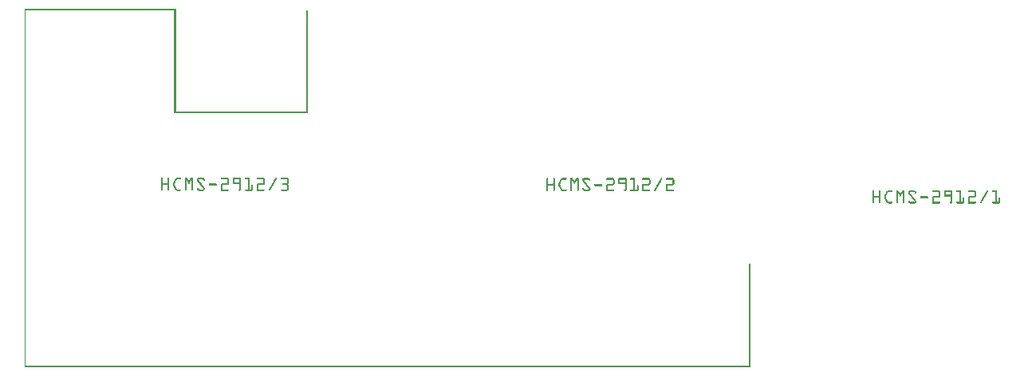
<source format=gto>
G04 MADE WITH FRITZING*
G04 WWW.FRITZING.ORG*
G04 DOUBLE SIDED*
G04 HOLES PLATED*
G04 CONTOUR ON CENTER OF CONTOUR VECTOR*
%ASAXBY*%
%FSLAX23Y23*%
%MOIN*%
%OFA0B0*%
%SFA1.0B1.0*%
%ADD10R,0.001000X0.001000*%
%LNSILK1*%
G90*
G70*
G54D10*
X0Y1496D02*
X633Y1496D01*
X0Y1495D02*
X633Y1495D01*
X0Y1494D02*
X633Y1494D01*
X0Y1493D02*
X633Y1493D01*
X0Y1492D02*
X3Y1492D01*
X626Y1492D02*
X633Y1492D01*
X1177Y1492D02*
X1184Y1492D01*
X0Y1491D02*
X3Y1491D01*
X626Y1491D02*
X633Y1491D01*
X1177Y1491D02*
X1184Y1491D01*
X0Y1490D02*
X3Y1490D01*
X626Y1490D02*
X633Y1490D01*
X1177Y1490D02*
X1184Y1490D01*
X0Y1489D02*
X3Y1489D01*
X626Y1489D02*
X633Y1489D01*
X1177Y1489D02*
X1184Y1489D01*
X0Y1488D02*
X3Y1488D01*
X626Y1488D02*
X633Y1488D01*
X1177Y1488D02*
X1184Y1488D01*
X0Y1487D02*
X3Y1487D01*
X626Y1487D02*
X633Y1487D01*
X1177Y1487D02*
X1184Y1487D01*
X0Y1486D02*
X3Y1486D01*
X626Y1486D02*
X633Y1486D01*
X1177Y1486D02*
X1184Y1486D01*
X0Y1485D02*
X3Y1485D01*
X626Y1485D02*
X633Y1485D01*
X1177Y1485D02*
X1184Y1485D01*
X0Y1484D02*
X3Y1484D01*
X626Y1484D02*
X633Y1484D01*
X1177Y1484D02*
X1184Y1484D01*
X0Y1483D02*
X3Y1483D01*
X626Y1483D02*
X633Y1483D01*
X1177Y1483D02*
X1184Y1483D01*
X0Y1482D02*
X3Y1482D01*
X626Y1482D02*
X633Y1482D01*
X1177Y1482D02*
X1184Y1482D01*
X0Y1481D02*
X3Y1481D01*
X626Y1481D02*
X633Y1481D01*
X1177Y1481D02*
X1184Y1481D01*
X0Y1480D02*
X3Y1480D01*
X626Y1480D02*
X633Y1480D01*
X1177Y1480D02*
X1184Y1480D01*
X0Y1479D02*
X3Y1479D01*
X626Y1479D02*
X633Y1479D01*
X1177Y1479D02*
X1184Y1479D01*
X0Y1478D02*
X3Y1478D01*
X626Y1478D02*
X633Y1478D01*
X1177Y1478D02*
X1184Y1478D01*
X0Y1477D02*
X3Y1477D01*
X626Y1477D02*
X633Y1477D01*
X1177Y1477D02*
X1184Y1477D01*
X0Y1476D02*
X3Y1476D01*
X626Y1476D02*
X633Y1476D01*
X1177Y1476D02*
X1184Y1476D01*
X0Y1475D02*
X3Y1475D01*
X626Y1475D02*
X633Y1475D01*
X1177Y1475D02*
X1184Y1475D01*
X0Y1474D02*
X3Y1474D01*
X626Y1474D02*
X633Y1474D01*
X1177Y1474D02*
X1184Y1474D01*
X0Y1473D02*
X3Y1473D01*
X626Y1473D02*
X633Y1473D01*
X1177Y1473D02*
X1184Y1473D01*
X0Y1472D02*
X3Y1472D01*
X626Y1472D02*
X633Y1472D01*
X1177Y1472D02*
X1184Y1472D01*
X0Y1471D02*
X3Y1471D01*
X626Y1471D02*
X633Y1471D01*
X1177Y1471D02*
X1184Y1471D01*
X0Y1470D02*
X3Y1470D01*
X626Y1470D02*
X633Y1470D01*
X1177Y1470D02*
X1184Y1470D01*
X0Y1469D02*
X3Y1469D01*
X626Y1469D02*
X633Y1469D01*
X1177Y1469D02*
X1184Y1469D01*
X0Y1468D02*
X3Y1468D01*
X626Y1468D02*
X633Y1468D01*
X1177Y1468D02*
X1184Y1468D01*
X0Y1467D02*
X3Y1467D01*
X626Y1467D02*
X633Y1467D01*
X1177Y1467D02*
X1184Y1467D01*
X0Y1466D02*
X3Y1466D01*
X626Y1466D02*
X633Y1466D01*
X1177Y1466D02*
X1184Y1466D01*
X0Y1465D02*
X3Y1465D01*
X626Y1465D02*
X633Y1465D01*
X1177Y1465D02*
X1184Y1465D01*
X0Y1464D02*
X3Y1464D01*
X626Y1464D02*
X633Y1464D01*
X1177Y1464D02*
X1184Y1464D01*
X0Y1463D02*
X3Y1463D01*
X626Y1463D02*
X633Y1463D01*
X1177Y1463D02*
X1184Y1463D01*
X0Y1462D02*
X3Y1462D01*
X626Y1462D02*
X633Y1462D01*
X1177Y1462D02*
X1184Y1462D01*
X0Y1461D02*
X3Y1461D01*
X626Y1461D02*
X633Y1461D01*
X1177Y1461D02*
X1184Y1461D01*
X0Y1460D02*
X3Y1460D01*
X626Y1460D02*
X633Y1460D01*
X1177Y1460D02*
X1184Y1460D01*
X0Y1459D02*
X3Y1459D01*
X626Y1459D02*
X633Y1459D01*
X1177Y1459D02*
X1184Y1459D01*
X0Y1458D02*
X3Y1458D01*
X626Y1458D02*
X633Y1458D01*
X1177Y1458D02*
X1184Y1458D01*
X0Y1457D02*
X3Y1457D01*
X626Y1457D02*
X633Y1457D01*
X1177Y1457D02*
X1184Y1457D01*
X0Y1456D02*
X3Y1456D01*
X626Y1456D02*
X633Y1456D01*
X1177Y1456D02*
X1184Y1456D01*
X0Y1455D02*
X3Y1455D01*
X626Y1455D02*
X633Y1455D01*
X1177Y1455D02*
X1184Y1455D01*
X0Y1454D02*
X3Y1454D01*
X626Y1454D02*
X633Y1454D01*
X1177Y1454D02*
X1184Y1454D01*
X0Y1453D02*
X3Y1453D01*
X626Y1453D02*
X633Y1453D01*
X1177Y1453D02*
X1184Y1453D01*
X0Y1452D02*
X3Y1452D01*
X626Y1452D02*
X633Y1452D01*
X1177Y1452D02*
X1184Y1452D01*
X0Y1451D02*
X3Y1451D01*
X626Y1451D02*
X633Y1451D01*
X1177Y1451D02*
X1184Y1451D01*
X0Y1450D02*
X3Y1450D01*
X626Y1450D02*
X633Y1450D01*
X1177Y1450D02*
X1184Y1450D01*
X0Y1449D02*
X3Y1449D01*
X626Y1449D02*
X633Y1449D01*
X1177Y1449D02*
X1184Y1449D01*
X0Y1448D02*
X3Y1448D01*
X626Y1448D02*
X633Y1448D01*
X1177Y1448D02*
X1184Y1448D01*
X0Y1447D02*
X3Y1447D01*
X626Y1447D02*
X633Y1447D01*
X1177Y1447D02*
X1184Y1447D01*
X0Y1446D02*
X3Y1446D01*
X626Y1446D02*
X633Y1446D01*
X1177Y1446D02*
X1184Y1446D01*
X0Y1445D02*
X3Y1445D01*
X626Y1445D02*
X633Y1445D01*
X1177Y1445D02*
X1184Y1445D01*
X0Y1444D02*
X3Y1444D01*
X626Y1444D02*
X633Y1444D01*
X1177Y1444D02*
X1184Y1444D01*
X0Y1443D02*
X3Y1443D01*
X626Y1443D02*
X633Y1443D01*
X1177Y1443D02*
X1184Y1443D01*
X0Y1442D02*
X3Y1442D01*
X626Y1442D02*
X633Y1442D01*
X1177Y1442D02*
X1184Y1442D01*
X0Y1441D02*
X3Y1441D01*
X626Y1441D02*
X633Y1441D01*
X1177Y1441D02*
X1184Y1441D01*
X0Y1440D02*
X3Y1440D01*
X626Y1440D02*
X633Y1440D01*
X1177Y1440D02*
X1184Y1440D01*
X0Y1439D02*
X3Y1439D01*
X626Y1439D02*
X633Y1439D01*
X1177Y1439D02*
X1184Y1439D01*
X0Y1438D02*
X3Y1438D01*
X626Y1438D02*
X633Y1438D01*
X1177Y1438D02*
X1184Y1438D01*
X0Y1437D02*
X3Y1437D01*
X626Y1437D02*
X633Y1437D01*
X1177Y1437D02*
X1184Y1437D01*
X0Y1436D02*
X3Y1436D01*
X626Y1436D02*
X633Y1436D01*
X1177Y1436D02*
X1184Y1436D01*
X0Y1435D02*
X3Y1435D01*
X626Y1435D02*
X633Y1435D01*
X1177Y1435D02*
X1184Y1435D01*
X0Y1434D02*
X3Y1434D01*
X626Y1434D02*
X633Y1434D01*
X1177Y1434D02*
X1184Y1434D01*
X0Y1433D02*
X3Y1433D01*
X626Y1433D02*
X633Y1433D01*
X1177Y1433D02*
X1184Y1433D01*
X0Y1432D02*
X3Y1432D01*
X626Y1432D02*
X633Y1432D01*
X1177Y1432D02*
X1184Y1432D01*
X0Y1431D02*
X3Y1431D01*
X626Y1431D02*
X633Y1431D01*
X1177Y1431D02*
X1184Y1431D01*
X0Y1430D02*
X3Y1430D01*
X626Y1430D02*
X633Y1430D01*
X1177Y1430D02*
X1184Y1430D01*
X0Y1429D02*
X3Y1429D01*
X626Y1429D02*
X633Y1429D01*
X1177Y1429D02*
X1184Y1429D01*
X0Y1428D02*
X3Y1428D01*
X626Y1428D02*
X633Y1428D01*
X1177Y1428D02*
X1184Y1428D01*
X0Y1427D02*
X3Y1427D01*
X626Y1427D02*
X633Y1427D01*
X1177Y1427D02*
X1184Y1427D01*
X0Y1426D02*
X3Y1426D01*
X626Y1426D02*
X633Y1426D01*
X1177Y1426D02*
X1184Y1426D01*
X0Y1425D02*
X3Y1425D01*
X626Y1425D02*
X633Y1425D01*
X1177Y1425D02*
X1184Y1425D01*
X0Y1424D02*
X3Y1424D01*
X626Y1424D02*
X633Y1424D01*
X1177Y1424D02*
X1184Y1424D01*
X0Y1423D02*
X3Y1423D01*
X626Y1423D02*
X633Y1423D01*
X1177Y1423D02*
X1184Y1423D01*
X0Y1422D02*
X3Y1422D01*
X626Y1422D02*
X633Y1422D01*
X1177Y1422D02*
X1184Y1422D01*
X0Y1421D02*
X3Y1421D01*
X626Y1421D02*
X633Y1421D01*
X1177Y1421D02*
X1184Y1421D01*
X0Y1420D02*
X3Y1420D01*
X626Y1420D02*
X633Y1420D01*
X1177Y1420D02*
X1184Y1420D01*
X0Y1419D02*
X3Y1419D01*
X626Y1419D02*
X633Y1419D01*
X1177Y1419D02*
X1184Y1419D01*
X0Y1418D02*
X3Y1418D01*
X626Y1418D02*
X633Y1418D01*
X1177Y1418D02*
X1184Y1418D01*
X0Y1417D02*
X3Y1417D01*
X626Y1417D02*
X633Y1417D01*
X1177Y1417D02*
X1184Y1417D01*
X0Y1416D02*
X3Y1416D01*
X626Y1416D02*
X633Y1416D01*
X1177Y1416D02*
X1184Y1416D01*
X0Y1415D02*
X3Y1415D01*
X626Y1415D02*
X633Y1415D01*
X1177Y1415D02*
X1184Y1415D01*
X0Y1414D02*
X3Y1414D01*
X626Y1414D02*
X633Y1414D01*
X1177Y1414D02*
X1184Y1414D01*
X0Y1413D02*
X3Y1413D01*
X626Y1413D02*
X633Y1413D01*
X1177Y1413D02*
X1184Y1413D01*
X0Y1412D02*
X3Y1412D01*
X626Y1412D02*
X633Y1412D01*
X1177Y1412D02*
X1184Y1412D01*
X0Y1411D02*
X3Y1411D01*
X626Y1411D02*
X633Y1411D01*
X1177Y1411D02*
X1184Y1411D01*
X0Y1410D02*
X3Y1410D01*
X626Y1410D02*
X633Y1410D01*
X1177Y1410D02*
X1184Y1410D01*
X0Y1409D02*
X3Y1409D01*
X626Y1409D02*
X633Y1409D01*
X1177Y1409D02*
X1184Y1409D01*
X0Y1408D02*
X3Y1408D01*
X626Y1408D02*
X633Y1408D01*
X1177Y1408D02*
X1184Y1408D01*
X0Y1407D02*
X3Y1407D01*
X626Y1407D02*
X633Y1407D01*
X1177Y1407D02*
X1184Y1407D01*
X0Y1406D02*
X3Y1406D01*
X626Y1406D02*
X633Y1406D01*
X1177Y1406D02*
X1184Y1406D01*
X0Y1405D02*
X3Y1405D01*
X626Y1405D02*
X633Y1405D01*
X1177Y1405D02*
X1184Y1405D01*
X0Y1404D02*
X3Y1404D01*
X626Y1404D02*
X633Y1404D01*
X1177Y1404D02*
X1184Y1404D01*
X0Y1403D02*
X3Y1403D01*
X626Y1403D02*
X633Y1403D01*
X1177Y1403D02*
X1184Y1403D01*
X0Y1402D02*
X3Y1402D01*
X626Y1402D02*
X633Y1402D01*
X1177Y1402D02*
X1184Y1402D01*
X0Y1401D02*
X3Y1401D01*
X626Y1401D02*
X633Y1401D01*
X1177Y1401D02*
X1184Y1401D01*
X0Y1400D02*
X3Y1400D01*
X626Y1400D02*
X633Y1400D01*
X1177Y1400D02*
X1184Y1400D01*
X0Y1399D02*
X3Y1399D01*
X626Y1399D02*
X633Y1399D01*
X1177Y1399D02*
X1184Y1399D01*
X0Y1398D02*
X3Y1398D01*
X626Y1398D02*
X633Y1398D01*
X1177Y1398D02*
X1184Y1398D01*
X0Y1397D02*
X3Y1397D01*
X626Y1397D02*
X633Y1397D01*
X1177Y1397D02*
X1184Y1397D01*
X0Y1396D02*
X3Y1396D01*
X626Y1396D02*
X633Y1396D01*
X1177Y1396D02*
X1184Y1396D01*
X0Y1395D02*
X3Y1395D01*
X626Y1395D02*
X633Y1395D01*
X1177Y1395D02*
X1184Y1395D01*
X0Y1394D02*
X3Y1394D01*
X626Y1394D02*
X633Y1394D01*
X1177Y1394D02*
X1184Y1394D01*
X0Y1393D02*
X3Y1393D01*
X626Y1393D02*
X633Y1393D01*
X1177Y1393D02*
X1184Y1393D01*
X0Y1392D02*
X3Y1392D01*
X626Y1392D02*
X633Y1392D01*
X1177Y1392D02*
X1184Y1392D01*
X0Y1391D02*
X3Y1391D01*
X626Y1391D02*
X633Y1391D01*
X1177Y1391D02*
X1184Y1391D01*
X0Y1390D02*
X3Y1390D01*
X626Y1390D02*
X633Y1390D01*
X1177Y1390D02*
X1184Y1390D01*
X0Y1389D02*
X3Y1389D01*
X626Y1389D02*
X633Y1389D01*
X1177Y1389D02*
X1184Y1389D01*
X0Y1388D02*
X3Y1388D01*
X626Y1388D02*
X633Y1388D01*
X1177Y1388D02*
X1184Y1388D01*
X0Y1387D02*
X3Y1387D01*
X626Y1387D02*
X633Y1387D01*
X1177Y1387D02*
X1184Y1387D01*
X0Y1386D02*
X3Y1386D01*
X626Y1386D02*
X633Y1386D01*
X1177Y1386D02*
X1184Y1386D01*
X0Y1385D02*
X3Y1385D01*
X626Y1385D02*
X633Y1385D01*
X1177Y1385D02*
X1184Y1385D01*
X0Y1384D02*
X3Y1384D01*
X626Y1384D02*
X633Y1384D01*
X1177Y1384D02*
X1184Y1384D01*
X0Y1383D02*
X3Y1383D01*
X626Y1383D02*
X633Y1383D01*
X1177Y1383D02*
X1184Y1383D01*
X0Y1382D02*
X3Y1382D01*
X626Y1382D02*
X633Y1382D01*
X1177Y1382D02*
X1184Y1382D01*
X0Y1381D02*
X3Y1381D01*
X626Y1381D02*
X633Y1381D01*
X1177Y1381D02*
X1184Y1381D01*
X0Y1380D02*
X3Y1380D01*
X626Y1380D02*
X633Y1380D01*
X1177Y1380D02*
X1184Y1380D01*
X0Y1379D02*
X3Y1379D01*
X626Y1379D02*
X633Y1379D01*
X1177Y1379D02*
X1184Y1379D01*
X0Y1378D02*
X3Y1378D01*
X626Y1378D02*
X633Y1378D01*
X1177Y1378D02*
X1184Y1378D01*
X0Y1377D02*
X3Y1377D01*
X626Y1377D02*
X633Y1377D01*
X1177Y1377D02*
X1184Y1377D01*
X0Y1376D02*
X3Y1376D01*
X626Y1376D02*
X633Y1376D01*
X1177Y1376D02*
X1184Y1376D01*
X0Y1375D02*
X3Y1375D01*
X626Y1375D02*
X633Y1375D01*
X1177Y1375D02*
X1184Y1375D01*
X0Y1374D02*
X3Y1374D01*
X626Y1374D02*
X633Y1374D01*
X1177Y1374D02*
X1184Y1374D01*
X0Y1373D02*
X3Y1373D01*
X626Y1373D02*
X633Y1373D01*
X1177Y1373D02*
X1184Y1373D01*
X0Y1372D02*
X3Y1372D01*
X626Y1372D02*
X633Y1372D01*
X1177Y1372D02*
X1184Y1372D01*
X0Y1371D02*
X3Y1371D01*
X626Y1371D02*
X633Y1371D01*
X1177Y1371D02*
X1184Y1371D01*
X0Y1370D02*
X3Y1370D01*
X626Y1370D02*
X633Y1370D01*
X1177Y1370D02*
X1184Y1370D01*
X0Y1369D02*
X3Y1369D01*
X626Y1369D02*
X633Y1369D01*
X1177Y1369D02*
X1184Y1369D01*
X0Y1368D02*
X3Y1368D01*
X626Y1368D02*
X633Y1368D01*
X1177Y1368D02*
X1184Y1368D01*
X0Y1367D02*
X3Y1367D01*
X626Y1367D02*
X633Y1367D01*
X1177Y1367D02*
X1184Y1367D01*
X0Y1366D02*
X3Y1366D01*
X626Y1366D02*
X633Y1366D01*
X1177Y1366D02*
X1184Y1366D01*
X0Y1365D02*
X3Y1365D01*
X626Y1365D02*
X633Y1365D01*
X1177Y1365D02*
X1184Y1365D01*
X0Y1364D02*
X3Y1364D01*
X626Y1364D02*
X633Y1364D01*
X1177Y1364D02*
X1184Y1364D01*
X0Y1363D02*
X3Y1363D01*
X626Y1363D02*
X633Y1363D01*
X1177Y1363D02*
X1184Y1363D01*
X0Y1362D02*
X3Y1362D01*
X626Y1362D02*
X633Y1362D01*
X1177Y1362D02*
X1184Y1362D01*
X0Y1361D02*
X3Y1361D01*
X626Y1361D02*
X633Y1361D01*
X1177Y1361D02*
X1184Y1361D01*
X0Y1360D02*
X3Y1360D01*
X626Y1360D02*
X633Y1360D01*
X1177Y1360D02*
X1184Y1360D01*
X0Y1359D02*
X3Y1359D01*
X626Y1359D02*
X633Y1359D01*
X1177Y1359D02*
X1184Y1359D01*
X0Y1358D02*
X3Y1358D01*
X626Y1358D02*
X633Y1358D01*
X1177Y1358D02*
X1184Y1358D01*
X0Y1357D02*
X3Y1357D01*
X626Y1357D02*
X633Y1357D01*
X1177Y1357D02*
X1184Y1357D01*
X0Y1356D02*
X3Y1356D01*
X626Y1356D02*
X633Y1356D01*
X1177Y1356D02*
X1184Y1356D01*
X0Y1355D02*
X3Y1355D01*
X626Y1355D02*
X633Y1355D01*
X1177Y1355D02*
X1184Y1355D01*
X0Y1354D02*
X3Y1354D01*
X626Y1354D02*
X633Y1354D01*
X1177Y1354D02*
X1184Y1354D01*
X0Y1353D02*
X3Y1353D01*
X626Y1353D02*
X633Y1353D01*
X1177Y1353D02*
X1184Y1353D01*
X0Y1352D02*
X3Y1352D01*
X626Y1352D02*
X633Y1352D01*
X1177Y1352D02*
X1184Y1352D01*
X0Y1351D02*
X3Y1351D01*
X626Y1351D02*
X633Y1351D01*
X1177Y1351D02*
X1184Y1351D01*
X0Y1350D02*
X3Y1350D01*
X626Y1350D02*
X633Y1350D01*
X1177Y1350D02*
X1184Y1350D01*
X0Y1349D02*
X3Y1349D01*
X626Y1349D02*
X633Y1349D01*
X1177Y1349D02*
X1184Y1349D01*
X0Y1348D02*
X3Y1348D01*
X626Y1348D02*
X633Y1348D01*
X1177Y1348D02*
X1184Y1348D01*
X0Y1347D02*
X3Y1347D01*
X626Y1347D02*
X633Y1347D01*
X1177Y1347D02*
X1184Y1347D01*
X0Y1346D02*
X3Y1346D01*
X626Y1346D02*
X633Y1346D01*
X1177Y1346D02*
X1184Y1346D01*
X0Y1345D02*
X3Y1345D01*
X626Y1345D02*
X633Y1345D01*
X1177Y1345D02*
X1184Y1345D01*
X0Y1344D02*
X3Y1344D01*
X626Y1344D02*
X633Y1344D01*
X1177Y1344D02*
X1184Y1344D01*
X0Y1343D02*
X3Y1343D01*
X626Y1343D02*
X633Y1343D01*
X1177Y1343D02*
X1184Y1343D01*
X0Y1342D02*
X3Y1342D01*
X626Y1342D02*
X633Y1342D01*
X1177Y1342D02*
X1184Y1342D01*
X0Y1341D02*
X3Y1341D01*
X626Y1341D02*
X633Y1341D01*
X1177Y1341D02*
X1184Y1341D01*
X0Y1340D02*
X3Y1340D01*
X626Y1340D02*
X633Y1340D01*
X1177Y1340D02*
X1184Y1340D01*
X0Y1339D02*
X3Y1339D01*
X626Y1339D02*
X633Y1339D01*
X1177Y1339D02*
X1184Y1339D01*
X0Y1338D02*
X3Y1338D01*
X626Y1338D02*
X633Y1338D01*
X1177Y1338D02*
X1184Y1338D01*
X0Y1337D02*
X3Y1337D01*
X626Y1337D02*
X633Y1337D01*
X1177Y1337D02*
X1184Y1337D01*
X0Y1336D02*
X3Y1336D01*
X626Y1336D02*
X633Y1336D01*
X1177Y1336D02*
X1184Y1336D01*
X0Y1335D02*
X3Y1335D01*
X626Y1335D02*
X633Y1335D01*
X1177Y1335D02*
X1184Y1335D01*
X0Y1334D02*
X3Y1334D01*
X626Y1334D02*
X633Y1334D01*
X1177Y1334D02*
X1184Y1334D01*
X0Y1333D02*
X3Y1333D01*
X626Y1333D02*
X633Y1333D01*
X1177Y1333D02*
X1184Y1333D01*
X0Y1332D02*
X3Y1332D01*
X626Y1332D02*
X633Y1332D01*
X1177Y1332D02*
X1184Y1332D01*
X0Y1331D02*
X3Y1331D01*
X626Y1331D02*
X633Y1331D01*
X1177Y1331D02*
X1184Y1331D01*
X0Y1330D02*
X3Y1330D01*
X626Y1330D02*
X633Y1330D01*
X1177Y1330D02*
X1184Y1330D01*
X0Y1329D02*
X3Y1329D01*
X626Y1329D02*
X633Y1329D01*
X1177Y1329D02*
X1184Y1329D01*
X0Y1328D02*
X3Y1328D01*
X626Y1328D02*
X633Y1328D01*
X1177Y1328D02*
X1184Y1328D01*
X0Y1327D02*
X3Y1327D01*
X626Y1327D02*
X633Y1327D01*
X1177Y1327D02*
X1184Y1327D01*
X0Y1326D02*
X3Y1326D01*
X626Y1326D02*
X633Y1326D01*
X1177Y1326D02*
X1184Y1326D01*
X0Y1325D02*
X3Y1325D01*
X626Y1325D02*
X633Y1325D01*
X1177Y1325D02*
X1184Y1325D01*
X0Y1324D02*
X3Y1324D01*
X626Y1324D02*
X633Y1324D01*
X1177Y1324D02*
X1184Y1324D01*
X0Y1323D02*
X3Y1323D01*
X626Y1323D02*
X633Y1323D01*
X1177Y1323D02*
X1184Y1323D01*
X0Y1322D02*
X3Y1322D01*
X626Y1322D02*
X633Y1322D01*
X1177Y1322D02*
X1184Y1322D01*
X0Y1321D02*
X3Y1321D01*
X626Y1321D02*
X633Y1321D01*
X1177Y1321D02*
X1184Y1321D01*
X0Y1320D02*
X3Y1320D01*
X626Y1320D02*
X633Y1320D01*
X1177Y1320D02*
X1184Y1320D01*
X0Y1319D02*
X3Y1319D01*
X626Y1319D02*
X633Y1319D01*
X1177Y1319D02*
X1184Y1319D01*
X0Y1318D02*
X3Y1318D01*
X626Y1318D02*
X633Y1318D01*
X1177Y1318D02*
X1184Y1318D01*
X0Y1317D02*
X3Y1317D01*
X626Y1317D02*
X633Y1317D01*
X1177Y1317D02*
X1184Y1317D01*
X0Y1316D02*
X3Y1316D01*
X626Y1316D02*
X633Y1316D01*
X1177Y1316D02*
X1184Y1316D01*
X0Y1315D02*
X3Y1315D01*
X626Y1315D02*
X633Y1315D01*
X1177Y1315D02*
X1184Y1315D01*
X0Y1314D02*
X3Y1314D01*
X626Y1314D02*
X633Y1314D01*
X1177Y1314D02*
X1184Y1314D01*
X0Y1313D02*
X3Y1313D01*
X626Y1313D02*
X633Y1313D01*
X1177Y1313D02*
X1184Y1313D01*
X0Y1312D02*
X3Y1312D01*
X626Y1312D02*
X633Y1312D01*
X1177Y1312D02*
X1184Y1312D01*
X0Y1311D02*
X3Y1311D01*
X626Y1311D02*
X633Y1311D01*
X1177Y1311D02*
X1184Y1311D01*
X0Y1310D02*
X3Y1310D01*
X626Y1310D02*
X633Y1310D01*
X1177Y1310D02*
X1184Y1310D01*
X0Y1309D02*
X3Y1309D01*
X626Y1309D02*
X633Y1309D01*
X1177Y1309D02*
X1184Y1309D01*
X0Y1308D02*
X3Y1308D01*
X626Y1308D02*
X633Y1308D01*
X1177Y1308D02*
X1184Y1308D01*
X0Y1307D02*
X3Y1307D01*
X626Y1307D02*
X633Y1307D01*
X1177Y1307D02*
X1184Y1307D01*
X0Y1306D02*
X3Y1306D01*
X626Y1306D02*
X633Y1306D01*
X1177Y1306D02*
X1184Y1306D01*
X0Y1305D02*
X3Y1305D01*
X626Y1305D02*
X633Y1305D01*
X1177Y1305D02*
X1184Y1305D01*
X0Y1304D02*
X3Y1304D01*
X626Y1304D02*
X633Y1304D01*
X1177Y1304D02*
X1184Y1304D01*
X0Y1303D02*
X3Y1303D01*
X626Y1303D02*
X633Y1303D01*
X1177Y1303D02*
X1184Y1303D01*
X0Y1302D02*
X3Y1302D01*
X626Y1302D02*
X633Y1302D01*
X1177Y1302D02*
X1184Y1302D01*
X0Y1301D02*
X3Y1301D01*
X626Y1301D02*
X633Y1301D01*
X1177Y1301D02*
X1184Y1301D01*
X0Y1300D02*
X3Y1300D01*
X626Y1300D02*
X633Y1300D01*
X1177Y1300D02*
X1184Y1300D01*
X0Y1299D02*
X3Y1299D01*
X626Y1299D02*
X633Y1299D01*
X1177Y1299D02*
X1184Y1299D01*
X0Y1298D02*
X3Y1298D01*
X626Y1298D02*
X633Y1298D01*
X1177Y1298D02*
X1184Y1298D01*
X0Y1297D02*
X3Y1297D01*
X626Y1297D02*
X633Y1297D01*
X1177Y1297D02*
X1184Y1297D01*
X0Y1296D02*
X3Y1296D01*
X626Y1296D02*
X633Y1296D01*
X1177Y1296D02*
X1184Y1296D01*
X0Y1295D02*
X3Y1295D01*
X626Y1295D02*
X633Y1295D01*
X1177Y1295D02*
X1184Y1295D01*
X0Y1294D02*
X3Y1294D01*
X626Y1294D02*
X633Y1294D01*
X1177Y1294D02*
X1184Y1294D01*
X0Y1293D02*
X3Y1293D01*
X626Y1293D02*
X633Y1293D01*
X1177Y1293D02*
X1184Y1293D01*
X0Y1292D02*
X3Y1292D01*
X626Y1292D02*
X633Y1292D01*
X1177Y1292D02*
X1184Y1292D01*
X0Y1291D02*
X3Y1291D01*
X626Y1291D02*
X633Y1291D01*
X1177Y1291D02*
X1184Y1291D01*
X0Y1290D02*
X3Y1290D01*
X626Y1290D02*
X633Y1290D01*
X1177Y1290D02*
X1184Y1290D01*
X0Y1289D02*
X3Y1289D01*
X626Y1289D02*
X633Y1289D01*
X1177Y1289D02*
X1184Y1289D01*
X0Y1288D02*
X3Y1288D01*
X626Y1288D02*
X633Y1288D01*
X1177Y1288D02*
X1184Y1288D01*
X0Y1287D02*
X3Y1287D01*
X626Y1287D02*
X633Y1287D01*
X1177Y1287D02*
X1184Y1287D01*
X0Y1286D02*
X3Y1286D01*
X626Y1286D02*
X633Y1286D01*
X1177Y1286D02*
X1184Y1286D01*
X0Y1285D02*
X3Y1285D01*
X626Y1285D02*
X633Y1285D01*
X1177Y1285D02*
X1184Y1285D01*
X0Y1284D02*
X3Y1284D01*
X626Y1284D02*
X633Y1284D01*
X1177Y1284D02*
X1184Y1284D01*
X0Y1283D02*
X3Y1283D01*
X626Y1283D02*
X633Y1283D01*
X1177Y1283D02*
X1184Y1283D01*
X0Y1282D02*
X3Y1282D01*
X626Y1282D02*
X633Y1282D01*
X1177Y1282D02*
X1184Y1282D01*
X0Y1281D02*
X3Y1281D01*
X626Y1281D02*
X633Y1281D01*
X1177Y1281D02*
X1184Y1281D01*
X0Y1280D02*
X3Y1280D01*
X626Y1280D02*
X633Y1280D01*
X1177Y1280D02*
X1184Y1280D01*
X0Y1279D02*
X3Y1279D01*
X626Y1279D02*
X633Y1279D01*
X1177Y1279D02*
X1184Y1279D01*
X0Y1278D02*
X3Y1278D01*
X626Y1278D02*
X633Y1278D01*
X1177Y1278D02*
X1184Y1278D01*
X0Y1277D02*
X3Y1277D01*
X626Y1277D02*
X633Y1277D01*
X1177Y1277D02*
X1184Y1277D01*
X0Y1276D02*
X3Y1276D01*
X626Y1276D02*
X633Y1276D01*
X1177Y1276D02*
X1184Y1276D01*
X0Y1275D02*
X3Y1275D01*
X626Y1275D02*
X633Y1275D01*
X1177Y1275D02*
X1184Y1275D01*
X0Y1274D02*
X3Y1274D01*
X626Y1274D02*
X633Y1274D01*
X1177Y1274D02*
X1184Y1274D01*
X0Y1273D02*
X3Y1273D01*
X626Y1273D02*
X633Y1273D01*
X1177Y1273D02*
X1184Y1273D01*
X0Y1272D02*
X3Y1272D01*
X626Y1272D02*
X633Y1272D01*
X1177Y1272D02*
X1184Y1272D01*
X0Y1271D02*
X3Y1271D01*
X626Y1271D02*
X633Y1271D01*
X1177Y1271D02*
X1184Y1271D01*
X0Y1270D02*
X3Y1270D01*
X626Y1270D02*
X633Y1270D01*
X1177Y1270D02*
X1184Y1270D01*
X0Y1269D02*
X3Y1269D01*
X626Y1269D02*
X633Y1269D01*
X1177Y1269D02*
X1184Y1269D01*
X0Y1268D02*
X3Y1268D01*
X626Y1268D02*
X633Y1268D01*
X1177Y1268D02*
X1184Y1268D01*
X0Y1267D02*
X3Y1267D01*
X626Y1267D02*
X633Y1267D01*
X1177Y1267D02*
X1184Y1267D01*
X0Y1266D02*
X3Y1266D01*
X626Y1266D02*
X633Y1266D01*
X1177Y1266D02*
X1184Y1266D01*
X0Y1265D02*
X3Y1265D01*
X626Y1265D02*
X633Y1265D01*
X1177Y1265D02*
X1184Y1265D01*
X0Y1264D02*
X3Y1264D01*
X626Y1264D02*
X633Y1264D01*
X1177Y1264D02*
X1184Y1264D01*
X0Y1263D02*
X3Y1263D01*
X626Y1263D02*
X633Y1263D01*
X1177Y1263D02*
X1184Y1263D01*
X0Y1262D02*
X3Y1262D01*
X626Y1262D02*
X633Y1262D01*
X1177Y1262D02*
X1184Y1262D01*
X0Y1261D02*
X3Y1261D01*
X626Y1261D02*
X633Y1261D01*
X1177Y1261D02*
X1184Y1261D01*
X0Y1260D02*
X3Y1260D01*
X626Y1260D02*
X633Y1260D01*
X1177Y1260D02*
X1184Y1260D01*
X0Y1259D02*
X3Y1259D01*
X626Y1259D02*
X633Y1259D01*
X1177Y1259D02*
X1184Y1259D01*
X0Y1258D02*
X3Y1258D01*
X626Y1258D02*
X633Y1258D01*
X1177Y1258D02*
X1184Y1258D01*
X0Y1257D02*
X3Y1257D01*
X626Y1257D02*
X633Y1257D01*
X1177Y1257D02*
X1184Y1257D01*
X0Y1256D02*
X3Y1256D01*
X626Y1256D02*
X633Y1256D01*
X1177Y1256D02*
X1184Y1256D01*
X0Y1255D02*
X3Y1255D01*
X626Y1255D02*
X633Y1255D01*
X1177Y1255D02*
X1184Y1255D01*
X0Y1254D02*
X3Y1254D01*
X626Y1254D02*
X633Y1254D01*
X1177Y1254D02*
X1184Y1254D01*
X0Y1253D02*
X3Y1253D01*
X626Y1253D02*
X633Y1253D01*
X1177Y1253D02*
X1184Y1253D01*
X0Y1252D02*
X3Y1252D01*
X626Y1252D02*
X633Y1252D01*
X1177Y1252D02*
X1184Y1252D01*
X0Y1251D02*
X3Y1251D01*
X626Y1251D02*
X633Y1251D01*
X1177Y1251D02*
X1184Y1251D01*
X0Y1250D02*
X3Y1250D01*
X626Y1250D02*
X633Y1250D01*
X1177Y1250D02*
X1184Y1250D01*
X0Y1249D02*
X3Y1249D01*
X626Y1249D02*
X633Y1249D01*
X1177Y1249D02*
X1184Y1249D01*
X0Y1248D02*
X3Y1248D01*
X626Y1248D02*
X633Y1248D01*
X1177Y1248D02*
X1184Y1248D01*
X0Y1247D02*
X3Y1247D01*
X626Y1247D02*
X633Y1247D01*
X1177Y1247D02*
X1184Y1247D01*
X0Y1246D02*
X3Y1246D01*
X626Y1246D02*
X633Y1246D01*
X1177Y1246D02*
X1184Y1246D01*
X0Y1245D02*
X3Y1245D01*
X626Y1245D02*
X633Y1245D01*
X1177Y1245D02*
X1184Y1245D01*
X0Y1244D02*
X3Y1244D01*
X626Y1244D02*
X633Y1244D01*
X1177Y1244D02*
X1184Y1244D01*
X0Y1243D02*
X3Y1243D01*
X626Y1243D02*
X633Y1243D01*
X1177Y1243D02*
X1184Y1243D01*
X0Y1242D02*
X3Y1242D01*
X626Y1242D02*
X633Y1242D01*
X1177Y1242D02*
X1184Y1242D01*
X0Y1241D02*
X3Y1241D01*
X626Y1241D02*
X633Y1241D01*
X1177Y1241D02*
X1184Y1241D01*
X0Y1240D02*
X3Y1240D01*
X626Y1240D02*
X633Y1240D01*
X1177Y1240D02*
X1184Y1240D01*
X0Y1239D02*
X3Y1239D01*
X626Y1239D02*
X633Y1239D01*
X1177Y1239D02*
X1184Y1239D01*
X0Y1238D02*
X3Y1238D01*
X626Y1238D02*
X633Y1238D01*
X1177Y1238D02*
X1184Y1238D01*
X0Y1237D02*
X3Y1237D01*
X626Y1237D02*
X633Y1237D01*
X1177Y1237D02*
X1184Y1237D01*
X0Y1236D02*
X3Y1236D01*
X626Y1236D02*
X633Y1236D01*
X1177Y1236D02*
X1184Y1236D01*
X0Y1235D02*
X3Y1235D01*
X626Y1235D02*
X633Y1235D01*
X1177Y1235D02*
X1184Y1235D01*
X0Y1234D02*
X3Y1234D01*
X626Y1234D02*
X633Y1234D01*
X1177Y1234D02*
X1184Y1234D01*
X0Y1233D02*
X3Y1233D01*
X626Y1233D02*
X633Y1233D01*
X1177Y1233D02*
X1184Y1233D01*
X0Y1232D02*
X3Y1232D01*
X626Y1232D02*
X633Y1232D01*
X1177Y1232D02*
X1184Y1232D01*
X0Y1231D02*
X3Y1231D01*
X626Y1231D02*
X633Y1231D01*
X1177Y1231D02*
X1184Y1231D01*
X0Y1230D02*
X3Y1230D01*
X626Y1230D02*
X633Y1230D01*
X1177Y1230D02*
X1184Y1230D01*
X0Y1229D02*
X3Y1229D01*
X626Y1229D02*
X633Y1229D01*
X1177Y1229D02*
X1184Y1229D01*
X0Y1228D02*
X3Y1228D01*
X626Y1228D02*
X633Y1228D01*
X1177Y1228D02*
X1184Y1228D01*
X0Y1227D02*
X3Y1227D01*
X626Y1227D02*
X633Y1227D01*
X1177Y1227D02*
X1184Y1227D01*
X0Y1226D02*
X3Y1226D01*
X626Y1226D02*
X633Y1226D01*
X1177Y1226D02*
X1184Y1226D01*
X0Y1225D02*
X3Y1225D01*
X626Y1225D02*
X633Y1225D01*
X1177Y1225D02*
X1184Y1225D01*
X0Y1224D02*
X3Y1224D01*
X626Y1224D02*
X633Y1224D01*
X1177Y1224D02*
X1184Y1224D01*
X0Y1223D02*
X3Y1223D01*
X626Y1223D02*
X633Y1223D01*
X1177Y1223D02*
X1184Y1223D01*
X0Y1222D02*
X3Y1222D01*
X626Y1222D02*
X633Y1222D01*
X1177Y1222D02*
X1184Y1222D01*
X0Y1221D02*
X3Y1221D01*
X626Y1221D02*
X633Y1221D01*
X1177Y1221D02*
X1184Y1221D01*
X0Y1220D02*
X3Y1220D01*
X626Y1220D02*
X633Y1220D01*
X1177Y1220D02*
X1184Y1220D01*
X0Y1219D02*
X3Y1219D01*
X626Y1219D02*
X633Y1219D01*
X1177Y1219D02*
X1184Y1219D01*
X0Y1218D02*
X3Y1218D01*
X626Y1218D02*
X633Y1218D01*
X1177Y1218D02*
X1184Y1218D01*
X0Y1217D02*
X3Y1217D01*
X626Y1217D02*
X633Y1217D01*
X1177Y1217D02*
X1184Y1217D01*
X0Y1216D02*
X3Y1216D01*
X626Y1216D02*
X633Y1216D01*
X1177Y1216D02*
X1184Y1216D01*
X0Y1215D02*
X3Y1215D01*
X626Y1215D02*
X633Y1215D01*
X1177Y1215D02*
X1184Y1215D01*
X0Y1214D02*
X3Y1214D01*
X626Y1214D02*
X633Y1214D01*
X1177Y1214D02*
X1184Y1214D01*
X0Y1213D02*
X3Y1213D01*
X626Y1213D02*
X633Y1213D01*
X1177Y1213D02*
X1184Y1213D01*
X0Y1212D02*
X3Y1212D01*
X626Y1212D02*
X633Y1212D01*
X1177Y1212D02*
X1184Y1212D01*
X0Y1211D02*
X3Y1211D01*
X626Y1211D02*
X633Y1211D01*
X1177Y1211D02*
X1184Y1211D01*
X0Y1210D02*
X3Y1210D01*
X626Y1210D02*
X633Y1210D01*
X1177Y1210D02*
X1184Y1210D01*
X0Y1209D02*
X3Y1209D01*
X626Y1209D02*
X633Y1209D01*
X1177Y1209D02*
X1184Y1209D01*
X0Y1208D02*
X3Y1208D01*
X626Y1208D02*
X633Y1208D01*
X1177Y1208D02*
X1184Y1208D01*
X0Y1207D02*
X3Y1207D01*
X626Y1207D02*
X633Y1207D01*
X1177Y1207D02*
X1184Y1207D01*
X0Y1206D02*
X3Y1206D01*
X626Y1206D02*
X633Y1206D01*
X1177Y1206D02*
X1184Y1206D01*
X0Y1205D02*
X3Y1205D01*
X626Y1205D02*
X633Y1205D01*
X1177Y1205D02*
X1184Y1205D01*
X0Y1204D02*
X3Y1204D01*
X626Y1204D02*
X633Y1204D01*
X1177Y1204D02*
X1184Y1204D01*
X0Y1203D02*
X3Y1203D01*
X626Y1203D02*
X633Y1203D01*
X1177Y1203D02*
X1184Y1203D01*
X0Y1202D02*
X3Y1202D01*
X626Y1202D02*
X633Y1202D01*
X1177Y1202D02*
X1184Y1202D01*
X0Y1201D02*
X3Y1201D01*
X626Y1201D02*
X633Y1201D01*
X1177Y1201D02*
X1184Y1201D01*
X0Y1200D02*
X3Y1200D01*
X626Y1200D02*
X633Y1200D01*
X1177Y1200D02*
X1184Y1200D01*
X0Y1199D02*
X3Y1199D01*
X626Y1199D02*
X633Y1199D01*
X1177Y1199D02*
X1184Y1199D01*
X0Y1198D02*
X3Y1198D01*
X626Y1198D02*
X633Y1198D01*
X1177Y1198D02*
X1184Y1198D01*
X0Y1197D02*
X3Y1197D01*
X626Y1197D02*
X633Y1197D01*
X1177Y1197D02*
X1184Y1197D01*
X0Y1196D02*
X3Y1196D01*
X626Y1196D02*
X633Y1196D01*
X1177Y1196D02*
X1184Y1196D01*
X0Y1195D02*
X3Y1195D01*
X626Y1195D02*
X633Y1195D01*
X1177Y1195D02*
X1184Y1195D01*
X0Y1194D02*
X3Y1194D01*
X626Y1194D02*
X633Y1194D01*
X1177Y1194D02*
X1184Y1194D01*
X0Y1193D02*
X3Y1193D01*
X626Y1193D02*
X633Y1193D01*
X1177Y1193D02*
X1184Y1193D01*
X0Y1192D02*
X3Y1192D01*
X626Y1192D02*
X633Y1192D01*
X1177Y1192D02*
X1184Y1192D01*
X0Y1191D02*
X3Y1191D01*
X626Y1191D02*
X633Y1191D01*
X1177Y1191D02*
X1184Y1191D01*
X0Y1190D02*
X3Y1190D01*
X626Y1190D02*
X633Y1190D01*
X1177Y1190D02*
X1184Y1190D01*
X0Y1189D02*
X3Y1189D01*
X626Y1189D02*
X633Y1189D01*
X1177Y1189D02*
X1184Y1189D01*
X0Y1188D02*
X3Y1188D01*
X626Y1188D02*
X633Y1188D01*
X1177Y1188D02*
X1184Y1188D01*
X0Y1187D02*
X3Y1187D01*
X626Y1187D02*
X633Y1187D01*
X1177Y1187D02*
X1184Y1187D01*
X0Y1186D02*
X3Y1186D01*
X626Y1186D02*
X633Y1186D01*
X1177Y1186D02*
X1184Y1186D01*
X0Y1185D02*
X3Y1185D01*
X626Y1185D02*
X633Y1185D01*
X1177Y1185D02*
X1184Y1185D01*
X0Y1184D02*
X3Y1184D01*
X626Y1184D02*
X633Y1184D01*
X1177Y1184D02*
X1184Y1184D01*
X0Y1183D02*
X3Y1183D01*
X626Y1183D02*
X633Y1183D01*
X1177Y1183D02*
X1184Y1183D01*
X0Y1182D02*
X3Y1182D01*
X626Y1182D02*
X633Y1182D01*
X1177Y1182D02*
X1184Y1182D01*
X0Y1181D02*
X3Y1181D01*
X626Y1181D02*
X633Y1181D01*
X1177Y1181D02*
X1184Y1181D01*
X0Y1180D02*
X3Y1180D01*
X626Y1180D02*
X633Y1180D01*
X1177Y1180D02*
X1184Y1180D01*
X0Y1179D02*
X3Y1179D01*
X626Y1179D02*
X633Y1179D01*
X1177Y1179D02*
X1184Y1179D01*
X0Y1178D02*
X3Y1178D01*
X626Y1178D02*
X633Y1178D01*
X1177Y1178D02*
X1184Y1178D01*
X0Y1177D02*
X3Y1177D01*
X626Y1177D02*
X633Y1177D01*
X1177Y1177D02*
X1184Y1177D01*
X0Y1176D02*
X3Y1176D01*
X626Y1176D02*
X633Y1176D01*
X1177Y1176D02*
X1184Y1176D01*
X0Y1175D02*
X3Y1175D01*
X626Y1175D02*
X633Y1175D01*
X1177Y1175D02*
X1184Y1175D01*
X0Y1174D02*
X3Y1174D01*
X626Y1174D02*
X633Y1174D01*
X1177Y1174D02*
X1184Y1174D01*
X0Y1173D02*
X3Y1173D01*
X626Y1173D02*
X633Y1173D01*
X1177Y1173D02*
X1184Y1173D01*
X0Y1172D02*
X3Y1172D01*
X626Y1172D02*
X633Y1172D01*
X1177Y1172D02*
X1184Y1172D01*
X0Y1171D02*
X3Y1171D01*
X626Y1171D02*
X633Y1171D01*
X1177Y1171D02*
X1184Y1171D01*
X0Y1170D02*
X3Y1170D01*
X626Y1170D02*
X633Y1170D01*
X1177Y1170D02*
X1184Y1170D01*
X0Y1169D02*
X3Y1169D01*
X626Y1169D02*
X633Y1169D01*
X1177Y1169D02*
X1184Y1169D01*
X0Y1168D02*
X3Y1168D01*
X626Y1168D02*
X633Y1168D01*
X1177Y1168D02*
X1184Y1168D01*
X0Y1167D02*
X3Y1167D01*
X626Y1167D02*
X633Y1167D01*
X1177Y1167D02*
X1184Y1167D01*
X0Y1166D02*
X3Y1166D01*
X626Y1166D02*
X633Y1166D01*
X1177Y1166D02*
X1184Y1166D01*
X0Y1165D02*
X3Y1165D01*
X626Y1165D02*
X633Y1165D01*
X1177Y1165D02*
X1184Y1165D01*
X0Y1164D02*
X3Y1164D01*
X626Y1164D02*
X633Y1164D01*
X1177Y1164D02*
X1184Y1164D01*
X0Y1163D02*
X3Y1163D01*
X626Y1163D02*
X633Y1163D01*
X1177Y1163D02*
X1184Y1163D01*
X0Y1162D02*
X3Y1162D01*
X626Y1162D02*
X633Y1162D01*
X1177Y1162D02*
X1184Y1162D01*
X0Y1161D02*
X3Y1161D01*
X626Y1161D02*
X633Y1161D01*
X1177Y1161D02*
X1184Y1161D01*
X0Y1160D02*
X3Y1160D01*
X626Y1160D02*
X633Y1160D01*
X1177Y1160D02*
X1184Y1160D01*
X0Y1159D02*
X3Y1159D01*
X626Y1159D02*
X633Y1159D01*
X1177Y1159D02*
X1184Y1159D01*
X0Y1158D02*
X3Y1158D01*
X626Y1158D02*
X633Y1158D01*
X1177Y1158D02*
X1184Y1158D01*
X0Y1157D02*
X3Y1157D01*
X626Y1157D02*
X633Y1157D01*
X1177Y1157D02*
X1184Y1157D01*
X0Y1156D02*
X3Y1156D01*
X626Y1156D02*
X633Y1156D01*
X1177Y1156D02*
X1184Y1156D01*
X0Y1155D02*
X3Y1155D01*
X626Y1155D02*
X633Y1155D01*
X1177Y1155D02*
X1184Y1155D01*
X0Y1154D02*
X3Y1154D01*
X626Y1154D02*
X633Y1154D01*
X1177Y1154D02*
X1184Y1154D01*
X0Y1153D02*
X3Y1153D01*
X626Y1153D02*
X633Y1153D01*
X1177Y1153D02*
X1184Y1153D01*
X0Y1152D02*
X3Y1152D01*
X626Y1152D02*
X633Y1152D01*
X1177Y1152D02*
X1184Y1152D01*
X0Y1151D02*
X3Y1151D01*
X626Y1151D02*
X633Y1151D01*
X1177Y1151D02*
X1184Y1151D01*
X0Y1150D02*
X3Y1150D01*
X626Y1150D02*
X633Y1150D01*
X1177Y1150D02*
X1184Y1150D01*
X0Y1149D02*
X3Y1149D01*
X626Y1149D02*
X633Y1149D01*
X1177Y1149D02*
X1184Y1149D01*
X0Y1148D02*
X3Y1148D01*
X626Y1148D02*
X633Y1148D01*
X1177Y1148D02*
X1184Y1148D01*
X0Y1147D02*
X3Y1147D01*
X626Y1147D02*
X633Y1147D01*
X1177Y1147D02*
X1184Y1147D01*
X0Y1146D02*
X3Y1146D01*
X626Y1146D02*
X633Y1146D01*
X1177Y1146D02*
X1184Y1146D01*
X0Y1145D02*
X3Y1145D01*
X626Y1145D02*
X633Y1145D01*
X1177Y1145D02*
X1184Y1145D01*
X0Y1144D02*
X3Y1144D01*
X626Y1144D02*
X633Y1144D01*
X1177Y1144D02*
X1184Y1144D01*
X0Y1143D02*
X3Y1143D01*
X626Y1143D02*
X633Y1143D01*
X1177Y1143D02*
X1184Y1143D01*
X0Y1142D02*
X3Y1142D01*
X626Y1142D02*
X633Y1142D01*
X1177Y1142D02*
X1184Y1142D01*
X0Y1141D02*
X3Y1141D01*
X626Y1141D02*
X633Y1141D01*
X1177Y1141D02*
X1184Y1141D01*
X0Y1140D02*
X3Y1140D01*
X626Y1140D02*
X633Y1140D01*
X1177Y1140D02*
X1184Y1140D01*
X0Y1139D02*
X3Y1139D01*
X626Y1139D02*
X633Y1139D01*
X1177Y1139D02*
X1184Y1139D01*
X0Y1138D02*
X3Y1138D01*
X626Y1138D02*
X633Y1138D01*
X1177Y1138D02*
X1184Y1138D01*
X0Y1137D02*
X3Y1137D01*
X626Y1137D02*
X633Y1137D01*
X1177Y1137D02*
X1184Y1137D01*
X0Y1136D02*
X3Y1136D01*
X626Y1136D02*
X633Y1136D01*
X1177Y1136D02*
X1184Y1136D01*
X0Y1135D02*
X3Y1135D01*
X626Y1135D02*
X633Y1135D01*
X1177Y1135D02*
X1184Y1135D01*
X0Y1134D02*
X3Y1134D01*
X626Y1134D02*
X633Y1134D01*
X1177Y1134D02*
X1184Y1134D01*
X0Y1133D02*
X3Y1133D01*
X626Y1133D02*
X633Y1133D01*
X1177Y1133D02*
X1184Y1133D01*
X0Y1132D02*
X3Y1132D01*
X626Y1132D02*
X633Y1132D01*
X1177Y1132D02*
X1184Y1132D01*
X0Y1131D02*
X3Y1131D01*
X626Y1131D02*
X633Y1131D01*
X1177Y1131D02*
X1184Y1131D01*
X0Y1130D02*
X3Y1130D01*
X626Y1130D02*
X633Y1130D01*
X1177Y1130D02*
X1184Y1130D01*
X0Y1129D02*
X3Y1129D01*
X626Y1129D02*
X633Y1129D01*
X1177Y1129D02*
X1184Y1129D01*
X0Y1128D02*
X3Y1128D01*
X626Y1128D02*
X633Y1128D01*
X1177Y1128D02*
X1184Y1128D01*
X0Y1127D02*
X3Y1127D01*
X626Y1127D02*
X633Y1127D01*
X1177Y1127D02*
X1184Y1127D01*
X0Y1126D02*
X3Y1126D01*
X626Y1126D02*
X633Y1126D01*
X1177Y1126D02*
X1184Y1126D01*
X0Y1125D02*
X3Y1125D01*
X626Y1125D02*
X633Y1125D01*
X1177Y1125D02*
X1184Y1125D01*
X0Y1124D02*
X3Y1124D01*
X626Y1124D02*
X633Y1124D01*
X1177Y1124D02*
X1184Y1124D01*
X0Y1123D02*
X3Y1123D01*
X626Y1123D02*
X633Y1123D01*
X1177Y1123D02*
X1184Y1123D01*
X0Y1122D02*
X3Y1122D01*
X626Y1122D02*
X633Y1122D01*
X1177Y1122D02*
X1184Y1122D01*
X0Y1121D02*
X3Y1121D01*
X626Y1121D02*
X633Y1121D01*
X1177Y1121D02*
X1184Y1121D01*
X0Y1120D02*
X3Y1120D01*
X626Y1120D02*
X633Y1120D01*
X1177Y1120D02*
X1184Y1120D01*
X0Y1119D02*
X3Y1119D01*
X626Y1119D02*
X633Y1119D01*
X1177Y1119D02*
X1184Y1119D01*
X0Y1118D02*
X3Y1118D01*
X626Y1118D02*
X633Y1118D01*
X1177Y1118D02*
X1184Y1118D01*
X0Y1117D02*
X3Y1117D01*
X626Y1117D02*
X633Y1117D01*
X1177Y1117D02*
X1184Y1117D01*
X0Y1116D02*
X3Y1116D01*
X626Y1116D02*
X633Y1116D01*
X1177Y1116D02*
X1184Y1116D01*
X0Y1115D02*
X3Y1115D01*
X626Y1115D02*
X633Y1115D01*
X1177Y1115D02*
X1184Y1115D01*
X0Y1114D02*
X3Y1114D01*
X626Y1114D02*
X633Y1114D01*
X1177Y1114D02*
X1184Y1114D01*
X0Y1113D02*
X3Y1113D01*
X626Y1113D02*
X633Y1113D01*
X1177Y1113D02*
X1184Y1113D01*
X0Y1112D02*
X3Y1112D01*
X626Y1112D02*
X633Y1112D01*
X1177Y1112D02*
X1184Y1112D01*
X0Y1111D02*
X3Y1111D01*
X626Y1111D02*
X633Y1111D01*
X1177Y1111D02*
X1184Y1111D01*
X0Y1110D02*
X3Y1110D01*
X626Y1110D02*
X633Y1110D01*
X1177Y1110D02*
X1184Y1110D01*
X0Y1109D02*
X3Y1109D01*
X626Y1109D02*
X633Y1109D01*
X1177Y1109D02*
X1184Y1109D01*
X0Y1108D02*
X3Y1108D01*
X626Y1108D02*
X633Y1108D01*
X1177Y1108D02*
X1184Y1108D01*
X0Y1107D02*
X3Y1107D01*
X626Y1107D02*
X633Y1107D01*
X1177Y1107D02*
X1184Y1107D01*
X0Y1106D02*
X3Y1106D01*
X626Y1106D02*
X633Y1106D01*
X1177Y1106D02*
X1184Y1106D01*
X0Y1105D02*
X3Y1105D01*
X626Y1105D02*
X633Y1105D01*
X1177Y1105D02*
X1184Y1105D01*
X0Y1104D02*
X3Y1104D01*
X626Y1104D02*
X633Y1104D01*
X1177Y1104D02*
X1184Y1104D01*
X0Y1103D02*
X3Y1103D01*
X626Y1103D02*
X633Y1103D01*
X1177Y1103D02*
X1184Y1103D01*
X0Y1102D02*
X3Y1102D01*
X626Y1102D02*
X633Y1102D01*
X1177Y1102D02*
X1184Y1102D01*
X0Y1101D02*
X3Y1101D01*
X626Y1101D02*
X633Y1101D01*
X1177Y1101D02*
X1184Y1101D01*
X0Y1100D02*
X3Y1100D01*
X626Y1100D02*
X633Y1100D01*
X1177Y1100D02*
X1184Y1100D01*
X0Y1099D02*
X3Y1099D01*
X626Y1099D02*
X633Y1099D01*
X1177Y1099D02*
X1184Y1099D01*
X0Y1098D02*
X3Y1098D01*
X626Y1098D02*
X633Y1098D01*
X1177Y1098D02*
X1184Y1098D01*
X0Y1097D02*
X3Y1097D01*
X626Y1097D02*
X633Y1097D01*
X1177Y1097D02*
X1184Y1097D01*
X0Y1096D02*
X3Y1096D01*
X626Y1096D02*
X633Y1096D01*
X1177Y1096D02*
X1184Y1096D01*
X0Y1095D02*
X3Y1095D01*
X626Y1095D02*
X633Y1095D01*
X1177Y1095D02*
X1184Y1095D01*
X0Y1094D02*
X3Y1094D01*
X626Y1094D02*
X633Y1094D01*
X1177Y1094D02*
X1184Y1094D01*
X0Y1093D02*
X3Y1093D01*
X626Y1093D02*
X633Y1093D01*
X1177Y1093D02*
X1184Y1093D01*
X0Y1092D02*
X3Y1092D01*
X626Y1092D02*
X633Y1092D01*
X1177Y1092D02*
X1184Y1092D01*
X0Y1091D02*
X3Y1091D01*
X626Y1091D02*
X633Y1091D01*
X1177Y1091D02*
X1184Y1091D01*
X0Y1090D02*
X3Y1090D01*
X626Y1090D02*
X633Y1090D01*
X1177Y1090D02*
X1184Y1090D01*
X0Y1089D02*
X3Y1089D01*
X626Y1089D02*
X633Y1089D01*
X1177Y1089D02*
X1184Y1089D01*
X0Y1088D02*
X3Y1088D01*
X626Y1088D02*
X633Y1088D01*
X1177Y1088D02*
X1184Y1088D01*
X0Y1087D02*
X3Y1087D01*
X626Y1087D02*
X633Y1087D01*
X1177Y1087D02*
X1184Y1087D01*
X0Y1086D02*
X3Y1086D01*
X626Y1086D02*
X633Y1086D01*
X1177Y1086D02*
X1184Y1086D01*
X0Y1085D02*
X3Y1085D01*
X626Y1085D02*
X633Y1085D01*
X1177Y1085D02*
X1184Y1085D01*
X0Y1084D02*
X3Y1084D01*
X626Y1084D02*
X633Y1084D01*
X1177Y1084D02*
X1184Y1084D01*
X0Y1083D02*
X3Y1083D01*
X626Y1083D02*
X633Y1083D01*
X1177Y1083D02*
X1184Y1083D01*
X0Y1082D02*
X3Y1082D01*
X626Y1082D02*
X633Y1082D01*
X1177Y1082D02*
X1184Y1082D01*
X0Y1081D02*
X3Y1081D01*
X626Y1081D02*
X633Y1081D01*
X1177Y1081D02*
X1184Y1081D01*
X0Y1080D02*
X3Y1080D01*
X626Y1080D02*
X633Y1080D01*
X1177Y1080D02*
X1184Y1080D01*
X0Y1079D02*
X3Y1079D01*
X626Y1079D02*
X633Y1079D01*
X1177Y1079D02*
X1184Y1079D01*
X0Y1078D02*
X3Y1078D01*
X626Y1078D02*
X633Y1078D01*
X1177Y1078D02*
X1184Y1078D01*
X0Y1077D02*
X3Y1077D01*
X626Y1077D02*
X633Y1077D01*
X1177Y1077D02*
X1184Y1077D01*
X0Y1076D02*
X3Y1076D01*
X626Y1076D02*
X633Y1076D01*
X1177Y1076D02*
X1184Y1076D01*
X0Y1075D02*
X3Y1075D01*
X626Y1075D02*
X633Y1075D01*
X1177Y1075D02*
X1184Y1075D01*
X0Y1074D02*
X3Y1074D01*
X626Y1074D02*
X633Y1074D01*
X1177Y1074D02*
X1184Y1074D01*
X0Y1073D02*
X3Y1073D01*
X626Y1073D02*
X633Y1073D01*
X1177Y1073D02*
X1184Y1073D01*
X0Y1072D02*
X3Y1072D01*
X626Y1072D02*
X633Y1072D01*
X1177Y1072D02*
X1184Y1072D01*
X0Y1071D02*
X3Y1071D01*
X626Y1071D02*
X633Y1071D01*
X1177Y1071D02*
X1184Y1071D01*
X0Y1070D02*
X3Y1070D01*
X626Y1070D02*
X633Y1070D01*
X1177Y1070D02*
X1184Y1070D01*
X0Y1069D02*
X3Y1069D01*
X626Y1069D02*
X633Y1069D01*
X1177Y1069D02*
X1184Y1069D01*
X0Y1068D02*
X3Y1068D01*
X626Y1068D02*
X633Y1068D01*
X1177Y1068D02*
X1184Y1068D01*
X0Y1067D02*
X3Y1067D01*
X626Y1067D02*
X1184Y1067D01*
X0Y1066D02*
X3Y1066D01*
X626Y1066D02*
X1184Y1066D01*
X0Y1065D02*
X3Y1065D01*
X626Y1065D02*
X1184Y1065D01*
X0Y1064D02*
X3Y1064D01*
X626Y1064D02*
X1184Y1064D01*
X0Y1063D02*
X3Y1063D01*
X626Y1063D02*
X1184Y1063D01*
X0Y1062D02*
X3Y1062D01*
X626Y1062D02*
X1184Y1062D01*
X0Y1061D02*
X3Y1061D01*
X626Y1061D02*
X1184Y1061D01*
X0Y1060D02*
X3Y1060D01*
X626Y1060D02*
X1184Y1060D01*
X0Y1059D02*
X3Y1059D01*
X0Y1058D02*
X3Y1058D01*
X0Y1057D02*
X3Y1057D01*
X0Y1056D02*
X3Y1056D01*
X0Y1055D02*
X3Y1055D01*
X0Y1054D02*
X3Y1054D01*
X0Y1053D02*
X3Y1053D01*
X0Y1052D02*
X3Y1052D01*
X0Y1051D02*
X3Y1051D01*
X0Y1050D02*
X3Y1050D01*
X0Y1049D02*
X3Y1049D01*
X0Y1048D02*
X3Y1048D01*
X0Y1047D02*
X3Y1047D01*
X0Y1046D02*
X3Y1046D01*
X0Y1045D02*
X3Y1045D01*
X0Y1044D02*
X3Y1044D01*
X0Y1043D02*
X3Y1043D01*
X0Y1042D02*
X3Y1042D01*
X0Y1041D02*
X3Y1041D01*
X0Y1040D02*
X3Y1040D01*
X0Y1039D02*
X3Y1039D01*
X0Y1038D02*
X3Y1038D01*
X0Y1037D02*
X3Y1037D01*
X0Y1036D02*
X3Y1036D01*
X0Y1035D02*
X3Y1035D01*
X0Y1034D02*
X3Y1034D01*
X0Y1033D02*
X3Y1033D01*
X0Y1032D02*
X3Y1032D01*
X0Y1031D02*
X3Y1031D01*
X0Y1030D02*
X3Y1030D01*
X0Y1029D02*
X3Y1029D01*
X0Y1028D02*
X3Y1028D01*
X0Y1027D02*
X3Y1027D01*
X0Y1026D02*
X3Y1026D01*
X0Y1025D02*
X3Y1025D01*
X0Y1024D02*
X3Y1024D01*
X0Y1023D02*
X3Y1023D01*
X0Y1022D02*
X3Y1022D01*
X0Y1021D02*
X3Y1021D01*
X0Y1020D02*
X3Y1020D01*
X0Y1019D02*
X3Y1019D01*
X0Y1018D02*
X3Y1018D01*
X0Y1017D02*
X3Y1017D01*
X0Y1016D02*
X3Y1016D01*
X0Y1015D02*
X3Y1015D01*
X0Y1014D02*
X3Y1014D01*
X0Y1013D02*
X3Y1013D01*
X0Y1012D02*
X3Y1012D01*
X0Y1011D02*
X3Y1011D01*
X0Y1010D02*
X3Y1010D01*
X0Y1009D02*
X3Y1009D01*
X0Y1008D02*
X3Y1008D01*
X0Y1007D02*
X3Y1007D01*
X0Y1006D02*
X3Y1006D01*
X0Y1005D02*
X3Y1005D01*
X0Y1004D02*
X3Y1004D01*
X0Y1003D02*
X3Y1003D01*
X0Y1002D02*
X3Y1002D01*
X0Y1001D02*
X3Y1001D01*
X0Y1000D02*
X3Y1000D01*
X0Y999D02*
X3Y999D01*
X0Y998D02*
X3Y998D01*
X0Y997D02*
X3Y997D01*
X0Y996D02*
X3Y996D01*
X0Y995D02*
X3Y995D01*
X0Y994D02*
X3Y994D01*
X0Y993D02*
X3Y993D01*
X0Y992D02*
X3Y992D01*
X0Y991D02*
X3Y991D01*
X0Y990D02*
X3Y990D01*
X0Y989D02*
X3Y989D01*
X0Y988D02*
X3Y988D01*
X0Y987D02*
X3Y987D01*
X0Y986D02*
X3Y986D01*
X0Y985D02*
X3Y985D01*
X0Y984D02*
X3Y984D01*
X0Y983D02*
X3Y983D01*
X0Y982D02*
X3Y982D01*
X0Y981D02*
X3Y981D01*
X0Y980D02*
X3Y980D01*
X0Y979D02*
X3Y979D01*
X0Y978D02*
X3Y978D01*
X0Y977D02*
X3Y977D01*
X0Y976D02*
X3Y976D01*
X0Y975D02*
X3Y975D01*
X0Y974D02*
X3Y974D01*
X0Y973D02*
X3Y973D01*
X0Y972D02*
X3Y972D01*
X0Y971D02*
X3Y971D01*
X0Y970D02*
X3Y970D01*
X0Y969D02*
X3Y969D01*
X0Y968D02*
X3Y968D01*
X0Y967D02*
X3Y967D01*
X0Y966D02*
X3Y966D01*
X0Y965D02*
X3Y965D01*
X0Y964D02*
X3Y964D01*
X0Y963D02*
X3Y963D01*
X0Y962D02*
X3Y962D01*
X0Y961D02*
X3Y961D01*
X0Y960D02*
X3Y960D01*
X0Y959D02*
X3Y959D01*
X0Y958D02*
X3Y958D01*
X0Y957D02*
X3Y957D01*
X0Y956D02*
X3Y956D01*
X0Y955D02*
X3Y955D01*
X0Y954D02*
X3Y954D01*
X0Y953D02*
X3Y953D01*
X0Y952D02*
X3Y952D01*
X0Y951D02*
X3Y951D01*
X0Y950D02*
X3Y950D01*
X0Y949D02*
X3Y949D01*
X0Y948D02*
X3Y948D01*
X0Y947D02*
X3Y947D01*
X0Y946D02*
X3Y946D01*
X0Y945D02*
X3Y945D01*
X0Y944D02*
X3Y944D01*
X0Y943D02*
X3Y943D01*
X0Y942D02*
X3Y942D01*
X0Y941D02*
X3Y941D01*
X0Y940D02*
X3Y940D01*
X0Y939D02*
X3Y939D01*
X0Y938D02*
X3Y938D01*
X0Y937D02*
X3Y937D01*
X0Y936D02*
X3Y936D01*
X0Y935D02*
X3Y935D01*
X0Y934D02*
X3Y934D01*
X0Y933D02*
X3Y933D01*
X0Y932D02*
X3Y932D01*
X0Y931D02*
X3Y931D01*
X0Y930D02*
X3Y930D01*
X0Y929D02*
X3Y929D01*
X0Y928D02*
X3Y928D01*
X0Y927D02*
X3Y927D01*
X0Y926D02*
X3Y926D01*
X0Y925D02*
X3Y925D01*
X0Y924D02*
X3Y924D01*
X0Y923D02*
X3Y923D01*
X0Y922D02*
X3Y922D01*
X0Y921D02*
X3Y921D01*
X0Y920D02*
X3Y920D01*
X0Y919D02*
X3Y919D01*
X0Y918D02*
X3Y918D01*
X0Y917D02*
X3Y917D01*
X0Y916D02*
X3Y916D01*
X0Y915D02*
X3Y915D01*
X0Y914D02*
X3Y914D01*
X0Y913D02*
X3Y913D01*
X0Y912D02*
X3Y912D01*
X0Y911D02*
X3Y911D01*
X0Y910D02*
X3Y910D01*
X0Y909D02*
X3Y909D01*
X0Y908D02*
X3Y908D01*
X0Y907D02*
X3Y907D01*
X0Y906D02*
X3Y906D01*
X0Y905D02*
X3Y905D01*
X0Y904D02*
X3Y904D01*
X0Y903D02*
X3Y903D01*
X0Y902D02*
X3Y902D01*
X0Y901D02*
X3Y901D01*
X0Y900D02*
X3Y900D01*
X0Y899D02*
X3Y899D01*
X0Y898D02*
X3Y898D01*
X0Y897D02*
X3Y897D01*
X0Y896D02*
X3Y896D01*
X0Y895D02*
X3Y895D01*
X0Y894D02*
X3Y894D01*
X0Y893D02*
X3Y893D01*
X0Y892D02*
X3Y892D01*
X0Y891D02*
X3Y891D01*
X0Y890D02*
X3Y890D01*
X0Y889D02*
X3Y889D01*
X0Y888D02*
X3Y888D01*
X0Y887D02*
X3Y887D01*
X0Y886D02*
X3Y886D01*
X0Y885D02*
X3Y885D01*
X0Y884D02*
X3Y884D01*
X0Y883D02*
X3Y883D01*
X0Y882D02*
X3Y882D01*
X0Y881D02*
X3Y881D01*
X0Y880D02*
X3Y880D01*
X0Y879D02*
X3Y879D01*
X0Y878D02*
X3Y878D01*
X0Y877D02*
X3Y877D01*
X0Y876D02*
X3Y876D01*
X0Y875D02*
X3Y875D01*
X0Y874D02*
X3Y874D01*
X0Y873D02*
X3Y873D01*
X0Y872D02*
X3Y872D01*
X0Y871D02*
X3Y871D01*
X0Y870D02*
X3Y870D01*
X0Y869D02*
X3Y869D01*
X0Y868D02*
X3Y868D01*
X0Y867D02*
X3Y867D01*
X0Y866D02*
X3Y866D01*
X0Y865D02*
X3Y865D01*
X0Y864D02*
X3Y864D01*
X0Y863D02*
X3Y863D01*
X0Y862D02*
X3Y862D01*
X0Y861D02*
X3Y861D01*
X0Y860D02*
X3Y860D01*
X0Y859D02*
X3Y859D01*
X0Y858D02*
X3Y858D01*
X0Y857D02*
X3Y857D01*
X0Y856D02*
X3Y856D01*
X0Y855D02*
X3Y855D01*
X0Y854D02*
X3Y854D01*
X0Y853D02*
X3Y853D01*
X0Y852D02*
X3Y852D01*
X0Y851D02*
X3Y851D01*
X0Y850D02*
X3Y850D01*
X0Y849D02*
X3Y849D01*
X0Y848D02*
X3Y848D01*
X0Y847D02*
X3Y847D01*
X0Y846D02*
X3Y846D01*
X0Y845D02*
X3Y845D01*
X0Y844D02*
X3Y844D01*
X0Y843D02*
X3Y843D01*
X0Y842D02*
X3Y842D01*
X0Y841D02*
X3Y841D01*
X0Y840D02*
X3Y840D01*
X0Y839D02*
X3Y839D01*
X0Y838D02*
X3Y838D01*
X0Y837D02*
X3Y837D01*
X0Y836D02*
X3Y836D01*
X0Y835D02*
X3Y835D01*
X0Y834D02*
X3Y834D01*
X0Y833D02*
X3Y833D01*
X0Y832D02*
X3Y832D01*
X0Y831D02*
X3Y831D01*
X0Y830D02*
X3Y830D01*
X0Y829D02*
X3Y829D01*
X0Y828D02*
X3Y828D01*
X0Y827D02*
X3Y827D01*
X0Y826D02*
X3Y826D01*
X0Y825D02*
X3Y825D01*
X0Y824D02*
X3Y824D01*
X0Y823D02*
X3Y823D01*
X0Y822D02*
X3Y822D01*
X0Y821D02*
X3Y821D01*
X0Y820D02*
X3Y820D01*
X0Y819D02*
X3Y819D01*
X0Y818D02*
X3Y818D01*
X0Y817D02*
X3Y817D01*
X0Y816D02*
X3Y816D01*
X0Y815D02*
X3Y815D01*
X0Y814D02*
X3Y814D01*
X0Y813D02*
X3Y813D01*
X0Y812D02*
X3Y812D01*
X0Y811D02*
X3Y811D01*
X0Y810D02*
X3Y810D01*
X0Y809D02*
X3Y809D01*
X0Y808D02*
X3Y808D01*
X0Y807D02*
X3Y807D01*
X0Y806D02*
X3Y806D01*
X0Y805D02*
X3Y805D01*
X0Y804D02*
X3Y804D01*
X0Y803D02*
X3Y803D01*
X0Y802D02*
X3Y802D01*
X0Y801D02*
X3Y801D01*
X0Y800D02*
X3Y800D01*
X0Y799D02*
X3Y799D01*
X0Y798D02*
X3Y798D01*
X0Y797D02*
X3Y797D01*
X0Y796D02*
X3Y796D01*
X0Y795D02*
X3Y795D01*
X0Y794D02*
X3Y794D01*
X0Y793D02*
X3Y793D01*
X0Y792D02*
X3Y792D01*
X0Y791D02*
X3Y791D01*
X0Y790D02*
X3Y790D01*
X573Y790D02*
X574Y790D01*
X601Y790D02*
X601Y790D01*
X638Y790D02*
X651Y790D01*
X671Y790D02*
X678Y790D01*
X696Y790D02*
X704Y790D01*
X727Y790D02*
X746Y790D01*
X823Y790D02*
X848Y790D01*
X873Y790D02*
X901Y790D01*
X923Y790D02*
X940Y790D01*
X973Y790D02*
X998Y790D01*
X1051Y790D02*
X1051Y790D01*
X1073Y790D02*
X1098Y790D01*
X0Y789D02*
X3Y789D01*
X572Y789D02*
X576Y789D01*
X599Y789D02*
X603Y789D01*
X634Y789D02*
X653Y789D01*
X671Y789D02*
X679Y789D01*
X696Y789D02*
X704Y789D01*
X724Y789D02*
X749Y789D01*
X822Y789D02*
X851Y789D01*
X872Y789D02*
X903Y789D01*
X922Y789D02*
X940Y789D01*
X972Y789D02*
X1001Y789D01*
X1049Y789D02*
X1053Y789D01*
X1072Y789D02*
X1101Y789D01*
X2184Y789D02*
X2186Y789D01*
X2212Y789D02*
X2213Y789D01*
X2248Y789D02*
X2263Y789D01*
X2282Y789D02*
X2290Y789D01*
X2308Y789D02*
X2315Y789D01*
X2338Y789D02*
X2358Y789D01*
X2434Y789D02*
X2460Y789D01*
X2484Y789D02*
X2513Y789D01*
X2534Y789D02*
X2552Y789D01*
X2584Y789D02*
X2610Y789D01*
X2662Y789D02*
X2663Y789D01*
X2684Y789D02*
X2710Y789D01*
X0Y788D02*
X3Y788D01*
X571Y788D02*
X576Y788D01*
X599Y788D02*
X604Y788D01*
X632Y788D02*
X654Y788D01*
X671Y788D02*
X680Y788D01*
X695Y788D02*
X704Y788D01*
X723Y788D02*
X751Y788D01*
X821Y788D02*
X852Y788D01*
X871Y788D02*
X904Y788D01*
X921Y788D02*
X940Y788D01*
X971Y788D02*
X1002Y788D01*
X1048Y788D02*
X1054Y788D01*
X1071Y788D02*
X1102Y788D01*
X2183Y788D02*
X2187Y788D01*
X2210Y788D02*
X2215Y788D01*
X2245Y788D02*
X2265Y788D01*
X2282Y788D02*
X2291Y788D01*
X2307Y788D02*
X2316Y788D01*
X2336Y788D02*
X2361Y788D01*
X2433Y788D02*
X2462Y788D01*
X2483Y788D02*
X2515Y788D01*
X2533Y788D02*
X2552Y788D01*
X2583Y788D02*
X2612Y788D01*
X2660Y788D02*
X2665Y788D01*
X2683Y788D02*
X2712Y788D01*
X0Y787D02*
X3Y787D01*
X571Y787D02*
X577Y787D01*
X598Y787D02*
X604Y787D01*
X631Y787D02*
X654Y787D01*
X671Y787D02*
X681Y787D01*
X694Y787D02*
X704Y787D01*
X722Y787D02*
X752Y787D01*
X821Y787D02*
X853Y787D01*
X871Y787D02*
X904Y787D01*
X921Y787D02*
X940Y787D01*
X971Y787D02*
X1003Y787D01*
X1048Y787D02*
X1054Y787D01*
X1071Y787D02*
X1103Y787D01*
X2182Y787D02*
X2188Y787D01*
X2210Y787D02*
X2215Y787D01*
X2244Y787D02*
X2265Y787D01*
X2282Y787D02*
X2291Y787D01*
X2306Y787D02*
X2316Y787D01*
X2334Y787D02*
X2362Y787D01*
X2432Y787D02*
X2464Y787D01*
X2482Y787D02*
X2515Y787D01*
X2532Y787D02*
X2552Y787D01*
X2582Y787D02*
X2614Y787D01*
X2660Y787D02*
X2665Y787D01*
X2682Y787D02*
X2714Y787D01*
X0Y786D02*
X3Y786D01*
X571Y786D02*
X577Y786D01*
X598Y786D02*
X604Y786D01*
X630Y786D02*
X654Y786D01*
X671Y786D02*
X681Y786D01*
X693Y786D02*
X704Y786D01*
X722Y786D02*
X752Y786D01*
X821Y786D02*
X854Y786D01*
X871Y786D02*
X904Y786D01*
X921Y786D02*
X940Y786D01*
X971Y786D02*
X1003Y786D01*
X1047Y786D02*
X1054Y786D01*
X1071Y786D02*
X1103Y786D01*
X2182Y786D02*
X2188Y786D01*
X2210Y786D02*
X2216Y786D01*
X2242Y786D02*
X2266Y786D01*
X2282Y786D02*
X2292Y786D01*
X2305Y786D02*
X2316Y786D01*
X2333Y786D02*
X2363Y786D01*
X2432Y786D02*
X2464Y786D01*
X2482Y786D02*
X2516Y786D01*
X2532Y786D02*
X2552Y786D01*
X2582Y786D02*
X2614Y786D01*
X2659Y786D02*
X2665Y786D01*
X2682Y786D02*
X2714Y786D01*
X0Y785D02*
X3Y785D01*
X571Y785D02*
X577Y785D01*
X598Y785D02*
X604Y785D01*
X630Y785D02*
X654Y785D01*
X671Y785D02*
X682Y785D01*
X693Y785D02*
X704Y785D01*
X721Y785D02*
X753Y785D01*
X821Y785D02*
X854Y785D01*
X871Y785D02*
X904Y785D01*
X921Y785D02*
X940Y785D01*
X971Y785D02*
X1004Y785D01*
X1047Y785D02*
X1054Y785D01*
X1071Y785D02*
X1104Y785D01*
X2182Y785D02*
X2188Y785D01*
X2210Y785D02*
X2216Y785D01*
X2242Y785D02*
X2265Y785D01*
X2282Y785D02*
X2293Y785D01*
X2305Y785D02*
X2316Y785D01*
X2333Y785D02*
X2364Y785D01*
X2432Y785D02*
X2465Y785D01*
X2482Y785D02*
X2516Y785D01*
X2532Y785D02*
X2552Y785D01*
X2582Y785D02*
X2615Y785D01*
X2658Y785D02*
X2665Y785D01*
X2682Y785D02*
X2715Y785D01*
X0Y784D02*
X3Y784D01*
X571Y784D02*
X577Y784D01*
X598Y784D02*
X604Y784D01*
X629Y784D02*
X653Y784D01*
X671Y784D02*
X683Y784D01*
X692Y784D02*
X704Y784D01*
X721Y784D02*
X754Y784D01*
X822Y784D02*
X854Y784D01*
X871Y784D02*
X904Y784D01*
X922Y784D02*
X940Y784D01*
X972Y784D02*
X1004Y784D01*
X1046Y784D02*
X1053Y784D01*
X1072Y784D02*
X1104Y784D01*
X2182Y784D02*
X2188Y784D01*
X2210Y784D02*
X2216Y784D01*
X2241Y784D02*
X2265Y784D01*
X2282Y784D02*
X2293Y784D01*
X2304Y784D02*
X2316Y784D01*
X2332Y784D02*
X2365Y784D01*
X2433Y784D02*
X2465Y784D01*
X2482Y784D02*
X2516Y784D01*
X2533Y784D02*
X2552Y784D01*
X2583Y784D02*
X2615Y784D01*
X2658Y784D02*
X2665Y784D01*
X2682Y784D02*
X2715Y784D01*
X0Y783D02*
X3Y783D01*
X571Y783D02*
X577Y783D01*
X598Y783D02*
X604Y783D01*
X629Y783D02*
X637Y783D01*
X671Y783D02*
X683Y783D01*
X691Y783D02*
X704Y783D01*
X721Y783D02*
X727Y783D01*
X746Y783D02*
X754Y783D01*
X848Y783D02*
X854Y783D01*
X871Y783D02*
X877Y783D01*
X898Y783D02*
X904Y783D01*
X934Y783D02*
X940Y783D01*
X998Y783D02*
X1004Y783D01*
X1045Y783D02*
X1053Y783D01*
X1098Y783D02*
X1104Y783D01*
X2182Y783D02*
X2188Y783D01*
X2210Y783D02*
X2216Y783D01*
X2240Y783D02*
X2264Y783D01*
X2282Y783D02*
X2294Y783D01*
X2303Y783D02*
X2316Y783D01*
X2332Y783D02*
X2365Y783D01*
X2433Y783D02*
X2465Y783D01*
X2482Y783D02*
X2516Y783D01*
X2533Y783D02*
X2552Y783D01*
X2583Y783D02*
X2615Y783D01*
X2657Y783D02*
X2664Y783D01*
X2683Y783D02*
X2715Y783D01*
X0Y782D02*
X3Y782D01*
X571Y782D02*
X577Y782D01*
X598Y782D02*
X604Y782D01*
X628Y782D02*
X635Y782D01*
X671Y782D02*
X684Y782D01*
X691Y782D02*
X704Y782D01*
X721Y782D02*
X727Y782D01*
X748Y782D02*
X754Y782D01*
X848Y782D02*
X854Y782D01*
X871Y782D02*
X877Y782D01*
X898Y782D02*
X904Y782D01*
X934Y782D02*
X940Y782D01*
X998Y782D02*
X1004Y782D01*
X1045Y782D02*
X1052Y782D01*
X1098Y782D02*
X1104Y782D01*
X2182Y782D02*
X2188Y782D01*
X2210Y782D02*
X2216Y782D01*
X2240Y782D02*
X2248Y782D01*
X2282Y782D02*
X2295Y782D01*
X2303Y782D02*
X2316Y782D01*
X2332Y782D02*
X2338Y782D01*
X2358Y782D02*
X2365Y782D01*
X2459Y782D02*
X2466Y782D01*
X2482Y782D02*
X2488Y782D01*
X2509Y782D02*
X2516Y782D01*
X2546Y782D02*
X2552Y782D01*
X2609Y782D02*
X2616Y782D01*
X2657Y782D02*
X2664Y782D01*
X2709Y782D02*
X2716Y782D01*
X0Y781D02*
X3Y781D01*
X571Y781D02*
X577Y781D01*
X598Y781D02*
X604Y781D01*
X628Y781D02*
X635Y781D01*
X671Y781D02*
X685Y781D01*
X690Y781D02*
X704Y781D01*
X721Y781D02*
X727Y781D01*
X748Y781D02*
X754Y781D01*
X848Y781D02*
X854Y781D01*
X871Y781D02*
X877Y781D01*
X898Y781D02*
X904Y781D01*
X934Y781D02*
X940Y781D01*
X998Y781D02*
X1004Y781D01*
X1044Y781D02*
X1051Y781D01*
X1098Y781D02*
X1104Y781D01*
X2182Y781D02*
X2188Y781D01*
X2210Y781D02*
X2216Y781D01*
X2239Y781D02*
X2247Y781D01*
X2282Y781D02*
X2296Y781D01*
X2302Y781D02*
X2316Y781D01*
X2332Y781D02*
X2338Y781D01*
X2359Y781D02*
X2365Y781D01*
X2460Y781D02*
X2466Y781D01*
X2482Y781D02*
X2488Y781D01*
X2510Y781D02*
X2516Y781D01*
X2546Y781D02*
X2552Y781D01*
X2610Y781D02*
X2616Y781D01*
X2656Y781D02*
X2663Y781D01*
X2709Y781D02*
X2716Y781D01*
X0Y780D02*
X3Y780D01*
X571Y780D02*
X577Y780D01*
X598Y780D02*
X604Y780D01*
X627Y780D02*
X634Y780D01*
X671Y780D02*
X685Y780D01*
X689Y780D02*
X704Y780D01*
X721Y780D02*
X728Y780D01*
X748Y780D02*
X754Y780D01*
X848Y780D02*
X854Y780D01*
X871Y780D02*
X877Y780D01*
X898Y780D02*
X904Y780D01*
X934Y780D02*
X940Y780D01*
X998Y780D02*
X1004Y780D01*
X1044Y780D02*
X1051Y780D01*
X1098Y780D02*
X1104Y780D01*
X2182Y780D02*
X2188Y780D01*
X2210Y780D02*
X2216Y780D01*
X2239Y780D02*
X2246Y780D01*
X2282Y780D02*
X2296Y780D01*
X2301Y780D02*
X2316Y780D01*
X2332Y780D02*
X2339Y780D01*
X2360Y780D02*
X2366Y780D01*
X2460Y780D02*
X2466Y780D01*
X2482Y780D02*
X2488Y780D01*
X2510Y780D02*
X2516Y780D01*
X2546Y780D02*
X2552Y780D01*
X2610Y780D02*
X2616Y780D01*
X2655Y780D02*
X2663Y780D01*
X2709Y780D02*
X2716Y780D01*
X0Y779D02*
X3Y779D01*
X571Y779D02*
X577Y779D01*
X598Y779D02*
X604Y779D01*
X627Y779D02*
X634Y779D01*
X671Y779D02*
X677Y779D01*
X679Y779D02*
X686Y779D01*
X689Y779D02*
X696Y779D01*
X698Y779D02*
X704Y779D01*
X721Y779D02*
X729Y779D01*
X749Y779D02*
X754Y779D01*
X848Y779D02*
X854Y779D01*
X871Y779D02*
X877Y779D01*
X898Y779D02*
X904Y779D01*
X934Y779D02*
X940Y779D01*
X998Y779D02*
X1004Y779D01*
X1043Y779D02*
X1050Y779D01*
X1098Y779D02*
X1104Y779D01*
X2182Y779D02*
X2188Y779D01*
X2210Y779D02*
X2216Y779D01*
X2238Y779D02*
X2245Y779D01*
X2282Y779D02*
X2297Y779D01*
X2301Y779D02*
X2316Y779D01*
X2332Y779D02*
X2340Y779D01*
X2360Y779D02*
X2365Y779D01*
X2460Y779D02*
X2466Y779D01*
X2482Y779D02*
X2488Y779D01*
X2510Y779D02*
X2516Y779D01*
X2546Y779D02*
X2552Y779D01*
X2610Y779D02*
X2616Y779D01*
X2655Y779D02*
X2662Y779D01*
X2709Y779D02*
X2716Y779D01*
X0Y778D02*
X3Y778D01*
X571Y778D02*
X577Y778D01*
X598Y778D02*
X604Y778D01*
X626Y778D02*
X633Y778D01*
X671Y778D02*
X677Y778D01*
X679Y778D02*
X695Y778D01*
X698Y778D02*
X704Y778D01*
X722Y778D02*
X730Y778D01*
X750Y778D02*
X753Y778D01*
X848Y778D02*
X854Y778D01*
X871Y778D02*
X877Y778D01*
X898Y778D02*
X904Y778D01*
X934Y778D02*
X940Y778D01*
X998Y778D02*
X1004Y778D01*
X1042Y778D02*
X1050Y778D01*
X1098Y778D02*
X1104Y778D01*
X2182Y778D02*
X2188Y778D01*
X2210Y778D02*
X2216Y778D01*
X2238Y778D02*
X2245Y778D01*
X2282Y778D02*
X2288Y778D01*
X2290Y778D02*
X2298Y778D01*
X2300Y778D02*
X2307Y778D01*
X2310Y778D02*
X2316Y778D01*
X2333Y778D02*
X2340Y778D01*
X2360Y778D02*
X2365Y778D01*
X2460Y778D02*
X2466Y778D01*
X2482Y778D02*
X2488Y778D01*
X2510Y778D02*
X2516Y778D01*
X2546Y778D02*
X2552Y778D01*
X2610Y778D02*
X2616Y778D01*
X2654Y778D02*
X2662Y778D01*
X2709Y778D02*
X2716Y778D01*
X0Y777D02*
X3Y777D01*
X571Y777D02*
X577Y777D01*
X598Y777D02*
X604Y777D01*
X626Y777D02*
X633Y777D01*
X671Y777D02*
X677Y777D01*
X680Y777D02*
X695Y777D01*
X698Y777D02*
X704Y777D01*
X722Y777D02*
X730Y777D01*
X848Y777D02*
X854Y777D01*
X871Y777D02*
X877Y777D01*
X898Y777D02*
X904Y777D01*
X934Y777D02*
X940Y777D01*
X998Y777D02*
X1004Y777D01*
X1042Y777D02*
X1049Y777D01*
X1098Y777D02*
X1104Y777D01*
X2182Y777D02*
X2188Y777D01*
X2210Y777D02*
X2216Y777D01*
X2237Y777D02*
X2244Y777D01*
X2282Y777D02*
X2288Y777D01*
X2291Y777D02*
X2307Y777D01*
X2310Y777D02*
X2316Y777D01*
X2333Y777D02*
X2341Y777D01*
X2361Y777D02*
X2364Y777D01*
X2460Y777D02*
X2466Y777D01*
X2482Y777D02*
X2488Y777D01*
X2510Y777D02*
X2516Y777D01*
X2546Y777D02*
X2552Y777D01*
X2610Y777D02*
X2616Y777D01*
X2654Y777D02*
X2661Y777D01*
X2709Y777D02*
X2716Y777D01*
X0Y776D02*
X3Y776D01*
X571Y776D02*
X577Y776D01*
X598Y776D02*
X604Y776D01*
X625Y776D02*
X632Y776D01*
X671Y776D02*
X677Y776D01*
X681Y776D02*
X694Y776D01*
X698Y776D02*
X704Y776D01*
X723Y776D02*
X731Y776D01*
X848Y776D02*
X854Y776D01*
X871Y776D02*
X877Y776D01*
X898Y776D02*
X904Y776D01*
X934Y776D02*
X940Y776D01*
X998Y776D02*
X1004Y776D01*
X1041Y776D02*
X1048Y776D01*
X1098Y776D02*
X1104Y776D01*
X2182Y776D02*
X2188Y776D01*
X2210Y776D02*
X2216Y776D01*
X2237Y776D02*
X2244Y776D01*
X2282Y776D02*
X2288Y776D01*
X2291Y776D02*
X2306Y776D01*
X2310Y776D02*
X2316Y776D01*
X2334Y776D02*
X2342Y776D01*
X2460Y776D02*
X2466Y776D01*
X2482Y776D02*
X2488Y776D01*
X2510Y776D02*
X2516Y776D01*
X2546Y776D02*
X2552Y776D01*
X2610Y776D02*
X2616Y776D01*
X2653Y776D02*
X2660Y776D01*
X2709Y776D02*
X2716Y776D01*
X0Y775D02*
X3Y775D01*
X571Y775D02*
X577Y775D01*
X598Y775D02*
X604Y775D01*
X625Y775D02*
X632Y775D01*
X671Y775D02*
X677Y775D01*
X681Y775D02*
X693Y775D01*
X698Y775D02*
X704Y775D01*
X724Y775D02*
X732Y775D01*
X848Y775D02*
X854Y775D01*
X871Y775D02*
X877Y775D01*
X898Y775D02*
X904Y775D01*
X934Y775D02*
X940Y775D01*
X998Y775D02*
X1004Y775D01*
X1041Y775D02*
X1048Y775D01*
X1098Y775D02*
X1104Y775D01*
X2182Y775D02*
X2188Y775D01*
X2210Y775D02*
X2216Y775D01*
X2236Y775D02*
X2243Y775D01*
X2282Y775D02*
X2288Y775D01*
X2292Y775D02*
X2305Y775D01*
X2310Y775D02*
X2316Y775D01*
X2335Y775D02*
X2343Y775D01*
X2460Y775D02*
X2466Y775D01*
X2482Y775D02*
X2488Y775D01*
X2510Y775D02*
X2516Y775D01*
X2546Y775D02*
X2552Y775D01*
X2610Y775D02*
X2616Y775D01*
X2653Y775D02*
X2660Y775D01*
X2709Y775D02*
X2716Y775D01*
X0Y774D02*
X3Y774D01*
X571Y774D02*
X577Y774D01*
X598Y774D02*
X604Y774D01*
X624Y774D02*
X631Y774D01*
X671Y774D02*
X677Y774D01*
X682Y774D02*
X693Y774D01*
X698Y774D02*
X704Y774D01*
X725Y774D02*
X733Y774D01*
X848Y774D02*
X854Y774D01*
X871Y774D02*
X877Y774D01*
X898Y774D02*
X904Y774D01*
X934Y774D02*
X940Y774D01*
X998Y774D02*
X1004Y774D01*
X1040Y774D02*
X1047Y774D01*
X1098Y774D02*
X1104Y774D01*
X2182Y774D02*
X2188Y774D01*
X2210Y774D02*
X2216Y774D01*
X2236Y774D02*
X2243Y774D01*
X2282Y774D02*
X2288Y774D01*
X2293Y774D02*
X2305Y774D01*
X2310Y774D02*
X2316Y774D01*
X2336Y774D02*
X2344Y774D01*
X2460Y774D02*
X2466Y774D01*
X2482Y774D02*
X2488Y774D01*
X2510Y774D02*
X2516Y774D01*
X2546Y774D02*
X2552Y774D01*
X2610Y774D02*
X2616Y774D01*
X2652Y774D02*
X2659Y774D01*
X2709Y774D02*
X2716Y774D01*
X0Y773D02*
X3Y773D01*
X571Y773D02*
X577Y773D01*
X598Y773D02*
X604Y773D01*
X624Y773D02*
X631Y773D01*
X671Y773D02*
X677Y773D01*
X683Y773D02*
X692Y773D01*
X698Y773D02*
X704Y773D01*
X726Y773D02*
X734Y773D01*
X848Y773D02*
X854Y773D01*
X871Y773D02*
X877Y773D01*
X898Y773D02*
X904Y773D01*
X934Y773D02*
X940Y773D01*
X998Y773D02*
X1004Y773D01*
X1040Y773D02*
X1047Y773D01*
X1098Y773D02*
X1104Y773D01*
X2182Y773D02*
X2188Y773D01*
X2210Y773D02*
X2216Y773D01*
X2235Y773D02*
X2242Y773D01*
X2282Y773D02*
X2288Y773D01*
X2294Y773D02*
X2304Y773D01*
X2310Y773D02*
X2316Y773D01*
X2336Y773D02*
X2344Y773D01*
X2460Y773D02*
X2466Y773D01*
X2482Y773D02*
X2488Y773D01*
X2510Y773D02*
X2516Y773D01*
X2546Y773D02*
X2552Y773D01*
X2610Y773D02*
X2616Y773D01*
X2651Y773D02*
X2659Y773D01*
X2709Y773D02*
X2716Y773D01*
X0Y772D02*
X3Y772D01*
X571Y772D02*
X577Y772D01*
X598Y772D02*
X604Y772D01*
X623Y772D02*
X630Y772D01*
X671Y772D02*
X677Y772D01*
X683Y772D02*
X691Y772D01*
X698Y772D02*
X704Y772D01*
X726Y772D02*
X734Y772D01*
X848Y772D02*
X854Y772D01*
X871Y772D02*
X904Y772D01*
X934Y772D02*
X940Y772D01*
X998Y772D02*
X1004Y772D01*
X1039Y772D02*
X1046Y772D01*
X1098Y772D02*
X1104Y772D01*
X2182Y772D02*
X2188Y772D01*
X2210Y772D02*
X2216Y772D01*
X2235Y772D02*
X2242Y772D01*
X2282Y772D02*
X2288Y772D01*
X2294Y772D02*
X2303Y772D01*
X2310Y772D02*
X2316Y772D01*
X2337Y772D02*
X2345Y772D01*
X2460Y772D02*
X2466Y772D01*
X2482Y772D02*
X2488Y772D01*
X2509Y772D02*
X2516Y772D01*
X2546Y772D02*
X2552Y772D01*
X2610Y772D02*
X2616Y772D01*
X2651Y772D02*
X2658Y772D01*
X2709Y772D02*
X2716Y772D01*
X0Y771D02*
X3Y771D01*
X571Y771D02*
X577Y771D01*
X598Y771D02*
X604Y771D01*
X623Y771D02*
X630Y771D01*
X671Y771D02*
X677Y771D01*
X684Y771D02*
X691Y771D01*
X698Y771D02*
X704Y771D01*
X727Y771D02*
X735Y771D01*
X848Y771D02*
X854Y771D01*
X871Y771D02*
X904Y771D01*
X934Y771D02*
X940Y771D01*
X998Y771D02*
X1004Y771D01*
X1038Y771D02*
X1046Y771D01*
X1098Y771D02*
X1104Y771D01*
X2182Y771D02*
X2188Y771D01*
X2210Y771D02*
X2216Y771D01*
X2234Y771D02*
X2241Y771D01*
X2282Y771D02*
X2288Y771D01*
X2295Y771D02*
X2303Y771D01*
X2310Y771D02*
X2316Y771D01*
X2338Y771D02*
X2346Y771D01*
X2460Y771D02*
X2466Y771D01*
X2482Y771D02*
X2516Y771D01*
X2546Y771D02*
X2552Y771D01*
X2610Y771D02*
X2616Y771D01*
X2650Y771D02*
X2657Y771D01*
X2709Y771D02*
X2716Y771D01*
X0Y770D02*
X3Y770D01*
X571Y770D02*
X577Y770D01*
X598Y770D02*
X604Y770D01*
X622Y770D02*
X629Y770D01*
X671Y770D02*
X677Y770D01*
X684Y770D02*
X690Y770D01*
X698Y770D02*
X704Y770D01*
X728Y770D02*
X736Y770D01*
X848Y770D02*
X854Y770D01*
X871Y770D02*
X904Y770D01*
X934Y770D02*
X940Y770D01*
X998Y770D02*
X1004Y770D01*
X1038Y770D02*
X1045Y770D01*
X1098Y770D02*
X1104Y770D01*
X2182Y770D02*
X2188Y770D01*
X2210Y770D02*
X2216Y770D01*
X2234Y770D02*
X2241Y770D01*
X2282Y770D02*
X2288Y770D01*
X2296Y770D02*
X2302Y770D01*
X2310Y770D02*
X2316Y770D01*
X2339Y770D02*
X2347Y770D01*
X2460Y770D02*
X2466Y770D01*
X2482Y770D02*
X2516Y770D01*
X2546Y770D02*
X2552Y770D01*
X2610Y770D02*
X2616Y770D01*
X2650Y770D02*
X2657Y770D01*
X2709Y770D02*
X2716Y770D01*
X0Y769D02*
X3Y769D01*
X571Y769D02*
X577Y769D01*
X598Y769D02*
X604Y769D01*
X622Y769D02*
X629Y769D01*
X671Y769D02*
X677Y769D01*
X684Y769D02*
X690Y769D01*
X698Y769D02*
X704Y769D01*
X729Y769D02*
X737Y769D01*
X848Y769D02*
X854Y769D01*
X871Y769D02*
X904Y769D01*
X934Y769D02*
X940Y769D01*
X998Y769D02*
X1004Y769D01*
X1037Y769D02*
X1044Y769D01*
X1098Y769D02*
X1104Y769D01*
X2182Y769D02*
X2188Y769D01*
X2210Y769D02*
X2216Y769D01*
X2234Y769D02*
X2240Y769D01*
X2282Y769D02*
X2288Y769D01*
X2296Y769D02*
X2302Y769D01*
X2310Y769D02*
X2316Y769D01*
X2339Y769D02*
X2347Y769D01*
X2460Y769D02*
X2466Y769D01*
X2482Y769D02*
X2516Y769D01*
X2546Y769D02*
X2552Y769D01*
X2610Y769D02*
X2616Y769D01*
X2649Y769D02*
X2656Y769D01*
X2709Y769D02*
X2716Y769D01*
X0Y768D02*
X3Y768D01*
X571Y768D02*
X577Y768D01*
X598Y768D02*
X604Y768D01*
X621Y768D02*
X628Y768D01*
X671Y768D02*
X677Y768D01*
X685Y768D02*
X690Y768D01*
X698Y768D02*
X704Y768D01*
X729Y768D02*
X737Y768D01*
X848Y768D02*
X854Y768D01*
X871Y768D02*
X904Y768D01*
X934Y768D02*
X940Y768D01*
X998Y768D02*
X1004Y768D01*
X1037Y768D02*
X1044Y768D01*
X1097Y768D02*
X1104Y768D01*
X2182Y768D02*
X2188Y768D01*
X2210Y768D02*
X2216Y768D01*
X2233Y768D02*
X2240Y768D01*
X2282Y768D02*
X2288Y768D01*
X2296Y768D02*
X2302Y768D01*
X2310Y768D02*
X2316Y768D01*
X2340Y768D02*
X2348Y768D01*
X2460Y768D02*
X2466Y768D01*
X2482Y768D02*
X2516Y768D01*
X2546Y768D02*
X2552Y768D01*
X2610Y768D02*
X2616Y768D01*
X2648Y768D02*
X2656Y768D01*
X2709Y768D02*
X2716Y768D01*
X0Y767D02*
X3Y767D01*
X571Y767D02*
X577Y767D01*
X598Y767D02*
X604Y767D01*
X621Y767D02*
X628Y767D01*
X671Y767D02*
X677Y767D01*
X685Y767D02*
X690Y767D01*
X698Y767D02*
X704Y767D01*
X730Y767D02*
X738Y767D01*
X848Y767D02*
X854Y767D01*
X871Y767D02*
X904Y767D01*
X934Y767D02*
X940Y767D01*
X998Y767D02*
X1004Y767D01*
X1036Y767D02*
X1043Y767D01*
X1096Y767D02*
X1104Y767D01*
X2182Y767D02*
X2188Y767D01*
X2210Y767D02*
X2216Y767D01*
X2233Y767D02*
X2239Y767D01*
X2282Y767D02*
X2288Y767D01*
X2296Y767D02*
X2302Y767D01*
X2310Y767D02*
X2316Y767D01*
X2341Y767D02*
X2349Y767D01*
X2460Y767D02*
X2466Y767D01*
X2482Y767D02*
X2516Y767D01*
X2546Y767D02*
X2552Y767D01*
X2610Y767D02*
X2616Y767D01*
X2648Y767D02*
X2655Y767D01*
X2709Y767D02*
X2716Y767D01*
X0Y766D02*
X3Y766D01*
X571Y766D02*
X604Y766D01*
X621Y766D02*
X627Y766D01*
X671Y766D02*
X677Y766D01*
X686Y766D02*
X689Y766D01*
X698Y766D02*
X704Y766D01*
X731Y766D02*
X739Y766D01*
X772Y766D02*
X802Y766D01*
X825Y766D02*
X854Y766D01*
X872Y766D02*
X904Y766D01*
X934Y766D02*
X940Y766D01*
X975Y766D02*
X1004Y766D01*
X1035Y766D02*
X1043Y766D01*
X1079Y766D02*
X1103Y766D01*
X2182Y766D02*
X2188Y766D01*
X2209Y766D02*
X2216Y766D01*
X2232Y766D02*
X2239Y766D01*
X2282Y766D02*
X2288Y766D01*
X2297Y766D02*
X2301Y766D01*
X2310Y766D02*
X2316Y766D01*
X2342Y766D02*
X2350Y766D01*
X2459Y766D02*
X2466Y766D01*
X2483Y766D02*
X2516Y766D01*
X2546Y766D02*
X2552Y766D01*
X2609Y766D02*
X2616Y766D01*
X2647Y766D02*
X2655Y766D01*
X2709Y766D02*
X2716Y766D01*
X0Y765D02*
X3Y765D01*
X571Y765D02*
X604Y765D01*
X621Y765D02*
X627Y765D01*
X671Y765D02*
X677Y765D01*
X698Y765D02*
X704Y765D01*
X732Y765D02*
X740Y765D01*
X771Y765D02*
X804Y765D01*
X823Y765D02*
X854Y765D01*
X898Y765D02*
X904Y765D01*
X934Y765D02*
X940Y765D01*
X973Y765D02*
X1004Y765D01*
X1035Y765D02*
X1042Y765D01*
X1078Y765D02*
X1103Y765D01*
X2182Y765D02*
X2216Y765D01*
X2232Y765D02*
X2238Y765D01*
X2282Y765D02*
X2288Y765D01*
X2298Y765D02*
X2300Y765D01*
X2310Y765D02*
X2316Y765D01*
X2343Y765D02*
X2351Y765D01*
X2383Y765D02*
X2414Y765D01*
X2436Y765D02*
X2465Y765D01*
X2484Y765D02*
X2516Y765D01*
X2546Y765D02*
X2552Y765D01*
X2586Y765D02*
X2615Y765D01*
X2647Y765D02*
X2654Y765D01*
X2686Y765D02*
X2715Y765D01*
X0Y764D02*
X3Y764D01*
X571Y764D02*
X604Y764D01*
X621Y764D02*
X627Y764D01*
X671Y764D02*
X677Y764D01*
X698Y764D02*
X704Y764D01*
X733Y764D02*
X741Y764D01*
X771Y764D02*
X804Y764D01*
X822Y764D02*
X854Y764D01*
X898Y764D02*
X904Y764D01*
X934Y764D02*
X940Y764D01*
X972Y764D02*
X1004Y764D01*
X1034Y764D02*
X1041Y764D01*
X1078Y764D02*
X1102Y764D01*
X2182Y764D02*
X2216Y764D01*
X2232Y764D02*
X2238Y764D01*
X2282Y764D02*
X2288Y764D01*
X2310Y764D02*
X2316Y764D01*
X2343Y764D02*
X2351Y764D01*
X2383Y764D02*
X2415Y764D01*
X2434Y764D02*
X2465Y764D01*
X2510Y764D02*
X2516Y764D01*
X2546Y764D02*
X2552Y764D01*
X2584Y764D02*
X2615Y764D01*
X2646Y764D02*
X2653Y764D01*
X2684Y764D02*
X2715Y764D01*
X0Y763D02*
X3Y763D01*
X571Y763D02*
X604Y763D01*
X621Y763D02*
X627Y763D01*
X671Y763D02*
X677Y763D01*
X698Y763D02*
X704Y763D01*
X733Y763D02*
X741Y763D01*
X771Y763D02*
X804Y763D01*
X822Y763D02*
X853Y763D01*
X898Y763D02*
X904Y763D01*
X934Y763D02*
X940Y763D01*
X972Y763D02*
X1003Y763D01*
X1034Y763D02*
X1041Y763D01*
X1077Y763D02*
X1102Y763D01*
X2182Y763D02*
X2216Y763D01*
X2232Y763D02*
X2238Y763D01*
X2282Y763D02*
X2288Y763D01*
X2310Y763D02*
X2316Y763D01*
X2344Y763D02*
X2352Y763D01*
X2382Y763D02*
X2415Y763D01*
X2434Y763D02*
X2465Y763D01*
X2510Y763D02*
X2516Y763D01*
X2546Y763D02*
X2552Y763D01*
X2583Y763D02*
X2615Y763D01*
X2646Y763D02*
X2653Y763D01*
X2683Y763D02*
X2715Y763D01*
X0Y762D02*
X3Y762D01*
X571Y762D02*
X604Y762D01*
X621Y762D02*
X627Y762D01*
X671Y762D02*
X677Y762D01*
X698Y762D02*
X704Y762D01*
X734Y762D02*
X742Y762D01*
X771Y762D02*
X804Y762D01*
X821Y762D02*
X852Y762D01*
X898Y762D02*
X904Y762D01*
X934Y762D02*
X940Y762D01*
X971Y762D02*
X1002Y762D01*
X1033Y762D02*
X1040Y762D01*
X1078Y762D02*
X1102Y762D01*
X2182Y762D02*
X2216Y762D01*
X2232Y762D02*
X2238Y762D01*
X2282Y762D02*
X2288Y762D01*
X2310Y762D02*
X2316Y762D01*
X2345Y762D02*
X2353Y762D01*
X2382Y762D02*
X2416Y762D01*
X2433Y762D02*
X2464Y762D01*
X2510Y762D02*
X2516Y762D01*
X2546Y762D02*
X2552Y762D01*
X2583Y762D02*
X2614Y762D01*
X2645Y762D02*
X2652Y762D01*
X2683Y762D02*
X2714Y762D01*
X0Y761D02*
X3Y761D01*
X571Y761D02*
X604Y761D01*
X621Y761D02*
X627Y761D01*
X671Y761D02*
X677Y761D01*
X698Y761D02*
X704Y761D01*
X735Y761D02*
X743Y761D01*
X771Y761D02*
X804Y761D01*
X821Y761D02*
X851Y761D01*
X898Y761D02*
X904Y761D01*
X934Y761D02*
X940Y761D01*
X971Y761D02*
X1001Y761D01*
X1033Y761D02*
X1040Y761D01*
X1078Y761D02*
X1103Y761D01*
X2182Y761D02*
X2216Y761D01*
X2232Y761D02*
X2238Y761D01*
X2282Y761D02*
X2288Y761D01*
X2310Y761D02*
X2316Y761D01*
X2346Y761D02*
X2354Y761D01*
X2382Y761D02*
X2416Y761D01*
X2432Y761D02*
X2464Y761D01*
X2510Y761D02*
X2516Y761D01*
X2546Y761D02*
X2552Y761D01*
X2582Y761D02*
X2614Y761D01*
X2644Y761D02*
X2652Y761D01*
X2682Y761D02*
X2714Y761D01*
X0Y760D02*
X3Y760D01*
X571Y760D02*
X604Y760D01*
X621Y760D02*
X627Y760D01*
X671Y760D02*
X677Y760D01*
X698Y760D02*
X704Y760D01*
X736Y760D02*
X744Y760D01*
X771Y760D02*
X804Y760D01*
X821Y760D02*
X850Y760D01*
X898Y760D02*
X904Y760D01*
X934Y760D02*
X940Y760D01*
X950Y760D02*
X953Y760D01*
X971Y760D02*
X999Y760D01*
X1032Y760D02*
X1039Y760D01*
X1079Y760D02*
X1103Y760D01*
X2182Y760D02*
X2216Y760D01*
X2232Y760D02*
X2238Y760D01*
X2282Y760D02*
X2288Y760D01*
X2310Y760D02*
X2316Y760D01*
X2346Y760D02*
X2354Y760D01*
X2382Y760D02*
X2416Y760D01*
X2432Y760D02*
X2462Y760D01*
X2510Y760D02*
X2516Y760D01*
X2546Y760D02*
X2552Y760D01*
X2582Y760D02*
X2612Y760D01*
X2644Y760D02*
X2651Y760D01*
X2682Y760D02*
X2712Y760D01*
X0Y759D02*
X3Y759D01*
X571Y759D02*
X577Y759D01*
X598Y759D02*
X604Y759D01*
X621Y759D02*
X628Y759D01*
X671Y759D02*
X677Y759D01*
X698Y759D02*
X704Y759D01*
X736Y759D02*
X744Y759D01*
X771Y759D02*
X804Y759D01*
X821Y759D02*
X827Y759D01*
X898Y759D02*
X904Y759D01*
X934Y759D02*
X940Y759D01*
X949Y759D02*
X954Y759D01*
X971Y759D02*
X977Y759D01*
X1031Y759D02*
X1039Y759D01*
X1096Y759D02*
X1104Y759D01*
X2182Y759D02*
X2216Y759D01*
X2232Y759D02*
X2239Y759D01*
X2282Y759D02*
X2288Y759D01*
X2310Y759D02*
X2316Y759D01*
X2347Y759D02*
X2355Y759D01*
X2382Y759D02*
X2415Y759D01*
X2432Y759D02*
X2460Y759D01*
X2510Y759D02*
X2516Y759D01*
X2546Y759D02*
X2552Y759D01*
X2561Y759D02*
X2564Y759D01*
X2582Y759D02*
X2610Y759D01*
X2643Y759D02*
X2650Y759D01*
X2682Y759D02*
X2710Y759D01*
X0Y758D02*
X3Y758D01*
X571Y758D02*
X577Y758D01*
X598Y758D02*
X604Y758D01*
X622Y758D02*
X628Y758D01*
X671Y758D02*
X677Y758D01*
X698Y758D02*
X704Y758D01*
X737Y758D02*
X745Y758D01*
X771Y758D02*
X803Y758D01*
X821Y758D02*
X827Y758D01*
X898Y758D02*
X904Y758D01*
X934Y758D02*
X940Y758D01*
X948Y758D02*
X954Y758D01*
X971Y758D02*
X977Y758D01*
X1031Y758D02*
X1038Y758D01*
X1097Y758D02*
X1104Y758D01*
X2182Y758D02*
X2188Y758D01*
X2210Y758D02*
X2216Y758D01*
X2233Y758D02*
X2239Y758D01*
X2282Y758D02*
X2288Y758D01*
X2310Y758D02*
X2316Y758D01*
X2348Y758D02*
X2356Y758D01*
X2382Y758D02*
X2415Y758D01*
X2432Y758D02*
X2438Y758D01*
X2510Y758D02*
X2516Y758D01*
X2546Y758D02*
X2552Y758D01*
X2560Y758D02*
X2565Y758D01*
X2582Y758D02*
X2588Y758D01*
X2643Y758D02*
X2650Y758D01*
X2682Y758D02*
X2688Y758D01*
X0Y757D02*
X3Y757D01*
X571Y757D02*
X577Y757D01*
X598Y757D02*
X604Y757D01*
X622Y757D02*
X629Y757D01*
X671Y757D02*
X677Y757D01*
X698Y757D02*
X704Y757D01*
X738Y757D02*
X746Y757D01*
X773Y757D02*
X802Y757D01*
X821Y757D02*
X827Y757D01*
X898Y757D02*
X904Y757D01*
X934Y757D02*
X940Y757D01*
X948Y757D02*
X954Y757D01*
X971Y757D02*
X977Y757D01*
X1030Y757D02*
X1037Y757D01*
X1098Y757D02*
X1104Y757D01*
X2182Y757D02*
X2188Y757D01*
X2210Y757D02*
X2216Y757D01*
X2233Y757D02*
X2240Y757D01*
X2282Y757D02*
X2288Y757D01*
X2310Y757D02*
X2316Y757D01*
X2349Y757D02*
X2357Y757D01*
X2383Y757D02*
X2415Y757D01*
X2432Y757D02*
X2438Y757D01*
X2510Y757D02*
X2516Y757D01*
X2546Y757D02*
X2552Y757D01*
X2560Y757D02*
X2565Y757D01*
X2582Y757D02*
X2588Y757D01*
X2642Y757D02*
X2649Y757D01*
X2682Y757D02*
X2688Y757D01*
X0Y756D02*
X3Y756D01*
X571Y756D02*
X577Y756D01*
X598Y756D02*
X604Y756D01*
X622Y756D02*
X629Y756D01*
X671Y756D02*
X677Y756D01*
X698Y756D02*
X704Y756D01*
X739Y756D02*
X747Y756D01*
X821Y756D02*
X827Y756D01*
X898Y756D02*
X904Y756D01*
X934Y756D02*
X940Y756D01*
X948Y756D02*
X954Y756D01*
X971Y756D02*
X977Y756D01*
X1030Y756D02*
X1037Y756D01*
X1098Y756D02*
X1104Y756D01*
X2182Y756D02*
X2188Y756D01*
X2210Y756D02*
X2216Y756D01*
X2233Y756D02*
X2240Y756D01*
X2282Y756D02*
X2288Y756D01*
X2310Y756D02*
X2316Y756D01*
X2349Y756D02*
X2358Y756D01*
X2384Y756D02*
X2413Y756D01*
X2432Y756D02*
X2438Y756D01*
X2510Y756D02*
X2516Y756D01*
X2546Y756D02*
X2552Y756D01*
X2560Y756D02*
X2566Y756D01*
X2582Y756D02*
X2588Y756D01*
X2641Y756D02*
X2649Y756D01*
X2682Y756D02*
X2688Y756D01*
X0Y755D02*
X3Y755D01*
X571Y755D02*
X577Y755D01*
X598Y755D02*
X604Y755D01*
X623Y755D02*
X630Y755D01*
X671Y755D02*
X677Y755D01*
X698Y755D02*
X704Y755D01*
X740Y755D02*
X748Y755D01*
X821Y755D02*
X827Y755D01*
X898Y755D02*
X904Y755D01*
X934Y755D02*
X940Y755D01*
X948Y755D02*
X954Y755D01*
X971Y755D02*
X977Y755D01*
X1029Y755D02*
X1036Y755D01*
X1098Y755D02*
X1104Y755D01*
X2182Y755D02*
X2188Y755D01*
X2210Y755D02*
X2216Y755D01*
X2234Y755D02*
X2241Y755D01*
X2282Y755D02*
X2288Y755D01*
X2310Y755D02*
X2316Y755D01*
X2350Y755D02*
X2358Y755D01*
X2432Y755D02*
X2438Y755D01*
X2510Y755D02*
X2516Y755D01*
X2546Y755D02*
X2552Y755D01*
X2560Y755D02*
X2566Y755D01*
X2582Y755D02*
X2588Y755D01*
X2641Y755D02*
X2648Y755D01*
X2682Y755D02*
X2688Y755D01*
X0Y754D02*
X3Y754D01*
X571Y754D02*
X577Y754D01*
X598Y754D02*
X604Y754D01*
X623Y754D02*
X630Y754D01*
X671Y754D02*
X677Y754D01*
X698Y754D02*
X704Y754D01*
X740Y754D02*
X748Y754D01*
X821Y754D02*
X827Y754D01*
X898Y754D02*
X904Y754D01*
X934Y754D02*
X940Y754D01*
X948Y754D02*
X954Y754D01*
X971Y754D02*
X977Y754D01*
X1028Y754D02*
X1036Y754D01*
X1098Y754D02*
X1104Y754D01*
X2182Y754D02*
X2188Y754D01*
X2210Y754D02*
X2216Y754D01*
X2234Y754D02*
X2241Y754D01*
X2282Y754D02*
X2288Y754D01*
X2310Y754D02*
X2316Y754D01*
X2351Y754D02*
X2359Y754D01*
X2432Y754D02*
X2438Y754D01*
X2510Y754D02*
X2516Y754D01*
X2546Y754D02*
X2552Y754D01*
X2560Y754D02*
X2566Y754D01*
X2582Y754D02*
X2588Y754D01*
X2640Y754D02*
X2647Y754D01*
X2682Y754D02*
X2688Y754D01*
X0Y753D02*
X3Y753D01*
X571Y753D02*
X577Y753D01*
X598Y753D02*
X604Y753D01*
X624Y753D02*
X631Y753D01*
X671Y753D02*
X677Y753D01*
X698Y753D02*
X704Y753D01*
X741Y753D02*
X749Y753D01*
X821Y753D02*
X827Y753D01*
X898Y753D02*
X904Y753D01*
X934Y753D02*
X940Y753D01*
X948Y753D02*
X954Y753D01*
X971Y753D02*
X977Y753D01*
X1028Y753D02*
X1035Y753D01*
X1098Y753D02*
X1104Y753D01*
X2182Y753D02*
X2188Y753D01*
X2210Y753D02*
X2216Y753D01*
X2235Y753D02*
X2242Y753D01*
X2282Y753D02*
X2288Y753D01*
X2310Y753D02*
X2316Y753D01*
X2352Y753D02*
X2360Y753D01*
X2432Y753D02*
X2438Y753D01*
X2510Y753D02*
X2516Y753D01*
X2546Y753D02*
X2552Y753D01*
X2560Y753D02*
X2566Y753D01*
X2582Y753D02*
X2588Y753D01*
X2640Y753D02*
X2647Y753D01*
X2682Y753D02*
X2688Y753D01*
X0Y752D02*
X3Y752D01*
X571Y752D02*
X577Y752D01*
X598Y752D02*
X604Y752D01*
X624Y752D02*
X631Y752D01*
X671Y752D02*
X677Y752D01*
X698Y752D02*
X704Y752D01*
X742Y752D02*
X750Y752D01*
X821Y752D02*
X827Y752D01*
X898Y752D02*
X904Y752D01*
X934Y752D02*
X940Y752D01*
X948Y752D02*
X954Y752D01*
X971Y752D02*
X977Y752D01*
X1027Y752D02*
X1034Y752D01*
X1098Y752D02*
X1104Y752D01*
X2182Y752D02*
X2188Y752D01*
X2210Y752D02*
X2216Y752D01*
X2235Y752D02*
X2242Y752D01*
X2282Y752D02*
X2288Y752D01*
X2310Y752D02*
X2316Y752D01*
X2353Y752D02*
X2361Y752D01*
X2432Y752D02*
X2438Y752D01*
X2510Y752D02*
X2516Y752D01*
X2546Y752D02*
X2552Y752D01*
X2560Y752D02*
X2566Y752D01*
X2582Y752D02*
X2588Y752D01*
X2639Y752D02*
X2646Y752D01*
X2682Y752D02*
X2688Y752D01*
X0Y751D02*
X3Y751D01*
X571Y751D02*
X577Y751D01*
X598Y751D02*
X604Y751D01*
X625Y751D02*
X632Y751D01*
X671Y751D02*
X677Y751D01*
X698Y751D02*
X704Y751D01*
X743Y751D02*
X751Y751D01*
X821Y751D02*
X827Y751D01*
X898Y751D02*
X904Y751D01*
X934Y751D02*
X940Y751D01*
X948Y751D02*
X954Y751D01*
X971Y751D02*
X977Y751D01*
X1027Y751D02*
X1034Y751D01*
X1098Y751D02*
X1104Y751D01*
X2182Y751D02*
X2188Y751D01*
X2210Y751D02*
X2216Y751D01*
X2236Y751D02*
X2243Y751D01*
X2282Y751D02*
X2288Y751D01*
X2310Y751D02*
X2316Y751D01*
X2353Y751D02*
X2361Y751D01*
X2432Y751D02*
X2438Y751D01*
X2510Y751D02*
X2516Y751D01*
X2546Y751D02*
X2552Y751D01*
X2560Y751D02*
X2566Y751D01*
X2582Y751D02*
X2588Y751D01*
X2639Y751D02*
X2646Y751D01*
X2682Y751D02*
X2688Y751D01*
X0Y750D02*
X3Y750D01*
X571Y750D02*
X577Y750D01*
X598Y750D02*
X604Y750D01*
X625Y750D02*
X632Y750D01*
X671Y750D02*
X677Y750D01*
X698Y750D02*
X704Y750D01*
X743Y750D02*
X751Y750D01*
X821Y750D02*
X827Y750D01*
X898Y750D02*
X904Y750D01*
X934Y750D02*
X940Y750D01*
X948Y750D02*
X954Y750D01*
X971Y750D02*
X977Y750D01*
X1026Y750D02*
X1033Y750D01*
X1098Y750D02*
X1104Y750D01*
X2182Y750D02*
X2188Y750D01*
X2210Y750D02*
X2216Y750D01*
X2236Y750D02*
X2243Y750D01*
X2282Y750D02*
X2288Y750D01*
X2310Y750D02*
X2316Y750D01*
X2354Y750D02*
X2362Y750D01*
X2432Y750D02*
X2438Y750D01*
X2510Y750D02*
X2516Y750D01*
X2546Y750D02*
X2552Y750D01*
X2560Y750D02*
X2566Y750D01*
X2582Y750D02*
X2588Y750D01*
X2638Y750D02*
X2645Y750D01*
X2682Y750D02*
X2688Y750D01*
X0Y749D02*
X3Y749D01*
X571Y749D02*
X577Y749D01*
X598Y749D02*
X604Y749D01*
X626Y749D02*
X633Y749D01*
X671Y749D02*
X677Y749D01*
X698Y749D02*
X704Y749D01*
X744Y749D02*
X752Y749D01*
X821Y749D02*
X827Y749D01*
X898Y749D02*
X904Y749D01*
X934Y749D02*
X940Y749D01*
X948Y749D02*
X954Y749D01*
X971Y749D02*
X977Y749D01*
X1026Y749D02*
X1033Y749D01*
X1098Y749D02*
X1104Y749D01*
X2182Y749D02*
X2188Y749D01*
X2210Y749D02*
X2216Y749D01*
X2237Y749D02*
X2244Y749D01*
X2282Y749D02*
X2288Y749D01*
X2310Y749D02*
X2316Y749D01*
X2355Y749D02*
X2363Y749D01*
X2432Y749D02*
X2438Y749D01*
X2510Y749D02*
X2516Y749D01*
X2546Y749D02*
X2552Y749D01*
X2560Y749D02*
X2566Y749D01*
X2582Y749D02*
X2588Y749D01*
X2637Y749D02*
X2645Y749D01*
X2682Y749D02*
X2688Y749D01*
X0Y748D02*
X3Y748D01*
X571Y748D02*
X577Y748D01*
X598Y748D02*
X604Y748D01*
X626Y748D02*
X633Y748D01*
X671Y748D02*
X677Y748D01*
X698Y748D02*
X704Y748D01*
X722Y748D02*
X725Y748D01*
X745Y748D02*
X753Y748D01*
X821Y748D02*
X827Y748D01*
X898Y748D02*
X904Y748D01*
X934Y748D02*
X940Y748D01*
X948Y748D02*
X954Y748D01*
X971Y748D02*
X977Y748D01*
X1025Y748D02*
X1032Y748D01*
X1098Y748D02*
X1104Y748D01*
X2182Y748D02*
X2188Y748D01*
X2210Y748D02*
X2216Y748D01*
X2237Y748D02*
X2244Y748D01*
X2282Y748D02*
X2288Y748D01*
X2310Y748D02*
X2316Y748D01*
X2335Y748D02*
X2335Y748D01*
X2356Y748D02*
X2364Y748D01*
X2432Y748D02*
X2438Y748D01*
X2510Y748D02*
X2516Y748D01*
X2546Y748D02*
X2552Y748D01*
X2560Y748D02*
X2566Y748D01*
X2582Y748D02*
X2588Y748D01*
X2637Y748D02*
X2644Y748D01*
X2682Y748D02*
X2688Y748D01*
X0Y747D02*
X3Y747D01*
X571Y747D02*
X577Y747D01*
X598Y747D02*
X604Y747D01*
X627Y747D02*
X634Y747D01*
X671Y747D02*
X677Y747D01*
X698Y747D02*
X704Y747D01*
X721Y747D02*
X726Y747D01*
X746Y747D02*
X753Y747D01*
X821Y747D02*
X827Y747D01*
X898Y747D02*
X904Y747D01*
X934Y747D02*
X940Y747D01*
X948Y747D02*
X954Y747D01*
X971Y747D02*
X977Y747D01*
X1024Y747D02*
X1032Y747D01*
X1098Y747D02*
X1104Y747D01*
X2182Y747D02*
X2188Y747D01*
X2210Y747D02*
X2216Y747D01*
X2238Y747D02*
X2245Y747D01*
X2282Y747D02*
X2288Y747D01*
X2310Y747D02*
X2316Y747D01*
X2333Y747D02*
X2337Y747D01*
X2356Y747D02*
X2364Y747D01*
X2432Y747D02*
X2438Y747D01*
X2510Y747D02*
X2516Y747D01*
X2546Y747D02*
X2552Y747D01*
X2560Y747D02*
X2566Y747D01*
X2582Y747D02*
X2588Y747D01*
X2636Y747D02*
X2643Y747D01*
X2682Y747D02*
X2688Y747D01*
X0Y746D02*
X3Y746D01*
X571Y746D02*
X577Y746D01*
X598Y746D02*
X604Y746D01*
X627Y746D02*
X634Y746D01*
X671Y746D02*
X677Y746D01*
X698Y746D02*
X704Y746D01*
X721Y746D02*
X726Y746D01*
X747Y746D02*
X754Y746D01*
X821Y746D02*
X827Y746D01*
X898Y746D02*
X904Y746D01*
X934Y746D02*
X940Y746D01*
X948Y746D02*
X954Y746D01*
X971Y746D02*
X977Y746D01*
X1024Y746D02*
X1031Y746D01*
X1098Y746D02*
X1104Y746D01*
X2182Y746D02*
X2188Y746D01*
X2210Y746D02*
X2216Y746D01*
X2238Y746D02*
X2245Y746D01*
X2282Y746D02*
X2288Y746D01*
X2310Y746D02*
X2316Y746D01*
X2332Y746D02*
X2338Y746D01*
X2357Y746D02*
X2365Y746D01*
X2432Y746D02*
X2438Y746D01*
X2510Y746D02*
X2516Y746D01*
X2546Y746D02*
X2552Y746D01*
X2560Y746D02*
X2566Y746D01*
X2582Y746D02*
X2588Y746D01*
X2636Y746D02*
X2643Y746D01*
X2682Y746D02*
X2688Y746D01*
X0Y745D02*
X3Y745D01*
X571Y745D02*
X577Y745D01*
X598Y745D02*
X604Y745D01*
X628Y745D02*
X635Y745D01*
X671Y745D02*
X677Y745D01*
X698Y745D02*
X704Y745D01*
X721Y745D02*
X727Y745D01*
X747Y745D02*
X754Y745D01*
X821Y745D02*
X827Y745D01*
X898Y745D02*
X904Y745D01*
X934Y745D02*
X940Y745D01*
X948Y745D02*
X954Y745D01*
X971Y745D02*
X977Y745D01*
X1023Y745D02*
X1030Y745D01*
X1098Y745D02*
X1104Y745D01*
X2182Y745D02*
X2188Y745D01*
X2210Y745D02*
X2216Y745D01*
X2239Y745D02*
X2246Y745D01*
X2282Y745D02*
X2288Y745D01*
X2310Y745D02*
X2316Y745D01*
X2332Y745D02*
X2338Y745D01*
X2358Y745D02*
X2365Y745D01*
X2432Y745D02*
X2438Y745D01*
X2510Y745D02*
X2516Y745D01*
X2546Y745D02*
X2552Y745D01*
X2560Y745D02*
X2566Y745D01*
X2582Y745D02*
X2588Y745D01*
X2635Y745D02*
X2642Y745D01*
X2682Y745D02*
X2688Y745D01*
X0Y744D02*
X3Y744D01*
X571Y744D02*
X577Y744D01*
X598Y744D02*
X604Y744D01*
X628Y744D02*
X635Y744D01*
X671Y744D02*
X677Y744D01*
X698Y744D02*
X704Y744D01*
X721Y744D02*
X727Y744D01*
X748Y744D02*
X754Y744D01*
X821Y744D02*
X827Y744D01*
X898Y744D02*
X904Y744D01*
X934Y744D02*
X940Y744D01*
X948Y744D02*
X954Y744D01*
X971Y744D02*
X977Y744D01*
X1023Y744D02*
X1030Y744D01*
X1098Y744D02*
X1104Y744D01*
X2182Y744D02*
X2188Y744D01*
X2210Y744D02*
X2216Y744D01*
X2239Y744D02*
X2246Y744D01*
X2282Y744D02*
X2288Y744D01*
X2310Y744D02*
X2316Y744D01*
X2332Y744D02*
X2338Y744D01*
X2359Y744D02*
X2365Y744D01*
X2432Y744D02*
X2438Y744D01*
X2510Y744D02*
X2516Y744D01*
X2546Y744D02*
X2552Y744D01*
X2560Y744D02*
X2566Y744D01*
X2582Y744D02*
X2588Y744D01*
X2634Y744D02*
X2642Y744D01*
X2682Y744D02*
X2688Y744D01*
X0Y743D02*
X3Y743D01*
X571Y743D02*
X577Y743D01*
X598Y743D02*
X604Y743D01*
X629Y743D02*
X638Y743D01*
X671Y743D02*
X677Y743D01*
X698Y743D02*
X704Y743D01*
X721Y743D02*
X729Y743D01*
X747Y743D02*
X754Y743D01*
X821Y743D02*
X827Y743D01*
X898Y743D02*
X904Y743D01*
X934Y743D02*
X941Y743D01*
X948Y743D02*
X954Y743D01*
X971Y743D02*
X977Y743D01*
X1022Y743D02*
X1029Y743D01*
X1098Y743D02*
X1104Y743D01*
X2182Y743D02*
X2188Y743D01*
X2210Y743D02*
X2216Y743D01*
X2240Y743D02*
X2247Y743D01*
X2282Y743D02*
X2288Y743D01*
X2310Y743D02*
X2316Y743D01*
X2332Y743D02*
X2339Y743D01*
X2359Y743D02*
X2366Y743D01*
X2432Y743D02*
X2438Y743D01*
X2510Y743D02*
X2516Y743D01*
X2546Y743D02*
X2552Y743D01*
X2560Y743D02*
X2566Y743D01*
X2582Y743D02*
X2588Y743D01*
X2634Y743D02*
X2641Y743D01*
X2682Y743D02*
X2688Y743D01*
X0Y742D02*
X3Y742D01*
X571Y742D02*
X577Y742D01*
X598Y742D02*
X604Y742D01*
X629Y742D02*
X653Y742D01*
X671Y742D02*
X677Y742D01*
X698Y742D02*
X704Y742D01*
X721Y742D02*
X754Y742D01*
X821Y742D02*
X853Y742D01*
X896Y742D02*
X904Y742D01*
X922Y742D02*
X954Y742D01*
X971Y742D02*
X1003Y742D01*
X1021Y742D02*
X1029Y742D01*
X1072Y742D02*
X1104Y742D01*
X2182Y742D02*
X2188Y742D01*
X2210Y742D02*
X2216Y742D01*
X2240Y742D02*
X2263Y742D01*
X2282Y742D02*
X2288Y742D01*
X2310Y742D02*
X2316Y742D01*
X2332Y742D02*
X2365Y742D01*
X2432Y742D02*
X2463Y742D01*
X2509Y742D02*
X2516Y742D01*
X2535Y742D02*
X2566Y742D01*
X2582Y742D02*
X2613Y742D01*
X2633Y742D02*
X2640Y742D01*
X2682Y742D02*
X2713Y742D01*
X0Y741D02*
X3Y741D01*
X571Y741D02*
X577Y741D01*
X598Y741D02*
X604Y741D01*
X630Y741D02*
X654Y741D01*
X671Y741D02*
X677Y741D01*
X698Y741D02*
X704Y741D01*
X722Y741D02*
X754Y741D01*
X821Y741D02*
X854Y741D01*
X895Y741D02*
X904Y741D01*
X921Y741D02*
X954Y741D01*
X971Y741D02*
X1004Y741D01*
X1021Y741D02*
X1028Y741D01*
X1071Y741D02*
X1104Y741D01*
X2182Y741D02*
X2188Y741D01*
X2210Y741D02*
X2216Y741D01*
X2241Y741D02*
X2265Y741D01*
X2282Y741D02*
X2288Y741D01*
X2310Y741D02*
X2316Y741D01*
X2333Y741D02*
X2365Y741D01*
X2432Y741D02*
X2465Y741D01*
X2507Y741D02*
X2516Y741D01*
X2533Y741D02*
X2566Y741D01*
X2582Y741D02*
X2615Y741D01*
X2633Y741D02*
X2640Y741D01*
X2682Y741D02*
X2714Y741D01*
X0Y740D02*
X3Y740D01*
X571Y740D02*
X577Y740D01*
X598Y740D02*
X604Y740D01*
X631Y740D02*
X654Y740D01*
X671Y740D02*
X677Y740D01*
X698Y740D02*
X704Y740D01*
X722Y740D02*
X753Y740D01*
X821Y740D02*
X854Y740D01*
X895Y740D02*
X904Y740D01*
X921Y740D02*
X954Y740D01*
X971Y740D02*
X1004Y740D01*
X1021Y740D02*
X1027Y740D01*
X1071Y740D02*
X1103Y740D01*
X2182Y740D02*
X2188Y740D01*
X2210Y740D02*
X2216Y740D01*
X2241Y740D02*
X2265Y740D01*
X2282Y740D02*
X2288Y740D01*
X2310Y740D02*
X2316Y740D01*
X2333Y740D02*
X2365Y740D01*
X2432Y740D02*
X2465Y740D01*
X2506Y740D02*
X2516Y740D01*
X2532Y740D02*
X2566Y740D01*
X2582Y740D02*
X2615Y740D01*
X2632Y740D02*
X2639Y740D01*
X2682Y740D02*
X2715Y740D01*
X0Y739D02*
X3Y739D01*
X571Y739D02*
X577Y739D01*
X598Y739D02*
X604Y739D01*
X632Y739D02*
X654Y739D01*
X671Y739D02*
X677Y739D01*
X698Y739D02*
X704Y739D01*
X723Y739D02*
X752Y739D01*
X821Y739D02*
X854Y739D01*
X895Y739D02*
X904Y739D01*
X921Y739D02*
X954Y739D01*
X971Y739D02*
X1004Y739D01*
X1021Y739D02*
X1027Y739D01*
X1071Y739D02*
X1103Y739D01*
X2182Y739D02*
X2188Y739D01*
X2210Y739D02*
X2216Y739D01*
X2242Y739D02*
X2266Y739D01*
X2282Y739D02*
X2288Y739D01*
X2310Y739D02*
X2316Y739D01*
X2334Y739D02*
X2364Y739D01*
X2432Y739D02*
X2465Y739D01*
X2506Y739D02*
X2516Y739D01*
X2532Y739D02*
X2566Y739D01*
X2582Y739D02*
X2615Y739D01*
X2632Y739D02*
X2639Y739D01*
X2682Y739D02*
X2715Y739D01*
X0Y738D02*
X3Y738D01*
X571Y738D02*
X576Y738D01*
X599Y738D02*
X604Y738D01*
X633Y738D02*
X654Y738D01*
X671Y738D02*
X676Y738D01*
X699Y738D02*
X704Y738D01*
X724Y738D02*
X751Y738D01*
X821Y738D02*
X854Y738D01*
X895Y738D02*
X904Y738D01*
X921Y738D02*
X954Y738D01*
X971Y738D02*
X1004Y738D01*
X1021Y738D02*
X1026Y738D01*
X1071Y738D02*
X1102Y738D01*
X2182Y738D02*
X2188Y738D01*
X2210Y738D02*
X2215Y738D01*
X2243Y738D02*
X2265Y738D01*
X2282Y738D02*
X2288Y738D01*
X2310Y738D02*
X2315Y738D01*
X2335Y738D02*
X2364Y738D01*
X2432Y738D02*
X2465Y738D01*
X2506Y738D02*
X2515Y738D01*
X2532Y738D02*
X2565Y738D01*
X2582Y738D02*
X2615Y738D01*
X2632Y738D02*
X2638Y738D01*
X2682Y738D02*
X2715Y738D01*
X0Y737D02*
X3Y737D01*
X572Y737D02*
X576Y737D01*
X599Y737D02*
X603Y737D01*
X634Y737D02*
X653Y737D01*
X672Y737D02*
X675Y737D01*
X699Y737D02*
X703Y737D01*
X726Y737D02*
X750Y737D01*
X821Y737D02*
X853Y737D01*
X896Y737D02*
X903Y737D01*
X922Y737D02*
X953Y737D01*
X971Y737D02*
X1003Y737D01*
X1022Y737D02*
X1025Y737D01*
X1072Y737D02*
X1101Y737D01*
X2182Y737D02*
X2188Y737D01*
X2210Y737D02*
X2215Y737D01*
X2244Y737D02*
X2265Y737D01*
X2282Y737D02*
X2288Y737D01*
X2310Y737D02*
X2315Y737D01*
X2336Y737D02*
X2363Y737D01*
X2432Y737D02*
X2465Y737D01*
X2507Y737D02*
X2515Y737D01*
X2532Y737D02*
X2565Y737D01*
X2582Y737D02*
X2615Y737D01*
X2632Y737D02*
X2638Y737D01*
X2682Y737D02*
X2715Y737D01*
X3574Y737D02*
X3574Y737D01*
X3611Y737D02*
X3624Y737D01*
X3644Y737D02*
X3651Y737D01*
X3670Y737D02*
X3677Y737D01*
X3701Y737D02*
X3719Y737D01*
X3797Y737D02*
X3821Y737D01*
X3847Y737D02*
X3874Y737D01*
X3897Y737D02*
X3913Y737D01*
X3947Y737D02*
X3971Y737D01*
X4024Y737D02*
X4024Y737D01*
X4047Y737D02*
X4063Y737D01*
X0Y736D02*
X3Y736D01*
X638Y736D02*
X651Y736D01*
X729Y736D02*
X747Y736D01*
X821Y736D02*
X851Y736D01*
X898Y736D02*
X901Y736D01*
X924Y736D02*
X951Y736D01*
X971Y736D02*
X1001Y736D01*
X1074Y736D02*
X1098Y736D01*
X2183Y736D02*
X2187Y736D01*
X2211Y736D02*
X2214Y736D01*
X2246Y736D02*
X2264Y736D01*
X2283Y736D02*
X2287Y736D01*
X2311Y736D02*
X2314Y736D01*
X2337Y736D02*
X2361Y736D01*
X2432Y736D02*
X2464Y736D01*
X2507Y736D02*
X2514Y736D01*
X2533Y736D02*
X2564Y736D01*
X2582Y736D02*
X2614Y736D01*
X2633Y736D02*
X2637Y736D01*
X2682Y736D02*
X2714Y736D01*
X3545Y736D02*
X3549Y736D01*
X3572Y736D02*
X3576Y736D01*
X3607Y736D02*
X3626Y736D01*
X3644Y736D02*
X3652Y736D01*
X3669Y736D02*
X3677Y736D01*
X3698Y736D02*
X3722Y736D01*
X3795Y736D02*
X3824Y736D01*
X3845Y736D02*
X3876Y736D01*
X3895Y736D02*
X3913Y736D01*
X3945Y736D02*
X3974Y736D01*
X4022Y736D02*
X4026Y736D01*
X4045Y736D02*
X4063Y736D01*
X0Y735D02*
X3Y735D01*
X3544Y735D02*
X3549Y735D01*
X3572Y735D02*
X3577Y735D01*
X3606Y735D02*
X3627Y735D01*
X3644Y735D02*
X3653Y735D01*
X3668Y735D02*
X3677Y735D01*
X3696Y735D02*
X3724Y735D01*
X3794Y735D02*
X3825Y735D01*
X3844Y735D02*
X3877Y735D01*
X3894Y735D02*
X3913Y735D01*
X3944Y735D02*
X3975Y735D01*
X4021Y735D02*
X4027Y735D01*
X4044Y735D02*
X4063Y735D01*
X0Y734D02*
X3Y734D01*
X3544Y734D02*
X3550Y734D01*
X3571Y734D02*
X3577Y734D01*
X3604Y734D02*
X3627Y734D01*
X3644Y734D02*
X3654Y734D01*
X3667Y734D02*
X3677Y734D01*
X3695Y734D02*
X3725Y734D01*
X3794Y734D02*
X3826Y734D01*
X3844Y734D02*
X3877Y734D01*
X3894Y734D02*
X3913Y734D01*
X3944Y734D02*
X3976Y734D01*
X4021Y734D02*
X4027Y734D01*
X4044Y734D02*
X4063Y734D01*
X0Y733D02*
X3Y733D01*
X3544Y733D02*
X3550Y733D01*
X3571Y733D02*
X3577Y733D01*
X3603Y733D02*
X3627Y733D01*
X3644Y733D02*
X3654Y733D01*
X3667Y733D02*
X3677Y733D01*
X3695Y733D02*
X3726Y733D01*
X3794Y733D02*
X3827Y733D01*
X3844Y733D02*
X3877Y733D01*
X3894Y733D02*
X3913Y733D01*
X3944Y733D02*
X3977Y733D01*
X4020Y733D02*
X4027Y733D01*
X4044Y733D02*
X4063Y733D01*
X0Y732D02*
X3Y732D01*
X3544Y732D02*
X3550Y732D01*
X3571Y732D02*
X3577Y732D01*
X3603Y732D02*
X3627Y732D01*
X3644Y732D02*
X3655Y732D01*
X3666Y732D02*
X3677Y732D01*
X3694Y732D02*
X3726Y732D01*
X3794Y732D02*
X3827Y732D01*
X3844Y732D02*
X3877Y732D01*
X3894Y732D02*
X3913Y732D01*
X3944Y732D02*
X3977Y732D01*
X4020Y732D02*
X4027Y732D01*
X4044Y732D02*
X4063Y732D01*
X0Y731D02*
X3Y731D01*
X3544Y731D02*
X3550Y731D01*
X3571Y731D02*
X3577Y731D01*
X3602Y731D02*
X3626Y731D01*
X3644Y731D02*
X3656Y731D01*
X3665Y731D02*
X3677Y731D01*
X3694Y731D02*
X3727Y731D01*
X3795Y731D02*
X3827Y731D01*
X3844Y731D02*
X3877Y731D01*
X3895Y731D02*
X3913Y731D01*
X3945Y731D02*
X3977Y731D01*
X4019Y731D02*
X4026Y731D01*
X4045Y731D02*
X4063Y731D01*
X0Y730D02*
X3Y730D01*
X3544Y730D02*
X3550Y730D01*
X3571Y730D02*
X3577Y730D01*
X3602Y730D02*
X3610Y730D01*
X3644Y730D02*
X3656Y730D01*
X3665Y730D02*
X3677Y730D01*
X3694Y730D02*
X3700Y730D01*
X3719Y730D02*
X3727Y730D01*
X3821Y730D02*
X3827Y730D01*
X3844Y730D02*
X3850Y730D01*
X3871Y730D02*
X3877Y730D01*
X3907Y730D02*
X3913Y730D01*
X3971Y730D02*
X3977Y730D01*
X4019Y730D02*
X4026Y730D01*
X4057Y730D02*
X4063Y730D01*
X0Y729D02*
X3Y729D01*
X3544Y729D02*
X3550Y729D01*
X3571Y729D02*
X3577Y729D01*
X3601Y729D02*
X3608Y729D01*
X3644Y729D02*
X3657Y729D01*
X3664Y729D02*
X3677Y729D01*
X3694Y729D02*
X3700Y729D01*
X3721Y729D02*
X3727Y729D01*
X3821Y729D02*
X3827Y729D01*
X3844Y729D02*
X3850Y729D01*
X3871Y729D02*
X3877Y729D01*
X3907Y729D02*
X3913Y729D01*
X3971Y729D02*
X3977Y729D01*
X4018Y729D02*
X4025Y729D01*
X4057Y729D02*
X4063Y729D01*
X0Y728D02*
X3Y728D01*
X3544Y728D02*
X3550Y728D01*
X3571Y728D02*
X3577Y728D01*
X3601Y728D02*
X3608Y728D01*
X3644Y728D02*
X3658Y728D01*
X3663Y728D02*
X3677Y728D01*
X3694Y728D02*
X3700Y728D01*
X3721Y728D02*
X3727Y728D01*
X3821Y728D02*
X3827Y728D01*
X3844Y728D02*
X3850Y728D01*
X3871Y728D02*
X3877Y728D01*
X3907Y728D02*
X3913Y728D01*
X3971Y728D02*
X3977Y728D01*
X4017Y728D02*
X4025Y728D01*
X4057Y728D02*
X4063Y728D01*
X0Y727D02*
X3Y727D01*
X3544Y727D02*
X3550Y727D01*
X3571Y727D02*
X3577Y727D01*
X3600Y727D02*
X3607Y727D01*
X3644Y727D02*
X3659Y727D01*
X3662Y727D02*
X3677Y727D01*
X3694Y727D02*
X3701Y727D01*
X3721Y727D02*
X3727Y727D01*
X3821Y727D02*
X3827Y727D01*
X3844Y727D02*
X3850Y727D01*
X3871Y727D02*
X3877Y727D01*
X3907Y727D02*
X3913Y727D01*
X3971Y727D02*
X3977Y727D01*
X4017Y727D02*
X4024Y727D01*
X4057Y727D02*
X4063Y727D01*
X0Y726D02*
X3Y726D01*
X3544Y726D02*
X3550Y726D01*
X3571Y726D02*
X3577Y726D01*
X3600Y726D02*
X3607Y726D01*
X3644Y726D02*
X3650Y726D01*
X3652Y726D02*
X3659Y726D01*
X3662Y726D02*
X3669Y726D01*
X3671Y726D02*
X3677Y726D01*
X3694Y726D02*
X3702Y726D01*
X3722Y726D02*
X3727Y726D01*
X3821Y726D02*
X3827Y726D01*
X3844Y726D02*
X3850Y726D01*
X3871Y726D02*
X3877Y726D01*
X3907Y726D02*
X3913Y726D01*
X3971Y726D02*
X3977Y726D01*
X4016Y726D02*
X4023Y726D01*
X4057Y726D02*
X4063Y726D01*
X0Y725D02*
X3Y725D01*
X3544Y725D02*
X3550Y725D01*
X3571Y725D02*
X3577Y725D01*
X3599Y725D02*
X3606Y725D01*
X3644Y725D02*
X3650Y725D01*
X3652Y725D02*
X3669Y725D01*
X3671Y725D02*
X3677Y725D01*
X3695Y725D02*
X3703Y725D01*
X3723Y725D02*
X3726Y725D01*
X3821Y725D02*
X3827Y725D01*
X3844Y725D02*
X3850Y725D01*
X3871Y725D02*
X3877Y725D01*
X3907Y725D02*
X3913Y725D01*
X3971Y725D02*
X3977Y725D01*
X4016Y725D02*
X4023Y725D01*
X4057Y725D02*
X4063Y725D01*
X0Y724D02*
X3Y724D01*
X3544Y724D02*
X3550Y724D01*
X3571Y724D02*
X3577Y724D01*
X3599Y724D02*
X3606Y724D01*
X3644Y724D02*
X3650Y724D01*
X3653Y724D02*
X3668Y724D01*
X3671Y724D02*
X3677Y724D01*
X3696Y724D02*
X3703Y724D01*
X3821Y724D02*
X3827Y724D01*
X3844Y724D02*
X3850Y724D01*
X3871Y724D02*
X3877Y724D01*
X3907Y724D02*
X3913Y724D01*
X3971Y724D02*
X3977Y724D01*
X4015Y724D02*
X4022Y724D01*
X4057Y724D02*
X4063Y724D01*
X0Y723D02*
X3Y723D01*
X3544Y723D02*
X3550Y723D01*
X3571Y723D02*
X3577Y723D01*
X3598Y723D02*
X3605Y723D01*
X3644Y723D02*
X3650Y723D01*
X3654Y723D02*
X3667Y723D01*
X3671Y723D02*
X3677Y723D01*
X3696Y723D02*
X3704Y723D01*
X3821Y723D02*
X3827Y723D01*
X3844Y723D02*
X3850Y723D01*
X3871Y723D02*
X3877Y723D01*
X3907Y723D02*
X3913Y723D01*
X3971Y723D02*
X3977Y723D01*
X4014Y723D02*
X4022Y723D01*
X4057Y723D02*
X4063Y723D01*
X0Y722D02*
X3Y722D01*
X3544Y722D02*
X3550Y722D01*
X3571Y722D02*
X3577Y722D01*
X3598Y722D02*
X3605Y722D01*
X3644Y722D02*
X3650Y722D01*
X3654Y722D02*
X3666Y722D01*
X3671Y722D02*
X3677Y722D01*
X3697Y722D02*
X3705Y722D01*
X3821Y722D02*
X3827Y722D01*
X3844Y722D02*
X3850Y722D01*
X3871Y722D02*
X3877Y722D01*
X3907Y722D02*
X3913Y722D01*
X3971Y722D02*
X3977Y722D01*
X4014Y722D02*
X4021Y722D01*
X4057Y722D02*
X4063Y722D01*
X0Y721D02*
X3Y721D01*
X3544Y721D02*
X3550Y721D01*
X3571Y721D02*
X3577Y721D01*
X3597Y721D02*
X3604Y721D01*
X3644Y721D02*
X3650Y721D01*
X3655Y721D02*
X3666Y721D01*
X3671Y721D02*
X3677Y721D01*
X3698Y721D02*
X3706Y721D01*
X3821Y721D02*
X3827Y721D01*
X3844Y721D02*
X3850Y721D01*
X3871Y721D02*
X3877Y721D01*
X3907Y721D02*
X3913Y721D01*
X3971Y721D02*
X3977Y721D01*
X4013Y721D02*
X4020Y721D01*
X4057Y721D02*
X4063Y721D01*
X0Y720D02*
X3Y720D01*
X3544Y720D02*
X3550Y720D01*
X3571Y720D02*
X3577Y720D01*
X3597Y720D02*
X3604Y720D01*
X3644Y720D02*
X3650Y720D01*
X3656Y720D02*
X3665Y720D01*
X3671Y720D02*
X3677Y720D01*
X3699Y720D02*
X3707Y720D01*
X3821Y720D02*
X3827Y720D01*
X3844Y720D02*
X3850Y720D01*
X3871Y720D02*
X3877Y720D01*
X3907Y720D02*
X3913Y720D01*
X3971Y720D02*
X3977Y720D01*
X4013Y720D02*
X4020Y720D01*
X4057Y720D02*
X4063Y720D01*
X0Y719D02*
X3Y719D01*
X3544Y719D02*
X3550Y719D01*
X3571Y719D02*
X3577Y719D01*
X3596Y719D02*
X3603Y719D01*
X3644Y719D02*
X3650Y719D01*
X3657Y719D02*
X3664Y719D01*
X3671Y719D02*
X3677Y719D01*
X3699Y719D02*
X3707Y719D01*
X3821Y719D02*
X3827Y719D01*
X3844Y719D02*
X3877Y719D01*
X3907Y719D02*
X3913Y719D01*
X3971Y719D02*
X3977Y719D01*
X4012Y719D02*
X4019Y719D01*
X4057Y719D02*
X4063Y719D01*
X0Y718D02*
X3Y718D01*
X3544Y718D02*
X3550Y718D01*
X3571Y718D02*
X3577Y718D01*
X3596Y718D02*
X3603Y718D01*
X3644Y718D02*
X3650Y718D01*
X3657Y718D02*
X3664Y718D01*
X3671Y718D02*
X3677Y718D01*
X3700Y718D02*
X3708Y718D01*
X3821Y718D02*
X3827Y718D01*
X3844Y718D02*
X3877Y718D01*
X3907Y718D02*
X3913Y718D01*
X3971Y718D02*
X3977Y718D01*
X4011Y718D02*
X4019Y718D01*
X4057Y718D02*
X4063Y718D01*
X0Y717D02*
X3Y717D01*
X3544Y717D02*
X3550Y717D01*
X3571Y717D02*
X3577Y717D01*
X3595Y717D02*
X3602Y717D01*
X3644Y717D02*
X3650Y717D01*
X3657Y717D02*
X3663Y717D01*
X3671Y717D02*
X3677Y717D01*
X3701Y717D02*
X3709Y717D01*
X3821Y717D02*
X3827Y717D01*
X3844Y717D02*
X3877Y717D01*
X3907Y717D02*
X3913Y717D01*
X3971Y717D02*
X3977Y717D01*
X4011Y717D02*
X4018Y717D01*
X4057Y717D02*
X4063Y717D01*
X0Y716D02*
X3Y716D01*
X3544Y716D02*
X3550Y716D01*
X3571Y716D02*
X3577Y716D01*
X3595Y716D02*
X3602Y716D01*
X3644Y716D02*
X3650Y716D01*
X3657Y716D02*
X3663Y716D01*
X3671Y716D02*
X3677Y716D01*
X3702Y716D02*
X3710Y716D01*
X3821Y716D02*
X3827Y716D01*
X3844Y716D02*
X3877Y716D01*
X3907Y716D02*
X3913Y716D01*
X3971Y716D02*
X3977Y716D01*
X4010Y716D02*
X4018Y716D01*
X4057Y716D02*
X4063Y716D01*
X0Y715D02*
X3Y715D01*
X3544Y715D02*
X3550Y715D01*
X3571Y715D02*
X3577Y715D01*
X3595Y715D02*
X3601Y715D01*
X3644Y715D02*
X3650Y715D01*
X3658Y715D02*
X3663Y715D01*
X3671Y715D02*
X3677Y715D01*
X3702Y715D02*
X3710Y715D01*
X3821Y715D02*
X3827Y715D01*
X3844Y715D02*
X3877Y715D01*
X3907Y715D02*
X3913Y715D01*
X3971Y715D02*
X3977Y715D01*
X4010Y715D02*
X4017Y715D01*
X4057Y715D02*
X4063Y715D01*
X0Y714D02*
X3Y714D01*
X3544Y714D02*
X3550Y714D01*
X3571Y714D02*
X3577Y714D01*
X3594Y714D02*
X3601Y714D01*
X3644Y714D02*
X3650Y714D01*
X3658Y714D02*
X3663Y714D01*
X3671Y714D02*
X3677Y714D01*
X3703Y714D02*
X3711Y714D01*
X3821Y714D02*
X3827Y714D01*
X3844Y714D02*
X3877Y714D01*
X3907Y714D02*
X3913Y714D01*
X3971Y714D02*
X3977Y714D01*
X4009Y714D02*
X4016Y714D01*
X4057Y714D02*
X4063Y714D01*
X0Y713D02*
X3Y713D01*
X3544Y713D02*
X3577Y713D01*
X3594Y713D02*
X3600Y713D01*
X3644Y713D02*
X3650Y713D01*
X3659Y713D02*
X3662Y713D01*
X3671Y713D02*
X3677Y713D01*
X3704Y713D02*
X3712Y713D01*
X3745Y713D02*
X3775Y713D01*
X3798Y713D02*
X3827Y713D01*
X3845Y713D02*
X3877Y713D01*
X3907Y713D02*
X3913Y713D01*
X3948Y713D02*
X3977Y713D01*
X4009Y713D02*
X4016Y713D01*
X4057Y713D02*
X4063Y713D01*
X0Y712D02*
X3Y712D01*
X3544Y712D02*
X3577Y712D01*
X3594Y712D02*
X3600Y712D01*
X3644Y712D02*
X3650Y712D01*
X3671Y712D02*
X3677Y712D01*
X3705Y712D02*
X3713Y712D01*
X3744Y712D02*
X3777Y712D01*
X3796Y712D02*
X3827Y712D01*
X3871Y712D02*
X3877Y712D01*
X3907Y712D02*
X3913Y712D01*
X3946Y712D02*
X3977Y712D01*
X4008Y712D02*
X4015Y712D01*
X4057Y712D02*
X4063Y712D01*
X0Y711D02*
X3Y711D01*
X3544Y711D02*
X3577Y711D01*
X3594Y711D02*
X3600Y711D01*
X3644Y711D02*
X3650Y711D01*
X3671Y711D02*
X3677Y711D01*
X3706Y711D02*
X3714Y711D01*
X3744Y711D02*
X3777Y711D01*
X3795Y711D02*
X3827Y711D01*
X3871Y711D02*
X3877Y711D01*
X3907Y711D02*
X3913Y711D01*
X3945Y711D02*
X3977Y711D01*
X4007Y711D02*
X4015Y711D01*
X4057Y711D02*
X4063Y711D01*
X0Y710D02*
X3Y710D01*
X3544Y710D02*
X3577Y710D01*
X3594Y710D02*
X3600Y710D01*
X3644Y710D02*
X3650Y710D01*
X3671Y710D02*
X3677Y710D01*
X3706Y710D02*
X3714Y710D01*
X3744Y710D02*
X3777Y710D01*
X3795Y710D02*
X3826Y710D01*
X3871Y710D02*
X3877Y710D01*
X3907Y710D02*
X3913Y710D01*
X3945Y710D02*
X3976Y710D01*
X4007Y710D02*
X4014Y710D01*
X4057Y710D02*
X4063Y710D01*
X0Y709D02*
X3Y709D01*
X3544Y709D02*
X3577Y709D01*
X3594Y709D02*
X3600Y709D01*
X3644Y709D02*
X3650Y709D01*
X3671Y709D02*
X3677Y709D01*
X3707Y709D02*
X3715Y709D01*
X3744Y709D02*
X3777Y709D01*
X3794Y709D02*
X3826Y709D01*
X3871Y709D02*
X3877Y709D01*
X3907Y709D02*
X3913Y709D01*
X3944Y709D02*
X3975Y709D01*
X4006Y709D02*
X4013Y709D01*
X4057Y709D02*
X4063Y709D01*
X0Y708D02*
X3Y708D01*
X3544Y708D02*
X3577Y708D01*
X3594Y708D02*
X3600Y708D01*
X3644Y708D02*
X3650Y708D01*
X3671Y708D02*
X3677Y708D01*
X3708Y708D02*
X3716Y708D01*
X3744Y708D02*
X3777Y708D01*
X3794Y708D02*
X3824Y708D01*
X3871Y708D02*
X3877Y708D01*
X3907Y708D02*
X3913Y708D01*
X3944Y708D02*
X3974Y708D01*
X4006Y708D02*
X4013Y708D01*
X4057Y708D02*
X4063Y708D01*
X0Y707D02*
X3Y707D01*
X3544Y707D02*
X3577Y707D01*
X3594Y707D02*
X3600Y707D01*
X3644Y707D02*
X3650Y707D01*
X3671Y707D02*
X3677Y707D01*
X3709Y707D02*
X3717Y707D01*
X3744Y707D02*
X3777Y707D01*
X3794Y707D02*
X3823Y707D01*
X3871Y707D02*
X3877Y707D01*
X3907Y707D02*
X3913Y707D01*
X3923Y707D02*
X3926Y707D01*
X3944Y707D02*
X3973Y707D01*
X4005Y707D02*
X4012Y707D01*
X4057Y707D02*
X4063Y707D01*
X4073Y707D02*
X4076Y707D01*
X0Y706D02*
X3Y706D01*
X3544Y706D02*
X3550Y706D01*
X3571Y706D02*
X3577Y706D01*
X3594Y706D02*
X3601Y706D01*
X3644Y706D02*
X3650Y706D01*
X3671Y706D02*
X3677Y706D01*
X3709Y706D02*
X3717Y706D01*
X3744Y706D02*
X3777Y706D01*
X3794Y706D02*
X3800Y706D01*
X3871Y706D02*
X3877Y706D01*
X3907Y706D02*
X3913Y706D01*
X3922Y706D02*
X3927Y706D01*
X3944Y706D02*
X3950Y706D01*
X4004Y706D02*
X4012Y706D01*
X4057Y706D02*
X4063Y706D01*
X4072Y706D02*
X4077Y706D01*
X0Y705D02*
X3Y705D01*
X3544Y705D02*
X3550Y705D01*
X3571Y705D02*
X3577Y705D01*
X3595Y705D02*
X3601Y705D01*
X3644Y705D02*
X3650Y705D01*
X3671Y705D02*
X3677Y705D01*
X3710Y705D02*
X3718Y705D01*
X3744Y705D02*
X3777Y705D01*
X3794Y705D02*
X3800Y705D01*
X3871Y705D02*
X3877Y705D01*
X3907Y705D02*
X3913Y705D01*
X3921Y705D02*
X3927Y705D01*
X3944Y705D02*
X3950Y705D01*
X4004Y705D02*
X4011Y705D01*
X4057Y705D02*
X4063Y705D01*
X4071Y705D02*
X4077Y705D01*
X0Y704D02*
X3Y704D01*
X3544Y704D02*
X3550Y704D01*
X3571Y704D02*
X3577Y704D01*
X3595Y704D02*
X3602Y704D01*
X3644Y704D02*
X3650Y704D01*
X3671Y704D02*
X3677Y704D01*
X3711Y704D02*
X3719Y704D01*
X3746Y704D02*
X3775Y704D01*
X3794Y704D02*
X3800Y704D01*
X3871Y704D02*
X3877Y704D01*
X3907Y704D02*
X3913Y704D01*
X3921Y704D02*
X3927Y704D01*
X3944Y704D02*
X3950Y704D01*
X4003Y704D02*
X4011Y704D01*
X4057Y704D02*
X4063Y704D01*
X4071Y704D02*
X4077Y704D01*
X0Y703D02*
X3Y703D01*
X3544Y703D02*
X3550Y703D01*
X3571Y703D02*
X3577Y703D01*
X3595Y703D02*
X3602Y703D01*
X3644Y703D02*
X3650Y703D01*
X3671Y703D02*
X3677Y703D01*
X3712Y703D02*
X3720Y703D01*
X3794Y703D02*
X3800Y703D01*
X3871Y703D02*
X3877Y703D01*
X3907Y703D02*
X3913Y703D01*
X3921Y703D02*
X3927Y703D01*
X3944Y703D02*
X3950Y703D01*
X4003Y703D02*
X4010Y703D01*
X4057Y703D02*
X4063Y703D01*
X4071Y703D02*
X4077Y703D01*
X0Y702D02*
X3Y702D01*
X3544Y702D02*
X3550Y702D01*
X3571Y702D02*
X3577Y702D01*
X3596Y702D02*
X3603Y702D01*
X3644Y702D02*
X3650Y702D01*
X3671Y702D02*
X3677Y702D01*
X3713Y702D02*
X3721Y702D01*
X3794Y702D02*
X3800Y702D01*
X3871Y702D02*
X3877Y702D01*
X3907Y702D02*
X3913Y702D01*
X3921Y702D02*
X3927Y702D01*
X3944Y702D02*
X3950Y702D01*
X4002Y702D02*
X4009Y702D01*
X4057Y702D02*
X4063Y702D01*
X4071Y702D02*
X4077Y702D01*
X0Y701D02*
X3Y701D01*
X3544Y701D02*
X3550Y701D01*
X3571Y701D02*
X3577Y701D01*
X3596Y701D02*
X3603Y701D01*
X3644Y701D02*
X3650Y701D01*
X3671Y701D02*
X3677Y701D01*
X3713Y701D02*
X3721Y701D01*
X3794Y701D02*
X3800Y701D01*
X3871Y701D02*
X3877Y701D01*
X3907Y701D02*
X3913Y701D01*
X3921Y701D02*
X3927Y701D01*
X3944Y701D02*
X3950Y701D01*
X4002Y701D02*
X4009Y701D01*
X4057Y701D02*
X4063Y701D01*
X4071Y701D02*
X4077Y701D01*
X0Y700D02*
X3Y700D01*
X3544Y700D02*
X3550Y700D01*
X3571Y700D02*
X3577Y700D01*
X3597Y700D02*
X3604Y700D01*
X3644Y700D02*
X3650Y700D01*
X3671Y700D02*
X3677Y700D01*
X3714Y700D02*
X3722Y700D01*
X3794Y700D02*
X3800Y700D01*
X3871Y700D02*
X3877Y700D01*
X3907Y700D02*
X3913Y700D01*
X3921Y700D02*
X3927Y700D01*
X3944Y700D02*
X3950Y700D01*
X4001Y700D02*
X4008Y700D01*
X4057Y700D02*
X4063Y700D01*
X4071Y700D02*
X4077Y700D01*
X0Y699D02*
X3Y699D01*
X3544Y699D02*
X3550Y699D01*
X3571Y699D02*
X3577Y699D01*
X3597Y699D02*
X3604Y699D01*
X3644Y699D02*
X3650Y699D01*
X3671Y699D02*
X3677Y699D01*
X3715Y699D02*
X3723Y699D01*
X3794Y699D02*
X3800Y699D01*
X3871Y699D02*
X3877Y699D01*
X3907Y699D02*
X3913Y699D01*
X3921Y699D02*
X3927Y699D01*
X3944Y699D02*
X3950Y699D01*
X4000Y699D02*
X4008Y699D01*
X4057Y699D02*
X4063Y699D01*
X4071Y699D02*
X4077Y699D01*
X0Y698D02*
X3Y698D01*
X3544Y698D02*
X3550Y698D01*
X3571Y698D02*
X3577Y698D01*
X3598Y698D02*
X3605Y698D01*
X3644Y698D02*
X3650Y698D01*
X3671Y698D02*
X3677Y698D01*
X3716Y698D02*
X3724Y698D01*
X3794Y698D02*
X3800Y698D01*
X3871Y698D02*
X3877Y698D01*
X3907Y698D02*
X3913Y698D01*
X3921Y698D02*
X3927Y698D01*
X3944Y698D02*
X3950Y698D01*
X4000Y698D02*
X4007Y698D01*
X4057Y698D02*
X4063Y698D01*
X4071Y698D02*
X4077Y698D01*
X0Y697D02*
X3Y697D01*
X3544Y697D02*
X3550Y697D01*
X3571Y697D02*
X3577Y697D01*
X3598Y697D02*
X3605Y697D01*
X3644Y697D02*
X3650Y697D01*
X3671Y697D02*
X3677Y697D01*
X3716Y697D02*
X3724Y697D01*
X3794Y697D02*
X3800Y697D01*
X3871Y697D02*
X3877Y697D01*
X3907Y697D02*
X3913Y697D01*
X3921Y697D02*
X3927Y697D01*
X3944Y697D02*
X3950Y697D01*
X3999Y697D02*
X4006Y697D01*
X4057Y697D02*
X4063Y697D01*
X4071Y697D02*
X4077Y697D01*
X0Y696D02*
X3Y696D01*
X3544Y696D02*
X3550Y696D01*
X3571Y696D02*
X3577Y696D01*
X3599Y696D02*
X3606Y696D01*
X3644Y696D02*
X3650Y696D01*
X3671Y696D02*
X3677Y696D01*
X3717Y696D02*
X3725Y696D01*
X3794Y696D02*
X3800Y696D01*
X3871Y696D02*
X3877Y696D01*
X3907Y696D02*
X3913Y696D01*
X3921Y696D02*
X3927Y696D01*
X3944Y696D02*
X3950Y696D01*
X3999Y696D02*
X4006Y696D01*
X4057Y696D02*
X4063Y696D01*
X4071Y696D02*
X4077Y696D01*
X0Y695D02*
X3Y695D01*
X3544Y695D02*
X3550Y695D01*
X3571Y695D02*
X3577Y695D01*
X3599Y695D02*
X3606Y695D01*
X3644Y695D02*
X3650Y695D01*
X3671Y695D02*
X3677Y695D01*
X3695Y695D02*
X3698Y695D01*
X3718Y695D02*
X3726Y695D01*
X3794Y695D02*
X3800Y695D01*
X3871Y695D02*
X3877Y695D01*
X3907Y695D02*
X3913Y695D01*
X3921Y695D02*
X3927Y695D01*
X3944Y695D02*
X3950Y695D01*
X3998Y695D02*
X4005Y695D01*
X4057Y695D02*
X4063Y695D01*
X4071Y695D02*
X4077Y695D01*
X0Y694D02*
X3Y694D01*
X3544Y694D02*
X3550Y694D01*
X3571Y694D02*
X3577Y694D01*
X3600Y694D02*
X3607Y694D01*
X3644Y694D02*
X3650Y694D01*
X3671Y694D02*
X3677Y694D01*
X3694Y694D02*
X3699Y694D01*
X3719Y694D02*
X3726Y694D01*
X3794Y694D02*
X3800Y694D01*
X3871Y694D02*
X3877Y694D01*
X3907Y694D02*
X3913Y694D01*
X3921Y694D02*
X3927Y694D01*
X3944Y694D02*
X3950Y694D01*
X3997Y694D02*
X4005Y694D01*
X4057Y694D02*
X4063Y694D01*
X4071Y694D02*
X4077Y694D01*
X0Y693D02*
X3Y693D01*
X3544Y693D02*
X3550Y693D01*
X3571Y693D02*
X3577Y693D01*
X3600Y693D02*
X3607Y693D01*
X3644Y693D02*
X3650Y693D01*
X3671Y693D02*
X3677Y693D01*
X3694Y693D02*
X3700Y693D01*
X3720Y693D02*
X3727Y693D01*
X3794Y693D02*
X3800Y693D01*
X3871Y693D02*
X3877Y693D01*
X3907Y693D02*
X3913Y693D01*
X3921Y693D02*
X3927Y693D01*
X3944Y693D02*
X3950Y693D01*
X3997Y693D02*
X4004Y693D01*
X4057Y693D02*
X4063Y693D01*
X4071Y693D02*
X4077Y693D01*
X0Y692D02*
X3Y692D01*
X3544Y692D02*
X3550Y692D01*
X3571Y692D02*
X3577Y692D01*
X3601Y692D02*
X3608Y692D01*
X3644Y692D02*
X3650Y692D01*
X3671Y692D02*
X3677Y692D01*
X3694Y692D02*
X3700Y692D01*
X3720Y692D02*
X3727Y692D01*
X3794Y692D02*
X3800Y692D01*
X3871Y692D02*
X3877Y692D01*
X3907Y692D02*
X3913Y692D01*
X3921Y692D02*
X3927Y692D01*
X3944Y692D02*
X3950Y692D01*
X3996Y692D02*
X4003Y692D01*
X4057Y692D02*
X4063Y692D01*
X4071Y692D02*
X4077Y692D01*
X0Y691D02*
X3Y691D01*
X3544Y691D02*
X3550Y691D01*
X3571Y691D02*
X3577Y691D01*
X3601Y691D02*
X3608Y691D01*
X3644Y691D02*
X3650Y691D01*
X3671Y691D02*
X3677Y691D01*
X3694Y691D02*
X3700Y691D01*
X3721Y691D02*
X3727Y691D01*
X3794Y691D02*
X3800Y691D01*
X3871Y691D02*
X3877Y691D01*
X3907Y691D02*
X3913Y691D01*
X3921Y691D02*
X3927Y691D01*
X3944Y691D02*
X3950Y691D01*
X3996Y691D02*
X4003Y691D01*
X4057Y691D02*
X4063Y691D01*
X4071Y691D02*
X4077Y691D01*
X0Y690D02*
X3Y690D01*
X3544Y690D02*
X3550Y690D01*
X3571Y690D02*
X3577Y690D01*
X3602Y690D02*
X3610Y690D01*
X3644Y690D02*
X3650Y690D01*
X3671Y690D02*
X3677Y690D01*
X3694Y690D02*
X3702Y690D01*
X3721Y690D02*
X3727Y690D01*
X3794Y690D02*
X3800Y690D01*
X3871Y690D02*
X3877Y690D01*
X3907Y690D02*
X3914Y690D01*
X3921Y690D02*
X3927Y690D01*
X3944Y690D02*
X3950Y690D01*
X3995Y690D02*
X4002Y690D01*
X4057Y690D02*
X4064Y690D01*
X4071Y690D02*
X4077Y690D01*
X0Y689D02*
X3Y689D01*
X3544Y689D02*
X3550Y689D01*
X3571Y689D02*
X3577Y689D01*
X3602Y689D02*
X3626Y689D01*
X3644Y689D02*
X3650Y689D01*
X3671Y689D02*
X3677Y689D01*
X3694Y689D02*
X3727Y689D01*
X3794Y689D02*
X3826Y689D01*
X3869Y689D02*
X3877Y689D01*
X3895Y689D02*
X3927Y689D01*
X3944Y689D02*
X3976Y689D01*
X3995Y689D02*
X4002Y689D01*
X4045Y689D02*
X4077Y689D01*
X0Y688D02*
X3Y688D01*
X3544Y688D02*
X3550Y688D01*
X3571Y688D02*
X3577Y688D01*
X3603Y688D02*
X3627Y688D01*
X3644Y688D02*
X3650Y688D01*
X3671Y688D02*
X3677Y688D01*
X3695Y688D02*
X3727Y688D01*
X3794Y688D02*
X3827Y688D01*
X3868Y688D02*
X3877Y688D01*
X3894Y688D02*
X3927Y688D01*
X3944Y688D02*
X3977Y688D01*
X3994Y688D02*
X4001Y688D01*
X4044Y688D02*
X4077Y688D01*
X0Y687D02*
X3Y687D01*
X3544Y687D02*
X3550Y687D01*
X3571Y687D02*
X3577Y687D01*
X3604Y687D02*
X3627Y687D01*
X3644Y687D02*
X3650Y687D01*
X3671Y687D02*
X3677Y687D01*
X3695Y687D02*
X3726Y687D01*
X3794Y687D02*
X3827Y687D01*
X3868Y687D02*
X3877Y687D01*
X3894Y687D02*
X3927Y687D01*
X3944Y687D02*
X3977Y687D01*
X3994Y687D02*
X4001Y687D01*
X4044Y687D02*
X4077Y687D01*
X0Y686D02*
X3Y686D01*
X3544Y686D02*
X3550Y686D01*
X3571Y686D02*
X3577Y686D01*
X3605Y686D02*
X3627Y686D01*
X3644Y686D02*
X3650Y686D01*
X3671Y686D02*
X3677Y686D01*
X3696Y686D02*
X3726Y686D01*
X3794Y686D02*
X3827Y686D01*
X3868Y686D02*
X3877Y686D01*
X3894Y686D02*
X3927Y686D01*
X3944Y686D02*
X3977Y686D01*
X3994Y686D02*
X4000Y686D01*
X4044Y686D02*
X4077Y686D01*
X0Y685D02*
X3Y685D01*
X3544Y685D02*
X3549Y685D01*
X3572Y685D02*
X3577Y685D01*
X3606Y685D02*
X3627Y685D01*
X3644Y685D02*
X3649Y685D01*
X3672Y685D02*
X3677Y685D01*
X3697Y685D02*
X3725Y685D01*
X3794Y685D02*
X3827Y685D01*
X3868Y685D02*
X3877Y685D01*
X3894Y685D02*
X3927Y685D01*
X3944Y685D02*
X3977Y685D01*
X3994Y685D02*
X3999Y685D01*
X4044Y685D02*
X4077Y685D01*
X0Y684D02*
X3Y684D01*
X3545Y684D02*
X3549Y684D01*
X3572Y684D02*
X3576Y684D01*
X3607Y684D02*
X3626Y684D01*
X3645Y684D02*
X3649Y684D01*
X3672Y684D02*
X3676Y684D01*
X3699Y684D02*
X3723Y684D01*
X3794Y684D02*
X3826Y684D01*
X3869Y684D02*
X3876Y684D01*
X3895Y684D02*
X3926Y684D01*
X3944Y684D02*
X3976Y684D01*
X3995Y684D02*
X3999Y684D01*
X4045Y684D02*
X4076Y684D01*
X0Y683D02*
X3Y683D01*
X3547Y683D02*
X3547Y683D01*
X3574Y683D02*
X3574Y683D01*
X3610Y683D02*
X3624Y683D01*
X3647Y683D02*
X3647Y683D01*
X3674Y683D02*
X3674Y683D01*
X3702Y683D02*
X3720Y683D01*
X3794Y683D02*
X3824Y683D01*
X3871Y683D02*
X3874Y683D01*
X3897Y683D02*
X3924Y683D01*
X3944Y683D02*
X3974Y683D01*
X3997Y683D02*
X3997Y683D01*
X4047Y683D02*
X4074Y683D01*
X0Y682D02*
X3Y682D01*
X0Y681D02*
X3Y681D01*
X0Y680D02*
X3Y680D01*
X0Y679D02*
X3Y679D01*
X0Y678D02*
X3Y678D01*
X0Y677D02*
X3Y677D01*
X0Y676D02*
X3Y676D01*
X0Y675D02*
X3Y675D01*
X0Y674D02*
X3Y674D01*
X0Y673D02*
X3Y673D01*
X0Y672D02*
X3Y672D01*
X0Y671D02*
X3Y671D01*
X0Y670D02*
X3Y670D01*
X0Y669D02*
X3Y669D01*
X0Y668D02*
X3Y668D01*
X0Y667D02*
X3Y667D01*
X0Y666D02*
X3Y666D01*
X0Y665D02*
X3Y665D01*
X0Y664D02*
X3Y664D01*
X0Y663D02*
X3Y663D01*
X0Y662D02*
X3Y662D01*
X0Y661D02*
X3Y661D01*
X0Y660D02*
X3Y660D01*
X0Y659D02*
X3Y659D01*
X0Y658D02*
X3Y658D01*
X0Y657D02*
X3Y657D01*
X0Y656D02*
X3Y656D01*
X0Y655D02*
X3Y655D01*
X0Y654D02*
X3Y654D01*
X0Y653D02*
X3Y653D01*
X0Y652D02*
X3Y652D01*
X0Y651D02*
X3Y651D01*
X0Y650D02*
X3Y650D01*
X0Y649D02*
X3Y649D01*
X0Y648D02*
X3Y648D01*
X0Y647D02*
X3Y647D01*
X0Y646D02*
X3Y646D01*
X0Y645D02*
X3Y645D01*
X0Y644D02*
X3Y644D01*
X0Y643D02*
X3Y643D01*
X0Y642D02*
X3Y642D01*
X0Y641D02*
X3Y641D01*
X0Y640D02*
X3Y640D01*
X0Y639D02*
X3Y639D01*
X0Y638D02*
X3Y638D01*
X0Y637D02*
X3Y637D01*
X0Y636D02*
X3Y636D01*
X0Y635D02*
X3Y635D01*
X0Y634D02*
X3Y634D01*
X0Y633D02*
X3Y633D01*
X0Y632D02*
X3Y632D01*
X0Y631D02*
X3Y631D01*
X0Y630D02*
X3Y630D01*
X0Y629D02*
X3Y629D01*
X0Y628D02*
X3Y628D01*
X0Y627D02*
X3Y627D01*
X0Y626D02*
X3Y626D01*
X0Y625D02*
X3Y625D01*
X0Y624D02*
X3Y624D01*
X0Y623D02*
X3Y623D01*
X0Y622D02*
X3Y622D01*
X0Y621D02*
X3Y621D01*
X0Y620D02*
X3Y620D01*
X0Y619D02*
X3Y619D01*
X0Y618D02*
X3Y618D01*
X0Y617D02*
X3Y617D01*
X0Y616D02*
X3Y616D01*
X0Y615D02*
X3Y615D01*
X0Y614D02*
X3Y614D01*
X0Y613D02*
X3Y613D01*
X0Y612D02*
X3Y612D01*
X0Y611D02*
X3Y611D01*
X0Y610D02*
X3Y610D01*
X0Y609D02*
X3Y609D01*
X0Y608D02*
X3Y608D01*
X0Y607D02*
X3Y607D01*
X0Y606D02*
X3Y606D01*
X0Y605D02*
X3Y605D01*
X0Y604D02*
X3Y604D01*
X0Y603D02*
X3Y603D01*
X0Y602D02*
X3Y602D01*
X0Y601D02*
X3Y601D01*
X0Y600D02*
X3Y600D01*
X0Y599D02*
X3Y599D01*
X0Y598D02*
X3Y598D01*
X0Y597D02*
X3Y597D01*
X0Y596D02*
X3Y596D01*
X0Y595D02*
X3Y595D01*
X0Y594D02*
X3Y594D01*
X0Y593D02*
X3Y593D01*
X0Y592D02*
X3Y592D01*
X0Y591D02*
X3Y591D01*
X0Y590D02*
X3Y590D01*
X0Y589D02*
X3Y589D01*
X0Y588D02*
X3Y588D01*
X0Y587D02*
X3Y587D01*
X0Y586D02*
X3Y586D01*
X0Y585D02*
X3Y585D01*
X0Y584D02*
X3Y584D01*
X0Y583D02*
X3Y583D01*
X0Y582D02*
X3Y582D01*
X0Y581D02*
X3Y581D01*
X0Y580D02*
X3Y580D01*
X0Y579D02*
X3Y579D01*
X0Y578D02*
X3Y578D01*
X0Y577D02*
X3Y577D01*
X0Y576D02*
X3Y576D01*
X0Y575D02*
X3Y575D01*
X0Y574D02*
X3Y574D01*
X0Y573D02*
X3Y573D01*
X0Y572D02*
X3Y572D01*
X0Y571D02*
X3Y571D01*
X0Y570D02*
X3Y570D01*
X0Y569D02*
X3Y569D01*
X0Y568D02*
X3Y568D01*
X0Y567D02*
X3Y567D01*
X0Y566D02*
X3Y566D01*
X0Y565D02*
X3Y565D01*
X0Y564D02*
X3Y564D01*
X0Y563D02*
X3Y563D01*
X0Y562D02*
X3Y562D01*
X0Y561D02*
X3Y561D01*
X0Y560D02*
X3Y560D01*
X0Y559D02*
X3Y559D01*
X0Y558D02*
X3Y558D01*
X0Y557D02*
X3Y557D01*
X0Y556D02*
X3Y556D01*
X0Y555D02*
X3Y555D01*
X0Y554D02*
X3Y554D01*
X0Y553D02*
X3Y553D01*
X0Y552D02*
X3Y552D01*
X0Y551D02*
X3Y551D01*
X0Y550D02*
X3Y550D01*
X0Y549D02*
X3Y549D01*
X0Y548D02*
X3Y548D01*
X0Y547D02*
X3Y547D01*
X0Y546D02*
X3Y546D01*
X0Y545D02*
X3Y545D01*
X0Y544D02*
X3Y544D01*
X0Y543D02*
X3Y543D01*
X0Y542D02*
X3Y542D01*
X0Y541D02*
X3Y541D01*
X0Y540D02*
X3Y540D01*
X0Y539D02*
X3Y539D01*
X0Y538D02*
X3Y538D01*
X0Y537D02*
X3Y537D01*
X0Y536D02*
X3Y536D01*
X0Y535D02*
X3Y535D01*
X0Y534D02*
X3Y534D01*
X0Y533D02*
X3Y533D01*
X0Y532D02*
X3Y532D01*
X0Y531D02*
X3Y531D01*
X0Y530D02*
X3Y530D01*
X0Y529D02*
X3Y529D01*
X0Y528D02*
X3Y528D01*
X0Y527D02*
X3Y527D01*
X0Y526D02*
X3Y526D01*
X0Y525D02*
X3Y525D01*
X0Y524D02*
X3Y524D01*
X0Y523D02*
X3Y523D01*
X0Y522D02*
X3Y522D01*
X0Y521D02*
X3Y521D01*
X0Y520D02*
X3Y520D01*
X0Y519D02*
X3Y519D01*
X0Y518D02*
X3Y518D01*
X0Y517D02*
X3Y517D01*
X0Y516D02*
X3Y516D01*
X0Y515D02*
X3Y515D01*
X0Y514D02*
X3Y514D01*
X0Y513D02*
X3Y513D01*
X0Y512D02*
X3Y512D01*
X0Y511D02*
X3Y511D01*
X0Y510D02*
X3Y510D01*
X0Y509D02*
X3Y509D01*
X0Y508D02*
X3Y508D01*
X0Y507D02*
X3Y507D01*
X0Y506D02*
X3Y506D01*
X0Y505D02*
X3Y505D01*
X0Y504D02*
X3Y504D01*
X0Y503D02*
X3Y503D01*
X0Y502D02*
X3Y502D01*
X0Y501D02*
X3Y501D01*
X0Y500D02*
X3Y500D01*
X0Y499D02*
X3Y499D01*
X0Y498D02*
X3Y498D01*
X0Y497D02*
X3Y497D01*
X0Y496D02*
X3Y496D01*
X0Y495D02*
X3Y495D01*
X0Y494D02*
X3Y494D01*
X0Y493D02*
X3Y493D01*
X0Y492D02*
X3Y492D01*
X0Y491D02*
X3Y491D01*
X0Y490D02*
X3Y490D01*
X0Y489D02*
X3Y489D01*
X0Y488D02*
X3Y488D01*
X0Y487D02*
X3Y487D01*
X0Y486D02*
X3Y486D01*
X0Y485D02*
X3Y485D01*
X0Y484D02*
X3Y484D01*
X0Y483D02*
X3Y483D01*
X0Y482D02*
X3Y482D01*
X0Y481D02*
X3Y481D01*
X0Y480D02*
X3Y480D01*
X0Y479D02*
X3Y479D01*
X0Y478D02*
X3Y478D01*
X0Y477D02*
X3Y477D01*
X0Y476D02*
X3Y476D01*
X0Y475D02*
X3Y475D01*
X0Y474D02*
X3Y474D01*
X0Y473D02*
X3Y473D01*
X0Y472D02*
X3Y472D01*
X0Y471D02*
X3Y471D01*
X0Y470D02*
X3Y470D01*
X0Y469D02*
X3Y469D01*
X0Y468D02*
X3Y468D01*
X0Y467D02*
X3Y467D01*
X0Y466D02*
X3Y466D01*
X0Y465D02*
X3Y465D01*
X0Y464D02*
X3Y464D01*
X0Y463D02*
X3Y463D01*
X0Y462D02*
X3Y462D01*
X0Y461D02*
X3Y461D01*
X0Y460D02*
X3Y460D01*
X0Y459D02*
X3Y459D01*
X0Y458D02*
X3Y458D01*
X0Y457D02*
X3Y457D01*
X0Y456D02*
X3Y456D01*
X0Y455D02*
X3Y455D01*
X0Y454D02*
X3Y454D01*
X0Y453D02*
X3Y453D01*
X0Y452D02*
X3Y452D01*
X0Y451D02*
X3Y451D01*
X0Y450D02*
X3Y450D01*
X0Y449D02*
X3Y449D01*
X0Y448D02*
X3Y448D01*
X0Y447D02*
X3Y447D01*
X0Y446D02*
X3Y446D01*
X0Y445D02*
X3Y445D01*
X0Y444D02*
X3Y444D01*
X0Y443D02*
X3Y443D01*
X0Y442D02*
X3Y442D01*
X0Y441D02*
X3Y441D01*
X0Y440D02*
X3Y440D01*
X0Y439D02*
X3Y439D01*
X0Y438D02*
X3Y438D01*
X0Y437D02*
X3Y437D01*
X0Y436D02*
X3Y436D01*
X0Y435D02*
X3Y435D01*
X0Y434D02*
X3Y434D01*
X0Y433D02*
X3Y433D01*
X0Y432D02*
X3Y432D01*
X0Y431D02*
X3Y431D01*
X0Y430D02*
X3Y430D01*
X0Y429D02*
X3Y429D01*
X3027Y429D02*
X3034Y429D01*
X0Y428D02*
X3Y428D01*
X3027Y428D02*
X3034Y428D01*
X0Y427D02*
X3Y427D01*
X3027Y427D02*
X3034Y427D01*
X0Y426D02*
X3Y426D01*
X3027Y426D02*
X3034Y426D01*
X0Y425D02*
X3Y425D01*
X3027Y425D02*
X3034Y425D01*
X0Y424D02*
X3Y424D01*
X3027Y424D02*
X3034Y424D01*
X0Y423D02*
X3Y423D01*
X3027Y423D02*
X3034Y423D01*
X0Y422D02*
X3Y422D01*
X3027Y422D02*
X3034Y422D01*
X0Y421D02*
X3Y421D01*
X3027Y421D02*
X3034Y421D01*
X0Y420D02*
X3Y420D01*
X3027Y420D02*
X3034Y420D01*
X0Y419D02*
X3Y419D01*
X3027Y419D02*
X3034Y419D01*
X0Y418D02*
X3Y418D01*
X3027Y418D02*
X3034Y418D01*
X0Y417D02*
X3Y417D01*
X3027Y417D02*
X3034Y417D01*
X0Y416D02*
X3Y416D01*
X3027Y416D02*
X3034Y416D01*
X0Y415D02*
X3Y415D01*
X3027Y415D02*
X3034Y415D01*
X0Y414D02*
X3Y414D01*
X3027Y414D02*
X3034Y414D01*
X0Y413D02*
X3Y413D01*
X3027Y413D02*
X3034Y413D01*
X0Y412D02*
X3Y412D01*
X3027Y412D02*
X3034Y412D01*
X0Y411D02*
X3Y411D01*
X3027Y411D02*
X3034Y411D01*
X0Y410D02*
X3Y410D01*
X3027Y410D02*
X3034Y410D01*
X0Y409D02*
X3Y409D01*
X3027Y409D02*
X3034Y409D01*
X0Y408D02*
X3Y408D01*
X3027Y408D02*
X3034Y408D01*
X0Y407D02*
X3Y407D01*
X3027Y407D02*
X3034Y407D01*
X0Y406D02*
X3Y406D01*
X3027Y406D02*
X3034Y406D01*
X0Y405D02*
X3Y405D01*
X3027Y405D02*
X3034Y405D01*
X0Y404D02*
X3Y404D01*
X3027Y404D02*
X3034Y404D01*
X0Y403D02*
X3Y403D01*
X3027Y403D02*
X3034Y403D01*
X0Y402D02*
X3Y402D01*
X3027Y402D02*
X3034Y402D01*
X0Y401D02*
X3Y401D01*
X3027Y401D02*
X3034Y401D01*
X0Y400D02*
X3Y400D01*
X3027Y400D02*
X3034Y400D01*
X0Y399D02*
X3Y399D01*
X3027Y399D02*
X3034Y399D01*
X0Y398D02*
X3Y398D01*
X3027Y398D02*
X3034Y398D01*
X0Y397D02*
X3Y397D01*
X3027Y397D02*
X3034Y397D01*
X0Y396D02*
X3Y396D01*
X3027Y396D02*
X3034Y396D01*
X0Y395D02*
X3Y395D01*
X3027Y395D02*
X3034Y395D01*
X0Y394D02*
X3Y394D01*
X3027Y394D02*
X3034Y394D01*
X0Y393D02*
X3Y393D01*
X3027Y393D02*
X3034Y393D01*
X0Y392D02*
X3Y392D01*
X3027Y392D02*
X3034Y392D01*
X0Y391D02*
X3Y391D01*
X3027Y391D02*
X3034Y391D01*
X0Y390D02*
X3Y390D01*
X3027Y390D02*
X3034Y390D01*
X0Y389D02*
X3Y389D01*
X3027Y389D02*
X3034Y389D01*
X0Y388D02*
X3Y388D01*
X3027Y388D02*
X3034Y388D01*
X0Y387D02*
X3Y387D01*
X3027Y387D02*
X3034Y387D01*
X0Y386D02*
X3Y386D01*
X3027Y386D02*
X3034Y386D01*
X0Y385D02*
X3Y385D01*
X3027Y385D02*
X3034Y385D01*
X0Y384D02*
X3Y384D01*
X3027Y384D02*
X3034Y384D01*
X0Y383D02*
X3Y383D01*
X3027Y383D02*
X3034Y383D01*
X0Y382D02*
X3Y382D01*
X3027Y382D02*
X3034Y382D01*
X0Y381D02*
X3Y381D01*
X3027Y381D02*
X3034Y381D01*
X0Y380D02*
X3Y380D01*
X3027Y380D02*
X3034Y380D01*
X0Y379D02*
X3Y379D01*
X3027Y379D02*
X3034Y379D01*
X0Y378D02*
X3Y378D01*
X3027Y378D02*
X3034Y378D01*
X0Y377D02*
X3Y377D01*
X3027Y377D02*
X3034Y377D01*
X0Y376D02*
X3Y376D01*
X3027Y376D02*
X3034Y376D01*
X0Y375D02*
X3Y375D01*
X3027Y375D02*
X3034Y375D01*
X0Y374D02*
X3Y374D01*
X3027Y374D02*
X3034Y374D01*
X0Y373D02*
X3Y373D01*
X3027Y373D02*
X3034Y373D01*
X0Y372D02*
X3Y372D01*
X3027Y372D02*
X3034Y372D01*
X0Y371D02*
X3Y371D01*
X3027Y371D02*
X3034Y371D01*
X0Y370D02*
X3Y370D01*
X3027Y370D02*
X3034Y370D01*
X0Y369D02*
X3Y369D01*
X3027Y369D02*
X3034Y369D01*
X0Y368D02*
X3Y368D01*
X3027Y368D02*
X3034Y368D01*
X0Y367D02*
X3Y367D01*
X3027Y367D02*
X3034Y367D01*
X0Y366D02*
X3Y366D01*
X3027Y366D02*
X3034Y366D01*
X0Y365D02*
X3Y365D01*
X3027Y365D02*
X3034Y365D01*
X0Y364D02*
X3Y364D01*
X3027Y364D02*
X3034Y364D01*
X0Y363D02*
X3Y363D01*
X3027Y363D02*
X3034Y363D01*
X0Y362D02*
X3Y362D01*
X3027Y362D02*
X3034Y362D01*
X0Y361D02*
X3Y361D01*
X3027Y361D02*
X3034Y361D01*
X0Y360D02*
X3Y360D01*
X3027Y360D02*
X3034Y360D01*
X0Y359D02*
X3Y359D01*
X3027Y359D02*
X3034Y359D01*
X0Y358D02*
X3Y358D01*
X3027Y358D02*
X3034Y358D01*
X0Y357D02*
X3Y357D01*
X3027Y357D02*
X3034Y357D01*
X0Y356D02*
X3Y356D01*
X3027Y356D02*
X3034Y356D01*
X0Y355D02*
X3Y355D01*
X3027Y355D02*
X3034Y355D01*
X0Y354D02*
X3Y354D01*
X3027Y354D02*
X3034Y354D01*
X0Y353D02*
X3Y353D01*
X3027Y353D02*
X3034Y353D01*
X0Y352D02*
X3Y352D01*
X3027Y352D02*
X3034Y352D01*
X0Y351D02*
X3Y351D01*
X3027Y351D02*
X3034Y351D01*
X0Y350D02*
X3Y350D01*
X3027Y350D02*
X3034Y350D01*
X0Y349D02*
X3Y349D01*
X3027Y349D02*
X3034Y349D01*
X0Y348D02*
X3Y348D01*
X3027Y348D02*
X3034Y348D01*
X0Y347D02*
X3Y347D01*
X3027Y347D02*
X3034Y347D01*
X0Y346D02*
X3Y346D01*
X3027Y346D02*
X3034Y346D01*
X0Y345D02*
X3Y345D01*
X3027Y345D02*
X3034Y345D01*
X0Y344D02*
X3Y344D01*
X3027Y344D02*
X3034Y344D01*
X0Y343D02*
X3Y343D01*
X3027Y343D02*
X3034Y343D01*
X0Y342D02*
X3Y342D01*
X3027Y342D02*
X3034Y342D01*
X0Y341D02*
X3Y341D01*
X3027Y341D02*
X3034Y341D01*
X0Y340D02*
X3Y340D01*
X3027Y340D02*
X3034Y340D01*
X0Y339D02*
X3Y339D01*
X3027Y339D02*
X3034Y339D01*
X0Y338D02*
X3Y338D01*
X3027Y338D02*
X3034Y338D01*
X0Y337D02*
X3Y337D01*
X3027Y337D02*
X3034Y337D01*
X0Y336D02*
X3Y336D01*
X3027Y336D02*
X3034Y336D01*
X0Y335D02*
X3Y335D01*
X3027Y335D02*
X3034Y335D01*
X0Y334D02*
X3Y334D01*
X3027Y334D02*
X3034Y334D01*
X0Y333D02*
X3Y333D01*
X3027Y333D02*
X3034Y333D01*
X0Y332D02*
X3Y332D01*
X3027Y332D02*
X3034Y332D01*
X0Y331D02*
X3Y331D01*
X3027Y331D02*
X3034Y331D01*
X0Y330D02*
X3Y330D01*
X3027Y330D02*
X3034Y330D01*
X0Y329D02*
X3Y329D01*
X3027Y329D02*
X3034Y329D01*
X0Y328D02*
X3Y328D01*
X3027Y328D02*
X3034Y328D01*
X0Y327D02*
X3Y327D01*
X3027Y327D02*
X3034Y327D01*
X0Y326D02*
X3Y326D01*
X3027Y326D02*
X3034Y326D01*
X0Y325D02*
X3Y325D01*
X3027Y325D02*
X3034Y325D01*
X0Y324D02*
X3Y324D01*
X3027Y324D02*
X3034Y324D01*
X0Y323D02*
X3Y323D01*
X3027Y323D02*
X3034Y323D01*
X0Y322D02*
X3Y322D01*
X3027Y322D02*
X3034Y322D01*
X0Y321D02*
X3Y321D01*
X3027Y321D02*
X3034Y321D01*
X0Y320D02*
X3Y320D01*
X3027Y320D02*
X3034Y320D01*
X0Y319D02*
X3Y319D01*
X3027Y319D02*
X3034Y319D01*
X0Y318D02*
X3Y318D01*
X3027Y318D02*
X3034Y318D01*
X0Y317D02*
X3Y317D01*
X3027Y317D02*
X3034Y317D01*
X0Y316D02*
X3Y316D01*
X3027Y316D02*
X3034Y316D01*
X0Y315D02*
X3Y315D01*
X3027Y315D02*
X3034Y315D01*
X0Y314D02*
X3Y314D01*
X3027Y314D02*
X3034Y314D01*
X0Y313D02*
X3Y313D01*
X3027Y313D02*
X3034Y313D01*
X0Y312D02*
X3Y312D01*
X3027Y312D02*
X3034Y312D01*
X0Y311D02*
X3Y311D01*
X3027Y311D02*
X3034Y311D01*
X0Y310D02*
X3Y310D01*
X3027Y310D02*
X3034Y310D01*
X0Y309D02*
X3Y309D01*
X3027Y309D02*
X3034Y309D01*
X0Y308D02*
X3Y308D01*
X3027Y308D02*
X3034Y308D01*
X0Y307D02*
X3Y307D01*
X3027Y307D02*
X3034Y307D01*
X0Y306D02*
X3Y306D01*
X3027Y306D02*
X3034Y306D01*
X0Y305D02*
X3Y305D01*
X3027Y305D02*
X3034Y305D01*
X0Y304D02*
X3Y304D01*
X3027Y304D02*
X3034Y304D01*
X0Y303D02*
X3Y303D01*
X3027Y303D02*
X3034Y303D01*
X0Y302D02*
X3Y302D01*
X3027Y302D02*
X3034Y302D01*
X0Y301D02*
X3Y301D01*
X3027Y301D02*
X3034Y301D01*
X0Y300D02*
X3Y300D01*
X3027Y300D02*
X3034Y300D01*
X0Y299D02*
X3Y299D01*
X3027Y299D02*
X3034Y299D01*
X0Y298D02*
X3Y298D01*
X3027Y298D02*
X3034Y298D01*
X0Y297D02*
X3Y297D01*
X3027Y297D02*
X3034Y297D01*
X0Y296D02*
X3Y296D01*
X3027Y296D02*
X3034Y296D01*
X0Y295D02*
X3Y295D01*
X3027Y295D02*
X3034Y295D01*
X0Y294D02*
X3Y294D01*
X3027Y294D02*
X3034Y294D01*
X0Y293D02*
X3Y293D01*
X3027Y293D02*
X3034Y293D01*
X0Y292D02*
X3Y292D01*
X3027Y292D02*
X3034Y292D01*
X0Y291D02*
X3Y291D01*
X3027Y291D02*
X3034Y291D01*
X0Y290D02*
X3Y290D01*
X3027Y290D02*
X3034Y290D01*
X0Y289D02*
X3Y289D01*
X3027Y289D02*
X3034Y289D01*
X0Y288D02*
X3Y288D01*
X3027Y288D02*
X3034Y288D01*
X0Y287D02*
X3Y287D01*
X3027Y287D02*
X3034Y287D01*
X0Y286D02*
X3Y286D01*
X3027Y286D02*
X3034Y286D01*
X0Y285D02*
X3Y285D01*
X3027Y285D02*
X3034Y285D01*
X0Y284D02*
X3Y284D01*
X3027Y284D02*
X3034Y284D01*
X0Y283D02*
X3Y283D01*
X3027Y283D02*
X3034Y283D01*
X0Y282D02*
X3Y282D01*
X3027Y282D02*
X3034Y282D01*
X0Y281D02*
X3Y281D01*
X3027Y281D02*
X3034Y281D01*
X0Y280D02*
X3Y280D01*
X3027Y280D02*
X3034Y280D01*
X0Y279D02*
X3Y279D01*
X3027Y279D02*
X3034Y279D01*
X0Y278D02*
X3Y278D01*
X3027Y278D02*
X3034Y278D01*
X0Y277D02*
X3Y277D01*
X3027Y277D02*
X3034Y277D01*
X0Y276D02*
X3Y276D01*
X3027Y276D02*
X3034Y276D01*
X0Y275D02*
X3Y275D01*
X3027Y275D02*
X3034Y275D01*
X0Y274D02*
X3Y274D01*
X3027Y274D02*
X3034Y274D01*
X0Y273D02*
X3Y273D01*
X3027Y273D02*
X3034Y273D01*
X0Y272D02*
X3Y272D01*
X3027Y272D02*
X3034Y272D01*
X0Y271D02*
X3Y271D01*
X3027Y271D02*
X3034Y271D01*
X0Y270D02*
X3Y270D01*
X3027Y270D02*
X3034Y270D01*
X0Y269D02*
X3Y269D01*
X3027Y269D02*
X3034Y269D01*
X0Y268D02*
X3Y268D01*
X3027Y268D02*
X3034Y268D01*
X0Y267D02*
X3Y267D01*
X3027Y267D02*
X3034Y267D01*
X0Y266D02*
X3Y266D01*
X3027Y266D02*
X3034Y266D01*
X0Y265D02*
X3Y265D01*
X3027Y265D02*
X3034Y265D01*
X0Y264D02*
X3Y264D01*
X3027Y264D02*
X3034Y264D01*
X0Y263D02*
X3Y263D01*
X3027Y263D02*
X3034Y263D01*
X0Y262D02*
X3Y262D01*
X3027Y262D02*
X3034Y262D01*
X0Y261D02*
X3Y261D01*
X3027Y261D02*
X3034Y261D01*
X0Y260D02*
X3Y260D01*
X3027Y260D02*
X3034Y260D01*
X0Y259D02*
X3Y259D01*
X3027Y259D02*
X3034Y259D01*
X0Y258D02*
X3Y258D01*
X3027Y258D02*
X3034Y258D01*
X0Y257D02*
X3Y257D01*
X3027Y257D02*
X3034Y257D01*
X0Y256D02*
X3Y256D01*
X3027Y256D02*
X3034Y256D01*
X0Y255D02*
X3Y255D01*
X3027Y255D02*
X3034Y255D01*
X0Y254D02*
X3Y254D01*
X3027Y254D02*
X3034Y254D01*
X0Y253D02*
X3Y253D01*
X3027Y253D02*
X3034Y253D01*
X0Y252D02*
X3Y252D01*
X3027Y252D02*
X3034Y252D01*
X0Y251D02*
X3Y251D01*
X3027Y251D02*
X3034Y251D01*
X0Y250D02*
X3Y250D01*
X3027Y250D02*
X3034Y250D01*
X0Y249D02*
X3Y249D01*
X3027Y249D02*
X3034Y249D01*
X0Y248D02*
X3Y248D01*
X3027Y248D02*
X3034Y248D01*
X0Y247D02*
X3Y247D01*
X3027Y247D02*
X3034Y247D01*
X0Y246D02*
X3Y246D01*
X3027Y246D02*
X3034Y246D01*
X0Y245D02*
X3Y245D01*
X3027Y245D02*
X3034Y245D01*
X0Y244D02*
X3Y244D01*
X3027Y244D02*
X3034Y244D01*
X0Y243D02*
X3Y243D01*
X3027Y243D02*
X3034Y243D01*
X0Y242D02*
X3Y242D01*
X3027Y242D02*
X3034Y242D01*
X0Y241D02*
X3Y241D01*
X3027Y241D02*
X3034Y241D01*
X0Y240D02*
X3Y240D01*
X3027Y240D02*
X3034Y240D01*
X0Y239D02*
X3Y239D01*
X3027Y239D02*
X3034Y239D01*
X0Y238D02*
X3Y238D01*
X3027Y238D02*
X3034Y238D01*
X0Y237D02*
X3Y237D01*
X3027Y237D02*
X3034Y237D01*
X0Y236D02*
X3Y236D01*
X3027Y236D02*
X3034Y236D01*
X0Y235D02*
X3Y235D01*
X3027Y235D02*
X3034Y235D01*
X0Y234D02*
X3Y234D01*
X3027Y234D02*
X3034Y234D01*
X0Y233D02*
X3Y233D01*
X3027Y233D02*
X3034Y233D01*
X0Y232D02*
X3Y232D01*
X3027Y232D02*
X3034Y232D01*
X0Y231D02*
X3Y231D01*
X3027Y231D02*
X3034Y231D01*
X0Y230D02*
X3Y230D01*
X3027Y230D02*
X3034Y230D01*
X0Y229D02*
X3Y229D01*
X3027Y229D02*
X3034Y229D01*
X0Y228D02*
X3Y228D01*
X3027Y228D02*
X3034Y228D01*
X0Y227D02*
X3Y227D01*
X3027Y227D02*
X3034Y227D01*
X0Y226D02*
X3Y226D01*
X3027Y226D02*
X3034Y226D01*
X0Y225D02*
X3Y225D01*
X3027Y225D02*
X3034Y225D01*
X0Y224D02*
X3Y224D01*
X3027Y224D02*
X3034Y224D01*
X0Y223D02*
X3Y223D01*
X3027Y223D02*
X3034Y223D01*
X0Y222D02*
X3Y222D01*
X3027Y222D02*
X3034Y222D01*
X0Y221D02*
X3Y221D01*
X3027Y221D02*
X3034Y221D01*
X0Y220D02*
X3Y220D01*
X3027Y220D02*
X3034Y220D01*
X0Y219D02*
X3Y219D01*
X3027Y219D02*
X3034Y219D01*
X0Y218D02*
X3Y218D01*
X3027Y218D02*
X3034Y218D01*
X0Y217D02*
X3Y217D01*
X3027Y217D02*
X3034Y217D01*
X0Y216D02*
X3Y216D01*
X3027Y216D02*
X3034Y216D01*
X0Y215D02*
X3Y215D01*
X3027Y215D02*
X3034Y215D01*
X0Y214D02*
X3Y214D01*
X3027Y214D02*
X3034Y214D01*
X0Y213D02*
X3Y213D01*
X3027Y213D02*
X3034Y213D01*
X0Y212D02*
X3Y212D01*
X3027Y212D02*
X3034Y212D01*
X0Y211D02*
X3Y211D01*
X3027Y211D02*
X3034Y211D01*
X0Y210D02*
X3Y210D01*
X3027Y210D02*
X3034Y210D01*
X0Y209D02*
X3Y209D01*
X3027Y209D02*
X3034Y209D01*
X0Y208D02*
X3Y208D01*
X3027Y208D02*
X3034Y208D01*
X0Y207D02*
X3Y207D01*
X3027Y207D02*
X3034Y207D01*
X0Y206D02*
X3Y206D01*
X3027Y206D02*
X3034Y206D01*
X0Y205D02*
X3Y205D01*
X3027Y205D02*
X3034Y205D01*
X0Y204D02*
X3Y204D01*
X3027Y204D02*
X3034Y204D01*
X0Y203D02*
X3Y203D01*
X3027Y203D02*
X3034Y203D01*
X0Y202D02*
X3Y202D01*
X3027Y202D02*
X3034Y202D01*
X0Y201D02*
X3Y201D01*
X3027Y201D02*
X3034Y201D01*
X0Y200D02*
X3Y200D01*
X3027Y200D02*
X3034Y200D01*
X0Y199D02*
X3Y199D01*
X3027Y199D02*
X3034Y199D01*
X0Y198D02*
X3Y198D01*
X3027Y198D02*
X3034Y198D01*
X0Y197D02*
X3Y197D01*
X3027Y197D02*
X3034Y197D01*
X0Y196D02*
X3Y196D01*
X3027Y196D02*
X3034Y196D01*
X0Y195D02*
X3Y195D01*
X3027Y195D02*
X3034Y195D01*
X0Y194D02*
X3Y194D01*
X3027Y194D02*
X3034Y194D01*
X0Y193D02*
X3Y193D01*
X3027Y193D02*
X3034Y193D01*
X0Y192D02*
X3Y192D01*
X3027Y192D02*
X3034Y192D01*
X0Y191D02*
X3Y191D01*
X3027Y191D02*
X3034Y191D01*
X0Y190D02*
X3Y190D01*
X3027Y190D02*
X3034Y190D01*
X0Y189D02*
X3Y189D01*
X3027Y189D02*
X3034Y189D01*
X0Y188D02*
X3Y188D01*
X3027Y188D02*
X3034Y188D01*
X0Y187D02*
X3Y187D01*
X3027Y187D02*
X3034Y187D01*
X0Y186D02*
X3Y186D01*
X3027Y186D02*
X3034Y186D01*
X0Y185D02*
X3Y185D01*
X3027Y185D02*
X3034Y185D01*
X0Y184D02*
X3Y184D01*
X3027Y184D02*
X3034Y184D01*
X0Y183D02*
X3Y183D01*
X3027Y183D02*
X3034Y183D01*
X0Y182D02*
X3Y182D01*
X3027Y182D02*
X3034Y182D01*
X0Y181D02*
X3Y181D01*
X3027Y181D02*
X3034Y181D01*
X0Y180D02*
X3Y180D01*
X3027Y180D02*
X3034Y180D01*
X0Y179D02*
X3Y179D01*
X3027Y179D02*
X3034Y179D01*
X0Y178D02*
X3Y178D01*
X3027Y178D02*
X3034Y178D01*
X0Y177D02*
X3Y177D01*
X3027Y177D02*
X3034Y177D01*
X0Y176D02*
X3Y176D01*
X3027Y176D02*
X3034Y176D01*
X0Y175D02*
X3Y175D01*
X3027Y175D02*
X3034Y175D01*
X0Y174D02*
X3Y174D01*
X3027Y174D02*
X3034Y174D01*
X0Y173D02*
X3Y173D01*
X3027Y173D02*
X3034Y173D01*
X0Y172D02*
X3Y172D01*
X3027Y172D02*
X3034Y172D01*
X0Y171D02*
X3Y171D01*
X3027Y171D02*
X3034Y171D01*
X0Y170D02*
X3Y170D01*
X3027Y170D02*
X3034Y170D01*
X0Y169D02*
X3Y169D01*
X3027Y169D02*
X3034Y169D01*
X0Y168D02*
X3Y168D01*
X3027Y168D02*
X3034Y168D01*
X0Y167D02*
X3Y167D01*
X3027Y167D02*
X3034Y167D01*
X0Y166D02*
X3Y166D01*
X3027Y166D02*
X3034Y166D01*
X0Y165D02*
X3Y165D01*
X3027Y165D02*
X3034Y165D01*
X0Y164D02*
X3Y164D01*
X3027Y164D02*
X3034Y164D01*
X0Y163D02*
X3Y163D01*
X3027Y163D02*
X3034Y163D01*
X0Y162D02*
X3Y162D01*
X3027Y162D02*
X3034Y162D01*
X0Y161D02*
X3Y161D01*
X3027Y161D02*
X3034Y161D01*
X0Y160D02*
X3Y160D01*
X3027Y160D02*
X3034Y160D01*
X0Y159D02*
X3Y159D01*
X3027Y159D02*
X3034Y159D01*
X0Y158D02*
X3Y158D01*
X3027Y158D02*
X3034Y158D01*
X0Y157D02*
X3Y157D01*
X3027Y157D02*
X3034Y157D01*
X0Y156D02*
X3Y156D01*
X3027Y156D02*
X3034Y156D01*
X0Y155D02*
X3Y155D01*
X3027Y155D02*
X3034Y155D01*
X0Y154D02*
X3Y154D01*
X3027Y154D02*
X3034Y154D01*
X0Y153D02*
X3Y153D01*
X3027Y153D02*
X3034Y153D01*
X0Y152D02*
X3Y152D01*
X3027Y152D02*
X3034Y152D01*
X0Y151D02*
X3Y151D01*
X3027Y151D02*
X3034Y151D01*
X0Y150D02*
X3Y150D01*
X3027Y150D02*
X3034Y150D01*
X0Y149D02*
X3Y149D01*
X3027Y149D02*
X3034Y149D01*
X0Y148D02*
X3Y148D01*
X3027Y148D02*
X3034Y148D01*
X0Y147D02*
X3Y147D01*
X3027Y147D02*
X3034Y147D01*
X0Y146D02*
X3Y146D01*
X3027Y146D02*
X3034Y146D01*
X0Y145D02*
X3Y145D01*
X3027Y145D02*
X3034Y145D01*
X0Y144D02*
X3Y144D01*
X3027Y144D02*
X3034Y144D01*
X0Y143D02*
X3Y143D01*
X3027Y143D02*
X3034Y143D01*
X0Y142D02*
X3Y142D01*
X3027Y142D02*
X3034Y142D01*
X0Y141D02*
X3Y141D01*
X3027Y141D02*
X3034Y141D01*
X0Y140D02*
X3Y140D01*
X3027Y140D02*
X3034Y140D01*
X0Y139D02*
X3Y139D01*
X3027Y139D02*
X3034Y139D01*
X0Y138D02*
X3Y138D01*
X3027Y138D02*
X3034Y138D01*
X0Y137D02*
X3Y137D01*
X3027Y137D02*
X3034Y137D01*
X0Y136D02*
X3Y136D01*
X3027Y136D02*
X3034Y136D01*
X0Y135D02*
X3Y135D01*
X3027Y135D02*
X3034Y135D01*
X0Y134D02*
X3Y134D01*
X3027Y134D02*
X3034Y134D01*
X0Y133D02*
X3Y133D01*
X3027Y133D02*
X3034Y133D01*
X0Y132D02*
X3Y132D01*
X3027Y132D02*
X3034Y132D01*
X0Y131D02*
X3Y131D01*
X3027Y131D02*
X3034Y131D01*
X0Y130D02*
X3Y130D01*
X3027Y130D02*
X3034Y130D01*
X0Y129D02*
X3Y129D01*
X3027Y129D02*
X3034Y129D01*
X0Y128D02*
X3Y128D01*
X3027Y128D02*
X3034Y128D01*
X0Y127D02*
X3Y127D01*
X3027Y127D02*
X3034Y127D01*
X0Y126D02*
X3Y126D01*
X3027Y126D02*
X3034Y126D01*
X0Y125D02*
X3Y125D01*
X3027Y125D02*
X3034Y125D01*
X0Y124D02*
X3Y124D01*
X3027Y124D02*
X3034Y124D01*
X0Y123D02*
X3Y123D01*
X3027Y123D02*
X3034Y123D01*
X0Y122D02*
X3Y122D01*
X3027Y122D02*
X3034Y122D01*
X0Y121D02*
X3Y121D01*
X3027Y121D02*
X3034Y121D01*
X0Y120D02*
X3Y120D01*
X3027Y120D02*
X3034Y120D01*
X0Y119D02*
X3Y119D01*
X3027Y119D02*
X3034Y119D01*
X0Y118D02*
X3Y118D01*
X3027Y118D02*
X3034Y118D01*
X0Y117D02*
X3Y117D01*
X3027Y117D02*
X3034Y117D01*
X0Y116D02*
X3Y116D01*
X3027Y116D02*
X3034Y116D01*
X0Y115D02*
X3Y115D01*
X3027Y115D02*
X3034Y115D01*
X0Y114D02*
X3Y114D01*
X3027Y114D02*
X3034Y114D01*
X0Y113D02*
X3Y113D01*
X3027Y113D02*
X3034Y113D01*
X0Y112D02*
X3Y112D01*
X3027Y112D02*
X3034Y112D01*
X0Y111D02*
X3Y111D01*
X3027Y111D02*
X3034Y111D01*
X0Y110D02*
X3Y110D01*
X3027Y110D02*
X3034Y110D01*
X0Y109D02*
X3Y109D01*
X3027Y109D02*
X3034Y109D01*
X0Y108D02*
X3Y108D01*
X3027Y108D02*
X3034Y108D01*
X0Y107D02*
X3Y107D01*
X3027Y107D02*
X3034Y107D01*
X0Y106D02*
X3Y106D01*
X3027Y106D02*
X3034Y106D01*
X0Y105D02*
X3Y105D01*
X3027Y105D02*
X3034Y105D01*
X0Y104D02*
X3Y104D01*
X3027Y104D02*
X3034Y104D01*
X0Y103D02*
X3Y103D01*
X3027Y103D02*
X3034Y103D01*
X0Y102D02*
X3Y102D01*
X3027Y102D02*
X3034Y102D01*
X0Y101D02*
X3Y101D01*
X3027Y101D02*
X3034Y101D01*
X0Y100D02*
X3Y100D01*
X3027Y100D02*
X3034Y100D01*
X0Y99D02*
X3Y99D01*
X3027Y99D02*
X3034Y99D01*
X0Y98D02*
X3Y98D01*
X3027Y98D02*
X3034Y98D01*
X0Y97D02*
X3Y97D01*
X3027Y97D02*
X3034Y97D01*
X0Y96D02*
X3Y96D01*
X3027Y96D02*
X3034Y96D01*
X0Y95D02*
X3Y95D01*
X3027Y95D02*
X3034Y95D01*
X0Y94D02*
X3Y94D01*
X3027Y94D02*
X3034Y94D01*
X0Y93D02*
X3Y93D01*
X3027Y93D02*
X3034Y93D01*
X0Y92D02*
X3Y92D01*
X3027Y92D02*
X3034Y92D01*
X0Y91D02*
X3Y91D01*
X3027Y91D02*
X3034Y91D01*
X0Y90D02*
X3Y90D01*
X3027Y90D02*
X3034Y90D01*
X0Y89D02*
X3Y89D01*
X3027Y89D02*
X3034Y89D01*
X0Y88D02*
X3Y88D01*
X3027Y88D02*
X3034Y88D01*
X0Y87D02*
X3Y87D01*
X3027Y87D02*
X3034Y87D01*
X0Y86D02*
X3Y86D01*
X3027Y86D02*
X3034Y86D01*
X0Y85D02*
X3Y85D01*
X3027Y85D02*
X3034Y85D01*
X0Y84D02*
X3Y84D01*
X3027Y84D02*
X3034Y84D01*
X0Y83D02*
X3Y83D01*
X3027Y83D02*
X3034Y83D01*
X0Y82D02*
X3Y82D01*
X3027Y82D02*
X3034Y82D01*
X0Y81D02*
X3Y81D01*
X3027Y81D02*
X3034Y81D01*
X0Y80D02*
X3Y80D01*
X3027Y80D02*
X3034Y80D01*
X0Y79D02*
X3Y79D01*
X3027Y79D02*
X3034Y79D01*
X0Y78D02*
X3Y78D01*
X3027Y78D02*
X3034Y78D01*
X0Y77D02*
X3Y77D01*
X3027Y77D02*
X3034Y77D01*
X0Y76D02*
X3Y76D01*
X3027Y76D02*
X3034Y76D01*
X0Y75D02*
X3Y75D01*
X3027Y75D02*
X3034Y75D01*
X0Y74D02*
X3Y74D01*
X3027Y74D02*
X3034Y74D01*
X0Y73D02*
X3Y73D01*
X3027Y73D02*
X3034Y73D01*
X0Y72D02*
X3Y72D01*
X3027Y72D02*
X3034Y72D01*
X0Y71D02*
X3Y71D01*
X3027Y71D02*
X3034Y71D01*
X0Y70D02*
X3Y70D01*
X3027Y70D02*
X3034Y70D01*
X0Y69D02*
X3Y69D01*
X3027Y69D02*
X3034Y69D01*
X0Y68D02*
X3Y68D01*
X3027Y68D02*
X3034Y68D01*
X0Y67D02*
X3Y67D01*
X3027Y67D02*
X3034Y67D01*
X0Y66D02*
X3Y66D01*
X3027Y66D02*
X3034Y66D01*
X0Y65D02*
X3Y65D01*
X3027Y65D02*
X3034Y65D01*
X0Y64D02*
X3Y64D01*
X3027Y64D02*
X3034Y64D01*
X0Y63D02*
X3Y63D01*
X3027Y63D02*
X3034Y63D01*
X0Y62D02*
X3Y62D01*
X3027Y62D02*
X3034Y62D01*
X0Y61D02*
X3Y61D01*
X3027Y61D02*
X3034Y61D01*
X0Y60D02*
X3Y60D01*
X3027Y60D02*
X3034Y60D01*
X0Y59D02*
X3Y59D01*
X3027Y59D02*
X3034Y59D01*
X0Y58D02*
X3Y58D01*
X3027Y58D02*
X3034Y58D01*
X0Y57D02*
X3Y57D01*
X3027Y57D02*
X3034Y57D01*
X0Y56D02*
X3Y56D01*
X3027Y56D02*
X3034Y56D01*
X0Y55D02*
X3Y55D01*
X3027Y55D02*
X3034Y55D01*
X0Y54D02*
X3Y54D01*
X3027Y54D02*
X3034Y54D01*
X0Y53D02*
X3Y53D01*
X3027Y53D02*
X3034Y53D01*
X0Y52D02*
X3Y52D01*
X3027Y52D02*
X3034Y52D01*
X0Y51D02*
X3Y51D01*
X3027Y51D02*
X3034Y51D01*
X0Y50D02*
X3Y50D01*
X3027Y50D02*
X3034Y50D01*
X0Y49D02*
X3Y49D01*
X3027Y49D02*
X3034Y49D01*
X0Y48D02*
X3Y48D01*
X3027Y48D02*
X3034Y48D01*
X0Y47D02*
X3Y47D01*
X3027Y47D02*
X3034Y47D01*
X0Y46D02*
X3Y46D01*
X3027Y46D02*
X3034Y46D01*
X0Y45D02*
X3Y45D01*
X3027Y45D02*
X3034Y45D01*
X0Y44D02*
X3Y44D01*
X3027Y44D02*
X3034Y44D01*
X0Y43D02*
X3Y43D01*
X3027Y43D02*
X3034Y43D01*
X0Y42D02*
X3Y42D01*
X3027Y42D02*
X3034Y42D01*
X0Y41D02*
X3Y41D01*
X3027Y41D02*
X3034Y41D01*
X0Y40D02*
X3Y40D01*
X3027Y40D02*
X3034Y40D01*
X0Y39D02*
X3Y39D01*
X3027Y39D02*
X3034Y39D01*
X0Y38D02*
X3Y38D01*
X3027Y38D02*
X3034Y38D01*
X0Y37D02*
X3Y37D01*
X3027Y37D02*
X3034Y37D01*
X0Y36D02*
X3Y36D01*
X3027Y36D02*
X3034Y36D01*
X0Y35D02*
X3Y35D01*
X3027Y35D02*
X3034Y35D01*
X0Y34D02*
X3Y34D01*
X3027Y34D02*
X3034Y34D01*
X0Y33D02*
X3Y33D01*
X3027Y33D02*
X3034Y33D01*
X0Y32D02*
X3Y32D01*
X3027Y32D02*
X3034Y32D01*
X0Y31D02*
X3Y31D01*
X3027Y31D02*
X3034Y31D01*
X0Y30D02*
X3Y30D01*
X3027Y30D02*
X3034Y30D01*
X0Y29D02*
X3Y29D01*
X3027Y29D02*
X3034Y29D01*
X0Y28D02*
X3Y28D01*
X3027Y28D02*
X3034Y28D01*
X0Y27D02*
X3Y27D01*
X3027Y27D02*
X3034Y27D01*
X0Y26D02*
X3Y26D01*
X3027Y26D02*
X3034Y26D01*
X0Y25D02*
X3Y25D01*
X3027Y25D02*
X3034Y25D01*
X0Y24D02*
X3Y24D01*
X3027Y24D02*
X3034Y24D01*
X0Y23D02*
X3Y23D01*
X3027Y23D02*
X3034Y23D01*
X0Y22D02*
X3Y22D01*
X3027Y22D02*
X3034Y22D01*
X0Y21D02*
X3Y21D01*
X3027Y21D02*
X3034Y21D01*
X0Y20D02*
X3Y20D01*
X3027Y20D02*
X3034Y20D01*
X0Y19D02*
X3Y19D01*
X3027Y19D02*
X3034Y19D01*
X0Y18D02*
X3Y18D01*
X3027Y18D02*
X3034Y18D01*
X0Y17D02*
X3Y17D01*
X3027Y17D02*
X3034Y17D01*
X0Y16D02*
X3Y16D01*
X3027Y16D02*
X3034Y16D01*
X0Y15D02*
X3Y15D01*
X3027Y15D02*
X3034Y15D01*
X0Y14D02*
X3Y14D01*
X3027Y14D02*
X3034Y14D01*
X0Y13D02*
X3Y13D01*
X3027Y13D02*
X3034Y13D01*
X0Y12D02*
X3Y12D01*
X3027Y12D02*
X3034Y12D01*
X0Y11D02*
X3Y11D01*
X3027Y11D02*
X3034Y11D01*
X0Y10D02*
X3Y10D01*
X3027Y10D02*
X3034Y10D01*
X0Y9D02*
X3Y9D01*
X3027Y9D02*
X3034Y9D01*
X0Y8D02*
X3Y8D01*
X3027Y8D02*
X3034Y8D01*
X0Y7D02*
X3Y7D01*
X3027Y7D02*
X3034Y7D01*
X0Y6D02*
X3Y6D01*
X3027Y6D02*
X3034Y6D01*
X0Y5D02*
X3Y5D01*
X3027Y5D02*
X3034Y5D01*
X0Y4D02*
X3034Y4D01*
X0Y3D02*
X3034Y3D01*
X0Y2D02*
X3034Y2D01*
X0Y1D02*
X3034Y1D01*
X0Y0D02*
X3034Y0D01*
X0Y-1D02*
X3034Y-1D01*
D02*
G04 End of Silk1*
M02*
</source>
